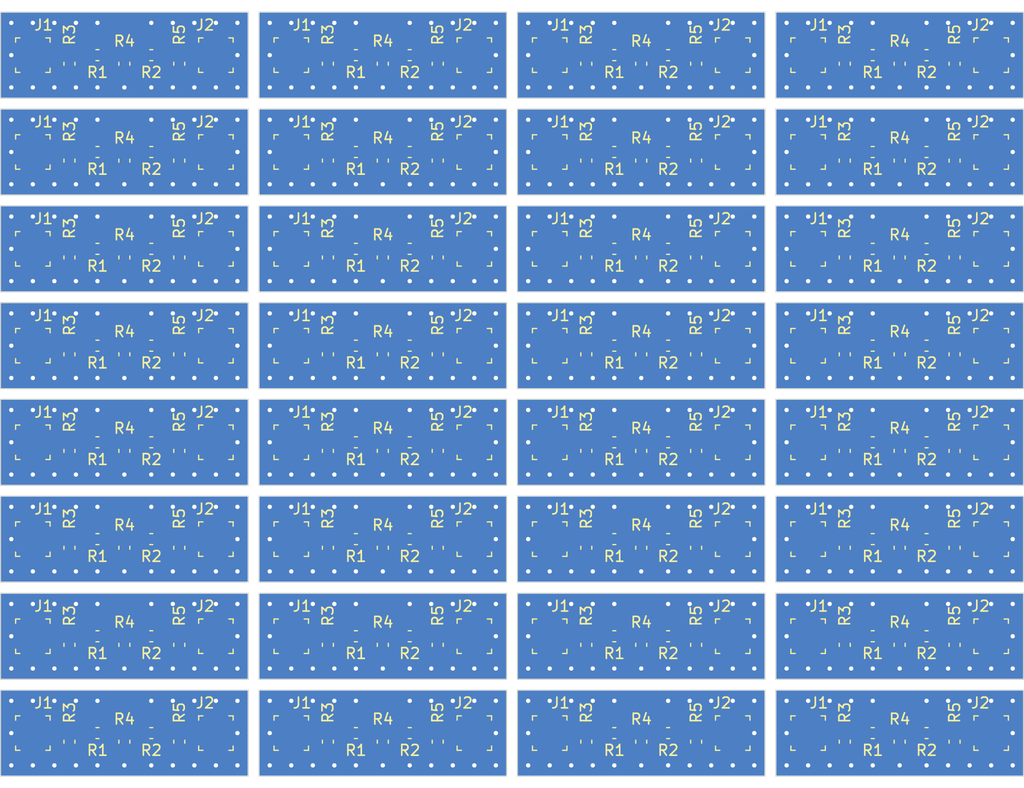
<source format=kicad_pcb>
(kicad_pcb (version 20221018) (generator pcbnew)
  (layers (0 "F.Cu" signal) (31 "B.Cu" signal) (34 "B.Paste" user) (35 "F.Paste" user) (36 "B.SilkS" user "B.Silkscreen") (37 "F.SilkS" user "F.Silkscreen") (38 "B.Mask" user) (39 "F.Mask" user) (44 "Edge.Cuts" user))
  (net 0 "")
  (net 1 "Net-(J1-In)")
  (net 2 "GND")
  (net 3 "Net-(J2-In)")
  (net 4 "Net-(R1-Pad2)")
  (footprint "Capacitor_SMD:C_0603_1608Metric" (layer "F.Cu") (at 58 68.975)
    (fp_text reference "R2")
    (fp_text value "R_US")
  )
  (footprint "Capacitor_SMD:C_0603_1608Metric" (layer "F.Cu") (at 50.4 60.775 -90)
    (fp_text reference "R3")
    (fp_text value "R_US")
  )
  (footprint "Capacitor_SMD:C_0603_1608Metric" (layer "F.Cu") (at 103.5 78.8 -90)
    (fp_text reference "R4")
    (fp_text value "R_US")
  )
  (footprint "Capacitor_SMD:C_0603_1608Metric" (layer "F.Cu") (at 31.5 78.8 -90)
    (fp_text reference "R4")
    (fp_text value "R_US")
  )
  (footprint "Capacitor_SMD:C_0603_1608Metric" (layer "F.Cu") (at 84.6 42.8 90)
    (fp_text reference "R5")
    (fp_text value "R_US")
  )
  (footprint "Capacitor_SMD:C_0603_1608Metric" (layer "F.Cu") (at 34 42)
    (fp_text reference "R2")
    (fp_text value "R_US")
  )
  (footprint "Capacitor_SMD:C_0603_1608Metric" (layer "F.Cu") (at 60.6 87.8 90)
    (fp_text reference "R5")
    (fp_text value "R_US")
  )
  (footprint "Capacitor_SMD:C_0603_1608Metric" (layer "F.Cu") (at 74.4 60.775 -90)
    (fp_text reference "R3")
    (fp_text value "R_US")
  )
  (footprint "Capacitor_SMD:C_0603_1608Metric" (layer "F.Cu") (at 26.4 51.8 -90)
    (fp_text reference "R3")
    (fp_text value "R_US")
  )
  (footprint "Capacitor_SMD:C_0603_1608Metric" (layer "F.Cu") (at 58 33)
    (fp_text reference "R2")
    (fp_text value "R_US")
  )
  (footprint "Capacitor_SMD:C_0603_1608Metric" (layer "F.Cu") (at 79.5 42.8 -90)
    (fp_text reference "R4")
    (fp_text value "R_US")
  )
  (footprint "Capacitor_SMD:C_0603_1608Metric" (layer "F.Cu") (at 98.4 24.8 -90)
    (fp_text reference "R3")
    (fp_text value "R_US")
  )
  (footprint "Capacitor_SMD:C_0603_1608Metric" (layer "F.Cu") (at 36.6 51.8 90)
    (fp_text reference "R5")
    (fp_text value "R_US")
  )
  (footprint "Custom_Connector_RF:Hirose_U.FL-R-SMT-1" (layer "F.Cu") (at 23 68.975 -90)
    (fp_text reference "J1")
    (fp_text value "Conn_Coaxial")
  )
  (footprint "Custom_Connector_RF:Hirose_U.FL-R-SMT-1" (layer "F.Cu") (at 64 68.975 90)
    (fp_text reference "J2")
    (fp_text value "Conn_Coaxial")
  )
  (footprint "Custom_Connector_RF:Hirose_U.FL-R-SMT-1" (layer "F.Cu") (at 88 59.975 90)
    (fp_text reference "J2")
    (fp_text value "Conn_Coaxial")
  )
  (footprint "Capacitor_SMD:C_0603_1608Metric" (layer "F.Cu") (at 103.5 60.775 -90)
    (fp_text reference "R4")
    (fp_text value "R_US")
  )
  (footprint "Capacitor_SMD:C_0603_1608Metric" (layer "F.Cu") (at 53 33)
    (fp_text reference "R1")
    (fp_text value "R_US")
  )
  (footprint "Capacitor_SMD:C_0603_1608Metric" (layer "F.Cu") (at 58 87)
    (fp_text reference "R2")
    (fp_text value "R_US")
  )
  (footprint "Capacitor_SMD:C_0603_1608Metric" (layer "F.Cu") (at 106 33)
    (fp_text reference "R2")
    (fp_text value "R_US")
  )
  (footprint "Capacitor_SMD:C_0603_1608Metric" (layer "F.Cu") (at 108.6 78.8 90)
    (fp_text reference "R5")
    (fp_text value "R_US")
  )
  (footprint "Capacitor_SMD:C_0603_1608Metric" (layer "F.Cu") (at 60.6 51.8 90)
    (fp_text reference "R5")
    (fp_text value "R_US")
  )
  (footprint "Capacitor_SMD:C_0603_1608Metric" (layer "F.Cu") (at 103.5 24.8 -90)
    (fp_text reference "R4")
    (fp_text value "R_US")
  )
  (footprint "Custom_Connector_RF:Hirose_U.FL-R-SMT-1" (layer "F.Cu") (at 71 78 -90)
    (fp_text reference "J1")
    (fp_text value "Conn_Coaxial")
  )
  (footprint "Custom_Connector_RF:Hirose_U.FL-R-SMT-1" (layer "F.Cu") (at 95 33 -90)
    (fp_text reference "J1")
    (fp_text value "Conn_Coaxial")
  )
  (footprint "Custom_Connector_RF:Hirose_U.FL-R-SMT-1" (layer "F.Cu") (at 95 78 -90)
    (fp_text reference "J1")
    (fp_text value "Conn_Coaxial")
  )
  (footprint "Capacitor_SMD:C_0603_1608Metric" (layer "F.Cu") (at 60.6 78.8 90)
    (fp_text reference "R5")
    (fp_text value "R_US")
  )
  (footprint "Custom_Connector_RF:Hirose_U.FL-R-SMT-1" (layer "F.Cu") (at 112 51 90)
    (fp_text reference "J2")
    (fp_text value "Conn_Coaxial")
  )
  (footprint "Capacitor_SMD:C_0603_1608Metric" (layer "F.Cu") (at 26.4 69.775 -90)
    (fp_text reference "R3")
    (fp_text value "R_US")
  )
  (footprint "Capacitor_SMD:C_0603_1608Metric" (layer "F.Cu") (at 101 68.975)
    (fp_text reference "R1")
    (fp_text value "R_US")
  )
  (footprint "Capacitor_SMD:C_0603_1608Metric" (layer "F.Cu") (at 29 51)
    (fp_text reference "R1")
    (fp_text value "R_US")
  )
  (footprint "Capacitor_SMD:C_0603_1608Metric" (layer "F.Cu") (at 55.5 42.8 -90)
    (fp_text reference "R4")
    (fp_text value "R_US")
  )
  (footprint "Custom_Connector_RF:Hirose_U.FL-R-SMT-1" (layer "F.Cu") (at 47 42 -90)
    (fp_text reference "J1")
    (fp_text value "Conn_Coaxial")
  )
  (footprint "Capacitor_SMD:C_0603_1608Metric" (layer "F.Cu") (at 53 24)
    (fp_text reference "R1")
    (fp_text value "R_US")
  )
  (footprint "Custom_Connector_RF:Hirose_U.FL-R-SMT-1" (layer "F.Cu") (at 71 42 -90)
    (fp_text reference "J1")
    (fp_text value "Conn_Coaxial")
  )
  (footprint "Custom_Connector_RF:Hirose_U.FL-R-SMT-1" (layer "F.Cu") (at 64 33 90)
    (fp_text reference "J2")
    (fp_text value "Conn_Coaxial")
  )
  (footprint "Capacitor_SMD:C_0603_1608Metric" (layer "F.Cu") (at 77 59.975)
    (fp_text reference "R1")
    (fp_text value "R_US")
  )
  (footprint "Capacitor_SMD:C_0603_1608Metric" (layer "F.Cu") (at 74.4 42.8 -90)
    (fp_text reference "R3")
    (fp_text value "R_US")
  )
  (footprint "Capacitor_SMD:C_0603_1608Metric" (layer "F.Cu") (at 58 78)
    (fp_text reference "R2")
    (fp_text value "R_US")
  )
  (footprint "Capacitor_SMD:C_0603_1608Metric" (layer "F.Cu") (at 55.5 51.8 -90)
    (fp_text reference "R4")
    (fp_text value "R_US")
  )
  (footprint "Custom_Connector_RF:Hirose_U.FL-R-SMT-1" (layer "F.Cu") (at 40 87 90)
    (fp_text reference "J2")
    (fp_text value "Conn_Coaxial")
  )
  (footprint "Capacitor_SMD:C_0603_1608Metric" (layer "F.Cu") (at 77 87)
    (fp_text reference "R1")
    (fp_text value "R_US")
  )
  (footprint "Capacitor_SMD:C_0603_1608Metric" (layer "F.Cu") (at 29 68.975)
    (fp_text reference "R1")
    (fp_text value "R_US")
  )
  (footprint "Custom_Connector_RF:Hirose_U.FL-R-SMT-1" (layer "F.Cu") (at 40 42 90)
    (fp_text reference "J2")
    (fp_text value "Conn_Coaxial")
  )
  (footprint "Capacitor_SMD:C_0603_1608Metric" (layer "F.Cu") (at 98.4 42.8 -90)
    (fp_text reference "R3")
    (fp_text value "R_US")
  )
  (footprint "Capacitor_SMD:C_0603_1608Metric" (layer "F.Cu") (at 82 68.975)
    (fp_text reference "R2")
    (fp_text value "R_US")
  )
  (footprint "Capacitor_SMD:C_0603_1608Metric" (layer "F.Cu") (at 98.4 69.775 -90)
    (fp_text reference "R3")
    (fp_text value "R_US")
  )
  (footprint "Capacitor_SMD:C_0603_1608Metric" (layer "F.Cu") (at 36.6 60.775 90)
    (fp_text reference "R5")
    (fp_text value "R_US")
  )
  (footprint "Custom_Connector_RF:Hirose_U.FL-R-SMT-1" (layer "F.Cu") (at 71 24 -90)
    (fp_text reference "J1")
    (fp_text value "Conn_Coaxial")
  )
  (footprint "Capacitor_SMD:C_0603_1608Metric" (layer "F.Cu") (at 36.6 78.8 90)
    (fp_text reference "R5")
    (fp_text value "R_US")
  )
  (footprint "Capacitor_SMD:C_0603_1608Metric" (layer "F.Cu") (at 74.4 69.775 -90)
    (fp_text reference "R3")
    (fp_text value "R_US")
  )
  (footprint "Capacitor_SMD:C_0603_1608Metric" (layer "F.Cu") (at 84.6 69.775 90)
    (fp_text reference "R5")
    (fp_text value "R_US")
  )
  (footprint "Capacitor_SMD:C_0603_1608Metric" (layer "F.Cu") (at 29 59.975)
    (fp_text reference "R1")
    (fp_text value "R_US")
  )
  (footprint "Custom_Connector_RF:Hirose_U.FL-R-SMT-1" (layer "F.Cu") (at 88 87 90)
    (fp_text reference "J2")
    (fp_text value "Conn_Coaxial")
  )
  (footprint "Capacitor_SMD:C_0603_1608Metric" (layer "F.Cu") (at 79.5 69.775 -90)
    (fp_text reference "R4")
    (fp_text value "R_US")
  )
  (footprint "Custom_Connector_RF:Hirose_U.FL-R-SMT-1" (layer "F.Cu") (at 47 24 -90)
    (fp_text reference "J1")
    (fp_text value "Conn_Coaxial")
  )
  (footprint "Custom_Connector_RF:Hirose_U.FL-R-SMT-1" (layer "F.Cu") (at 23 51 -90)
    (fp_text reference "J1")
    (fp_text value "Conn_Coaxial")
  )
  (footprint "Custom_Connector_RF:Hirose_U.FL-R-SMT-1" (layer "F.Cu") (at 95 68.975 -90)
    (fp_text reference "J1")
    (fp_text value "Conn_Coaxial")
  )
  (footprint "Capacitor_SMD:C_0603_1608Metric" (layer "F.Cu") (at 34 78)
    (fp_text reference "R2")
    (fp_text value "R_US")
  )
  (footprint "Capacitor_SMD:C_0603_1608Metric" (layer "F.Cu") (at 26.4 42.8 -90)
    (fp_text reference "R3")
    (fp_text value "R_US")
  )
  (footprint "Capacitor_SMD:C_0603_1608Metric" (layer "F.Cu") (at 55.5 69.775 -90)
    (fp_text reference "R4")
    (fp_text value "R_US")
  )
  (footprint "Custom_Connector_RF:Hirose_U.FL-R-SMT-1" (layer "F.Cu") (at 112 42 90)
    (fp_text reference "J2")
    (fp_text value "Conn_Coaxial")
  )
  (footprint "Capacitor_SMD:C_0603_1608Metric" (layer "F.Cu") (at 98.4 33.8 -90)
    (fp_text reference "R3")
    (fp_text value "R_US")
  )
  (footprint "Capacitor_SMD:C_0603_1608Metric" (layer "F.Cu") (at 84.6 78.8 90)
    (fp_text reference "R5")
    (fp_text value "R_US")
  )
  (footprint "Custom_Connector_RF:Hirose_U.FL-R-SMT-1" (layer "F.Cu") (at 40 24 90)
    (fp_text reference "J2")
    (fp_text value "Conn_Coaxial")
  )
  (footprint "Capacitor_SMD:C_0603_1608Metric" (layer "F.Cu") (at 98.4 78.8 -90)
    (fp_text reference "R3")
    (fp_text value "R_US")
  )
  (footprint "Capacitor_SMD:C_0603_1608Metric" (layer "F.Cu") (at 77 68.975)
    (fp_text reference "R1")
    (fp_text value "R_US")
  )
  (footprint "Capacitor_SMD:C_0603_1608Metric" (layer "F.Cu") (at 50.4 33.8 -90)
    (fp_text reference "R3")
    (fp_text value "R_US")
  )
  (footprint "Capacitor_SMD:C_0603_1608Metric" (layer "F.Cu") (at 106 68.975)
    (fp_text reference "R2")
    (fp_text value "R_US")
  )
  (footprint "Capacitor_SMD:C_0603_1608Metric" (layer "F.Cu") (at 34 33)
    (fp_text reference "R2")
    (fp_text value "R_US")
  )
  (footprint "Capacitor_SMD:C_0603_1608Metric" (layer "F.Cu") (at 79.5 78.8 -90)
    (fp_text reference "R4")
    (fp_text value "R_US")
  )
  (footprint "Custom_Connector_RF:Hirose_U.FL-R-SMT-1" (layer "F.Cu") (at 112 24 90)
    (fp_text reference "J2")
    (fp_text value "Conn_Coaxial")
  )
  (footprint "Capacitor_SMD:C_0603_1608Metric" (layer "F.Cu") (at 84.6 60.775 90)
    (fp_text reference "R5")
    (fp_text value "R_US")
  )
  (footprint "Capacitor_SMD:C_0603_1608Metric" (layer "F.Cu") (at 55.5 24.8 -90)
    (fp_text reference "R4")
    (fp_text value "R_US")
  )
  (footprint "Capacitor_SMD:C_0603_1608Metric" (layer "F.Cu") (at 60.6 42.8 90)
    (fp_text reference "R5")
    (fp_text value "R_US")
  )
  (footprint "Capacitor_SMD:C_0603_1608Metric" (layer "F.Cu") (at 60.6 60.775 90)
    (fp_text reference "R5")
    (fp_text value "R_US")
  )
  (footprint "Custom_Connector_RF:Hirose_U.FL-R-SMT-1" (layer "F.Cu") (at 47 78 -90)
    (fp_text reference "J1")
    (fp_text value "Conn_Coaxial")
  )
  (footprint "Custom_Connector_RF:Hirose_U.FL-R-SMT-1" (layer "F.Cu") (at 40 78 90)
    (fp_text reference "J2")
    (fp_text value "Conn_Coaxial")
  )
  (footprint "Custom_Connector_RF:Hirose_U.FL-R-SMT-1" (layer "F.Cu") (at 23 59.975 -90)
    (fp_text reference "J1")
    (fp_text value "Conn_Coaxial")
  )
  (footprint "Capacitor_SMD:C_0603_1608Metric" (layer "F.Cu") (at 50.4 69.775 -90)
    (fp_text reference "R3")
    (fp_text value "R_US")
  )
  (footprint "Capacitor_SMD:C_0603_1608Metric" (layer "F.Cu") (at 74.4 24.8 -90)
    (fp_text reference "R3")
    (fp_text value "R_US")
  )
  (footprint "Custom_Connector_RF:Hirose_U.FL-R-SMT-1" (layer "F.Cu") (at 23 78 -90)
    (fp_text reference "J1")
    (fp_text value "Conn_Coaxial")
  )
  (footprint "Custom_Connector_RF:Hirose_U.FL-R-SMT-1" (layer "F.Cu") (at 23 42 -90)
    (fp_text reference "J1")
    (fp_text value "Conn_Coaxial")
  )
  (footprint "Capacitor_SMD:C_0603_1608Metric" (layer "F.Cu") (at 101 59.975)
    (fp_text reference "R1")
    (fp_text value "R_US")
  )
  (footprint "Capacitor_SMD:C_0603_1608Metric" (layer "F.Cu") (at 106 51)
    (fp_text reference "R2")
    (fp_text value "R_US")
  )
  (footprint "Custom_Connector_RF:Hirose_U.FL-R-SMT-1" (layer "F.Cu") (at 47 68.975 -90)
    (fp_text reference "J1")
    (fp_text value "Conn_Coaxial")
  )
  (footprint "Capacitor_SMD:C_0603_1608Metric" (layer "F.Cu") (at 77 51)
    (fp_text reference "R1")
    (fp_text value "R_US")
  )
  (footprint "Capacitor_SMD:C_0603_1608Metric" (layer "F.Cu") (at 26.4 24.8 -90)
    (fp_text reference "R3")
    (fp_text value "R_US")
  )
  (footprint "Capacitor_SMD:C_0603_1608Metric" (layer "F.Cu") (at 55.5 87.8 -90)
    (fp_text reference "R4")
    (fp_text value "R_US")
  )
  (footprint "Capacitor_SMD:C_0603_1608Metric" (layer "F.Cu") (at 106 42)
    (fp_text reference "R2")
    (fp_text value "R_US")
  )
  (footprint "Capacitor_SMD:C_0603_1608Metric" (layer "F.Cu") (at 36.6 87.8 90)
    (fp_text reference "R5")
    (fp_text value "R_US")
  )
  (footprint "Custom_Connector_RF:Hirose_U.FL-R-SMT-1" (layer "F.Cu") (at 88 42 90)
    (fp_text reference "J2")
    (fp_text value "Conn_Coaxial")
  )
  (footprint "Custom_Connector_RF:Hirose_U.FL-R-SMT-1" (layer "F.Cu") (at 112 33 90)
    (fp_text reference "J2")
    (fp_text value "Conn_Coaxial")
  )
  (footprint "Capacitor_SMD:C_0603_1608Metric" (layer "F.Cu") (at 82 42)
    (fp_text reference "R2")
    (fp_text value "R_US")
  )
  (footprint "Capacitor_SMD:C_0603_1608Metric" (layer "F.Cu") (at 77 24)
    (fp_text reference "R1")
    (fp_text value "R_US")
  )
  (footprint "Capacitor_SMD:C_0603_1608Metric" (layer "F.Cu") (at 74.4 51.8 -90)
    (fp_text reference "R3")
    (fp_text value "R_US")
  )
  (footprint "Capacitor_SMD:C_0603_1608Metric" (layer "F.Cu") (at 31.5 69.775 -90)
    (fp_text reference "R4")
    (fp_text value "R_US")
  )
  (footprint "Capacitor_SMD:C_0603_1608Metric" (layer "F.Cu") (at 53 68.975)
    (fp_text reference "R1")
    (fp_text value "R_US")
  )
  (footprint "Capacitor_SMD:C_0603_1608Metric" (layer "F.Cu") (at 53 87)
    (fp_text reference "R1")
    (fp_text value "R_US")
  )
  (footprint "Custom_Connector_RF:Hirose_U.FL-R-SMT-1" (layer "F.Cu") (at 64 42 90)
    (fp_text reference "J2")
    (fp_text value "Conn_Coaxial")
  )
  (footprint "Capacitor_SMD:C_0603_1608Metric" (layer "F.Cu") (at 106 24)
    (fp_text reference "R2")
    (fp_text value "R_US")
  )
  (footprint "Capacitor_SMD:C_0603_1608Metric" (layer "F.Cu") (at 55.5 60.775 -90)
    (fp_text reference "R4")
    (fp_text value "R_US")
  )
  (footprint "Capacitor_SMD:C_0603_1608Metric" (layer "F.Cu") (at 98.4 60.775 -90)
    (fp_text reference "R3")
    (fp_text value "R_US")
  )
  (footprint "Custom_Connector_RF:Hirose_U.FL-R-SMT-1" (layer "F.Cu") (at 88 24 90)
    (fp_text reference "J2")
    (fp_text value "Conn_Coaxial")
  )
  (footprint "Custom_Connector_RF:Hirose_U.FL-R-SMT-1" (layer "F.Cu") (at 23 87 -90)
    (fp_text reference "J1")
    (fp_text value "Conn_Coaxial")
  )
  (footprint "Capacitor_SMD:C_0603_1608Metric" (layer "F.Cu") (at 84.6 24.8 90)
    (fp_text reference "R5")
    (fp_text value "R_US")
  )
  (footprint "Custom_Connector_RF:Hirose_U.FL-R-SMT-1" (layer "F.Cu") (at 95 59.975 -90)
    (fp_text reference "J1")
    (fp_text value "Conn_Coaxial")
  )
  (footprint "Capacitor_SMD:C_0603_1608Metric" (layer "F.Cu") (at 101 78)
    (fp_text reference "R1")
    (fp_text value "R_US")
  )
  (footprint "Capacitor_SMD:C_0603_1608Metric" (layer "F.Cu") (at 101 33)
    (fp_text reference "R1")
    (fp_text value "R_US")
  )
  (footprint "Capacitor_SMD:C_0603_1608Metric" (layer "F.Cu") (at 26.4 78.8 -90)
    (fp_text reference "R3")
    (fp_text value "R_US")
  )
  (footprint "Custom_Connector_RF:Hirose_U.FL-R-SMT-1" (layer "F.Cu") (at 47 87 -90)
    (fp_text reference "J1")
    (fp_text value "Conn_Coaxial")
  )
  (footprint "Capacitor_SMD:C_0603_1608Metric" (layer "F.Cu") (at 77 33)
    (fp_text reference "R1")
    (fp_text value "R_US")
  )
  (footprint "Capacitor_SMD:C_0603_1608Metric" (layer "F.Cu") (at 60.6 33.8 90)
    (fp_text reference "R5")
    (fp_text value "R_US")
  )
  (footprint "Capacitor_SMD:C_0603_1608Metric" (layer "F.Cu") (at 31.5 60.775 -90)
    (fp_text reference "R4")
    (fp_text value "R_US")
  )
  (footprint "Capacitor_SMD:C_0603_1608Metric" (layer "F.Cu") (at 82 59.975)
    (fp_text reference "R2")
    (fp_text value "R_US")
  )
  (footprint "Custom_Connector_RF:Hirose_U.FL-R-SMT-1" (layer "F.Cu") (at 71 68.975 -90)
    (fp_text reference "J1")
    (fp_text value "Conn_Coaxial")
  )
  (footprint "Capacitor_SMD:C_0603_1608Metric" (layer "F.Cu") (at 31.5 33.8 -90)
    (fp_text reference "R4")
    (fp_text value "R_US")
  )
  (footprint "Capacitor_SMD:C_0603_1608Metric" (layer "F.Cu") (at 50.4 78.8 -90)
    (fp_text reference "R3")
    (fp_text value "R_US")
  )
  (footprint "Custom_Connector_RF:Hirose_U.FL-R-SMT-1" (layer "F.Cu") (at 64 59.975 90)
    (fp_text reference "J2")
    (fp_text value "Conn_Coaxial")
  )
  (footprint "Capacitor_SMD:C_0603_1608Metric" (layer "F.Cu") (at 50.4 42.8 -90)
    (fp_text reference "R3")
    (fp_text value "R_US")
  )
  (footprint "Capacitor_SMD:C_0603_1608Metric" (layer "F.Cu") (at 58 42)
    (fp_text reference "R2")
    (fp_text value "R_US")
  )
  (footprint "Capacitor_SMD:C_0603_1608Metric" (layer "F.Cu") (at 29 78)
    (fp_text reference "R1")
    (fp_text value "R_US")
  )
  (footprint "Custom_Connector_RF:Hirose_U.FL-R-SMT-1" (layer "F.Cu") (at 95 42 -90)
    (fp_text reference "J1")
    (fp_text value "Conn_Coaxial")
  )
  (footprint "Capacitor_SMD:C_0603_1608Metric" (layer "F.Cu") (at 79.5 51.8 -90)
    (fp_text reference "R4")
    (fp_text value "R_US")
  )
  (footprint "Capacitor_SMD:C_0603_1608Metric" (layer "F.Cu") (at 103.5 51.8 -90)
    (fp_text reference "R4")
    (fp_text value "R_US")
  )
  (footprint "Custom_Connector_RF:Hirose_U.FL-R-SMT-1" (layer "F.Cu") (at 64 24 90)
    (fp_text reference "J2")
    (fp_text value "Conn_Coaxial")
  )
  (footprint "Capacitor_SMD:C_0603_1608Metric" (layer "F.Cu") (at 106 78)
    (fp_text reference "R2")
    (fp_text value "R_US")
  )
  (footprint "Custom_Connector_RF:Hirose_U.FL-R-SMT-1" (layer "F.Cu") (at 71 59.975 -90)
    (fp_text reference "J1")
    (fp_text value "Conn_Coaxial")
  )
  (footprint "Capacitor_SMD:C_0603_1608Metric" (layer "F.Cu") (at 84.6 51.8 90)
    (fp_text reference "R5")
    (fp_text value "R_US")
  )
  (footprint "Custom_Connector_RF:Hirose_U.FL-R-SMT-1" (layer "F.Cu") (at 40 51 90)
    (fp_text reference "J2")
    (fp_text value "Conn_Coaxial")
  )
  (footprint "Capacitor_SMD:C_0603_1608Metric" (layer "F.Cu") (at 82 78)
    (fp_text reference "R2")
    (fp_text value "R_US")
  )
  (footprint "Custom_Connector_RF:Hirose_U.FL-R-SMT-1" (layer "F.Cu") (at 64 51 90)
    (fp_text reference "J2")
    (fp_text value "Conn_Coaxial")
  )
  (footprint "Capacitor_SMD:C_0603_1608Metric" (layer "F.Cu") (at 26.4 87.8 -90)
    (fp_text reference "R3")
    (fp_text value "R_US")
  )
  (footprint "Capacitor_SMD:C_0603_1608Metric" (layer "F.Cu") (at 82 33)
    (fp_text reference "R2")
    (fp_text value "R_US")
  )
  (footprint "Custom_Connector_RF:Hirose_U.FL-R-SMT-1" (layer "F.Cu") (at 95 24 -90)
    (fp_text reference "J1")
    (fp_text value "Conn_Coaxial")
  )
  (footprint "Custom_Connector_RF:Hirose_U.FL-R-SMT-1" (layer "F.Cu") (at 71 87 -90)
    (fp_text reference "J1")
    (fp_text value "Conn_Coaxial")
  )
  (footprint "Capacitor_SMD:C_0603_1608Metric" (layer "F.Cu") (at 84.6 33.8 90)
    (fp_text reference "R5")
    (fp_text value "R_US")
  )
  (footprint "Capacitor_SMD:C_0603_1608Metric" (layer "F.Cu") (at 34 24)
    (fp_text reference "R2")
    (fp_text value "R_US")
  )
  (footprint "Capacitor_SMD:C_0603_1608Metric" (layer "F.Cu") (at 60.6 24.8 90)
    (fp_text reference "R5")
    (fp_text value "R_US")
  )
  (footprint "Custom_Connector_RF:Hirose_U.FL-R-SMT-1" (layer "F.Cu") (at 64 87 90)
    (fp_text reference "J2")
    (fp_text value "Conn_Coaxial")
  )
  (footprint "Custom_Connector_RF:Hirose_U.FL-R-SMT-1" (layer "F.Cu") (at 40 68.975 90)
    (fp_text reference "J2")
    (fp_text value "Conn_Coaxial")
  )
  (footprint "Custom_Connector_RF:Hirose_U.FL-R-SMT-1" (layer "F.Cu") (at 95 87 -90)
    (fp_text reference "J1")
    (fp_text value "Conn_Coaxial")
  )
  (footprint "Capacitor_SMD:C_0603_1608Metric" (layer "F.Cu") (at 31.5 24.8 -90)
    (fp_text reference "R4")
    (fp_text value "R_US")
  )
  (footprint "Capacitor_SMD:C_0603_1608Metric" (layer "F.Cu") (at 34 59.975)
    (fp_text reference "R2")
    (fp_text value "R_US")
  )
  (footprint "Custom_Connector_RF:Hirose_U.FL-R-SMT-1" (layer "F.Cu") (at 88 68.975 90)
    (fp_text reference "J2")
    (fp_text value "Conn_Coaxial")
  )
  (footprint "Capacitor_SMD:C_0603_1608Metric" (layer "F.Cu") (at 36.6 24.8 90)
    (fp_text reference "R5")
    (fp_text value "R_US")
  )
  (footprint "Custom_Connector_RF:Hirose_U.FL-R-SMT-1" (layer "F.Cu") (at 88 78 90)
    (fp_text reference "J2")
    (fp_text value "Conn_Coaxial")
  )
  (footprint "Capacitor_SMD:C_0603_1608Metric" (layer "F.Cu") (at 50.4 24.8 -90)
    (fp_text reference "R3")
    (fp_text value "R_US")
  )
  (footprint "Capacitor_SMD:C_0603_1608Metric" (layer "F.Cu") (at 108.6 69.775 90)
    (fp_text reference "R5")
    (fp_text value "R_US")
  )
  (footprint "Capacitor_SMD:C_0603_1608Metric" (layer "F.Cu") (at 101 24)
    (fp_text reference "R1")
    (fp_text value "R_US")
  )
  (footprint "Custom_Connector_RF:Hirose_U.FL-R-SMT-1" (layer "F.Cu") (at 47 33 -90)
    (fp_text reference "J1")
    (fp_text value "Conn_Coaxial")
  )
  (footprint "Capacitor_SMD:C_0603_1608Metric" (layer "F.Cu") (at 101 51)
    (fp_text reference "R1")
    (fp_text value "R_US")
  )
  (footprint "Capacitor_SMD:C_0603_1608Metric" (layer "F.Cu") (at 31.5 42.8 -90)
    (fp_text reference "R4")
    (fp_text value "R_US")
  )
  (footprint "Capacitor_SMD:C_0603_1608Metric" (layer "F.Cu") (at 58 59.975)
    (fp_text reference "R2")
    (fp_text value "R_US")
  )
  (footprint "Capacitor_SMD:C_0603_1608Metric" (layer "F.Cu") (at 26.4 60.775 -90)
    (fp_text reference "R3")
    (fp_text value "R_US")
  )
  (footprint "Capacitor_SMD:C_0603_1608Metric" (layer "F.Cu") (at 77 42)
    (fp_text reference "R1")
    (fp_text value "R_US")
  )
  (footprint "Capacitor_SMD:C_0603_1608Metric" (layer "F.Cu") (at 36.6 33.8 90)
    (fp_text reference "R5")
    (fp_text value "R_US")
  )
  (footprint "Capacitor_SMD:C_0603_1608Metric" (layer "F.Cu") (at 79.5 33.8 -90)
    (fp_text reference "R4")
    (fp_text value "R_US")
  )
  (footprint "Capacitor_SMD:C_0603_1608Metric" (layer "F.Cu") (at 34 51)
    (fp_text reference "R2")
    (fp_text value "R_US")
  )
  (footprint "Capacitor_SMD:C_0603_1608Metric" (layer "F.Cu") (at 82 87)
    (fp_text reference "R2")
    (fp_text value "R_US")
  )
  (footprint "Capacitor_SMD:C_0603_1608Metric" (layer "F.Cu") (at 101 87)
    (fp_text reference "R1")
    (fp_text value "R_US")
  )
  (footprint "Capacitor_SMD:C_0603_1608Metric" (layer "F.Cu") (at 36.6 69.775 90)
    (fp_text reference "R5")
    (fp_text value "R_US")
  )
  (footprint "Capacitor_SMD:C_0603_1608Metric" (layer "F.Cu") (at 106 59.975)
    (fp_text reference "R2")
    (fp_text value "R_US")
  )
  (footprint "Capacitor_SMD:C_0603_1608Metric" (layer "F.Cu") (at 55.5 33.8 -90)
    (fp_text reference "R4")
    (fp_text value "R_US")
  )
  (footprint "Capacitor_SMD:C_0603_1608Metric" (layer "F.Cu") (at 103.5 69.775 -90)
    (fp_text reference "R4")
    (fp_text value "R_US")
  )
  (footprint "Capacitor_SMD:C_0603_1608Metric" (layer "F.Cu") (at 53 51)
    (fp_text reference "R1")
    (fp_text value "R_US")
  )
  (footprint "Capacitor_SMD:C_0603_1608Metric" (layer "F.Cu") (at 58 24)
    (fp_text reference "R2")
    (fp_text value "R_US")
  )
  (footprint "Capacitor_SMD:C_0603_1608Metric" (layer "F.Cu") (at 29 42)
    (fp_text reference "R1")
    (fp_text value "R_US")
  )
  (footprint "Capacitor_SMD:C_0603_1608Metric" (layer "F.Cu") (at 74.4 33.8 -90)
    (fp_text reference "R3")
    (fp_text value "R_US")
  )
  (footprint "Capacitor_SMD:C_0603_1608Metric" (layer "F.Cu") (at 98.4 51.8 -90)
    (fp_text reference "R3")
    (fp_text value "R_US")
  )
  (footprint "Capacitor_SMD:C_0603_1608Metric" (layer "F.Cu") (at 103.5 42.8 -90)
    (fp_text reference "R4")
    (fp_text value "R_US")
  )
  (footprint "Capacitor_SMD:C_0603_1608Metric" (layer "F.Cu") (at 36.6 42.8 90)
    (fp_text reference "R5")
    (fp_text value "R_US")
  )
  (footprint "Custom_Connector_RF:Hirose_U.FL-R-SMT-1" (layer "F.Cu") (at 40 59.975 90)
    (fp_text reference "J2")
    (fp_text value "Conn_Coaxial")
  )
  (footprint "Custom_Connector_RF:Hirose_U.FL-R-SMT-1" (layer "F.Cu") (at 112 87 90)
    (fp_text reference "J2")
    (fp_text value "Conn_Coaxial")
  )
  (footprint "Capacitor_SMD:C_0603_1608Metric" (layer "F.Cu") (at 29 24)
    (fp_text reference "R1")
    (fp_text value "R_US")
  )
  (footprint "Custom_Connector_RF:Hirose_U.FL-R-SMT-1" (layer "F.Cu") (at 112 59.975 90)
    (fp_text reference "J2")
    (fp_text value "Conn_Coaxial")
  )
  (footprint "Capacitor_SMD:C_0603_1608Metric" (layer "F.Cu") (at 108.6 33.8 90)
    (fp_text reference "R5")
    (fp_text value "R_US")
  )
  (footprint "Custom_Connector_RF:Hirose_U.FL-R-SMT-1" (layer "F.Cu") (at 23 33 -90)
    (fp_text reference "J1")
    (fp_text value "Conn_Coaxial")
  )
  (footprint "Custom_Connector_RF:Hirose_U.FL-R-SMT-1" (layer "F.Cu") (at 88 51 90)
    (fp_text reference "J2")
    (fp_text value "Conn_Coaxial")
  )
  (footprint "Capacitor_SMD:C_0603_1608Metric" (layer "F.Cu") (at 55.5 78.8 -90)
    (fp_text reference "R4")
    (fp_text value "R_US")
  )
  (footprint "Capacitor_SMD:C_0603_1608Metric" (layer "F.Cu") (at 108.6 51.8 90)
    (fp_text reference "R5")
    (fp_text value "R_US")
  )
  (footprint "Capacitor_SMD:C_0603_1608Metric" (layer "F.Cu") (at 60.6 69.775 90)
    (fp_text reference "R5")
    (fp_text value "R_US")
  )
  (footprint "Capacitor_SMD:C_0603_1608Metric" (layer "F.Cu") (at 98.4 87.8 -90)
    (fp_text reference "R3")
    (fp_text value "R_US")
  )
  (footprint "Custom_Connector_RF:Hirose_U.FL-R-SMT-1" (layer "F.Cu") (at 88 33 90)
    (fp_text reference "J2")
    (fp_text value "Conn_Coaxial")
  )
  (footprint "Capacitor_SMD:C_0603_1608Metric" (layer "F.Cu") (at 34 68.975)
    (fp_text reference "R2")
    (fp_text value "R_US")
  )
  (footprint "Capacitor_SMD:C_0603_1608Metric" (layer "F.Cu") (at 31.5 87.8 -90)
    (fp_text reference "R4")
    (fp_text value "R_US")
  )
  (footprint "Capacitor_SMD:C_0603_1608Metric" (layer "F.Cu") (at 103.5 33.8 -90)
    (fp_text reference "R4")
    (fp_text value "R_US")
  )
  (footprint "Capacitor_SMD:C_0603_1608Metric" (layer "F.Cu") (at 34 87)
    (fp_text reference "R2")
    (fp_text value "R_US")
  )
  (footprint "Custom_Connector_RF:Hirose_U.FL-R-SMT-1" (layer "F.Cu") (at 47 59.975 -90)
    (fp_text reference "J1")
    (fp_text value "Conn_Coaxial")
  )
  (footprint "Custom_Connector_RF:Hirose_U.FL-R-SMT-1" (layer "F.Cu") (at 64 78 90)
    (fp_text reference "J2")
    (fp_text value "Conn_Coaxial")
  )
  (footprint "Capacitor_SMD:C_0603_1608Metric" (layer "F.Cu") (at 84.6 87.8 90)
    (fp_text reference "R5")
    (fp_text value "R_US")
  )
  (footprint "Capacitor_SMD:C_0603_1608Metric" (layer "F.Cu") (at 53 78)
    (fp_text reference "R1")
    (fp_text value "R_US")
  )
  (footprint "Capacitor_SMD:C_0603_1608Metric" (layer "F.Cu") (at 103.5 87.8 -90)
    (fp_text reference "R4")
    (fp_text value "R_US")
  )
  (footprint "Capacitor_SMD:C_0603_1608Metric" (layer "F.Cu") (at 106 87)
    (fp_text reference "R2")
    (fp_text value "R_US")
  )
  (footprint "Capacitor_SMD:C_0603_1608Metric" (layer "F.Cu") (at 79.5 60.775 -90)
    (fp_text reference "R4")
    (fp_text value "R_US")
  )
  (footprint "Capacitor_SMD:C_0603_1608Metric" (layer "F.Cu") (at 79.5 24.8 -90)
    (fp_text reference "R4")
    (fp_text value "R_US")
  )
  (footprint "Custom_Connector_RF:Hirose_U.FL-R-SMT-1" (layer "F.Cu") (at 23 24 -90)
    (fp_text reference "J1")
    (fp_text value "Conn_Coaxial")
  )
  (footprint "Capacitor_SMD:C_0603_1608Metric" (layer "F.Cu") (at 77 78)
    (fp_text reference "R1")
    (fp_text value "R_US")
  )
  (footprint "Capacitor_SMD:C_0603_1608Metric" (layer "F.Cu") (at 108.6 87.8 90)
    (fp_text reference "R5")
    (fp_text value "R_US")
  )
  (footprint "Capacitor_SMD:C_0603_1608Metric" (layer "F.Cu") (at 53 59.975)
    (fp_text reference "R1")
    (fp_text value "R_US")
  )
  (footprint "Capacitor_SMD:C_0603_1608Metric" (layer "F.Cu") (at 108.6 60.775 90)
    (fp_text reference "R5")
    (fp_text value "R_US")
  )
  (footprint "Custom_Connector_RF:Hirose_U.FL-R-SMT-1" (layer "F.Cu") (at 40 33 90)
    (fp_text reference "J2")
    (fp_text value "Conn_Coaxial")
  )
  (footprint "Capacitor_SMD:C_0603_1608Metric" (layer "F.Cu") (at 58 51)
    (fp_text reference "R2")
    (fp_text value "R_US")
  )
  (footprint "Capacitor_SMD:C_0603_1608Metric" (layer "F.Cu") (at 82 51)
    (fp_text reference "R2")
    (fp_text value "R_US")
  )
  (footprint "Capacitor_SMD:C_0603_1608Metric" (layer "F.Cu") (at 101 42)
    (fp_text reference "R1")
    (fp_text value "R_US")
  )
  (footprint "Capacitor_SMD:C_0603_1608Metric" (layer "F.Cu") (at 26.4 33.8 -90)
    (fp_text reference "R3")
    (fp_text value "R_US")
  )
  (footprint "Capacitor_SMD:C_0603_1608Metric" (layer "F.Cu") (at 29 33)
    (fp_text reference "R1")
    (fp_text value "R_US")
  )
  (footprint "Custom_Connector_RF:Hirose_U.FL-R-SMT-1" (layer "F.Cu") (at 71 33 -90)
    (fp_text reference "J1")
    (fp_text value "Conn_Coaxial")
  )
  (footprint "Capacitor_SMD:C_0603_1608Metric" (layer "F.Cu") (at 82 24)
    (fp_text reference "R2")
    (fp_text value "R_US")
  )
  (footprint "Capacitor_SMD:C_0603_1608Metric" (layer "F.Cu") (at 74.4 78.8 -90)
    (fp_text reference "R3")
    (fp_text value "R_US")
  )
  (footprint "Capacitor_SMD:C_0603_1608Metric" (layer "F.Cu") (at 108.6 42.8 90)
    (fp_text reference "R5")
    (fp_text value "R_US")
  )
  (footprint "Capacitor_SMD:C_0603_1608Metric" (layer "F.Cu") (at 31.5 51.8 -90)
    (fp_text reference "R4")
    (fp_text value "R_US")
  )
  (footprint "Custom_Connector_RF:Hirose_U.FL-R-SMT-1" (layer "F.Cu") (at 71 51 -90)
    (fp_text reference "J1")
    (fp_text value "Conn_Coaxial")
  )
  (footprint "Capacitor_SMD:C_0603_1608Metric" (layer "F.Cu") (at 108.6 24.8 90)
    (fp_text reference "R5")
    (fp_text value "R_US")
  )
  (footprint "Capacitor_SMD:C_0603_1608Metric" (layer "F.Cu") (at 74.4 87.8 -90)
    (fp_text reference "R3")
    (fp_text value "R_US")
  )
  (footprint "Custom_Connector_RF:Hirose_U.FL-R-SMT-1" (layer "F.Cu") (at 112 78 90)
    (fp_text reference "J2")
    (fp_text value "Conn_Coaxial")
  )
  (footprint "Capacitor_SMD:C_0603_1608Metric" (layer "F.Cu") (at 53 42)
    (fp_text reference "R1")
    (fp_text value "R_US")
  )
  (footprint "Capacitor_SMD:C_0603_1608Metric" (layer "F.Cu") (at 50.4 87.8 -90)
    (fp_text reference "R3")
    (fp_text value "R_US")
  )
  (footprint "Custom_Connector_RF:Hirose_U.FL-R-SMT-1" (layer "F.Cu") (at 47 51 -90)
    (fp_text reference "J1")
    (fp_text value "Conn_Coaxial")
  )
  (footprint "Custom_Connector_RF:Hirose_U.FL-R-SMT-1" (layer "F.Cu") (at 95 51 -90)
    (fp_text reference "J1")
    (fp_text value "Conn_Coaxial")
  )
  (footprint "Capacitor_SMD:C_0603_1608Metric" (layer "F.Cu") (at 79.5 87.8 -90)
    (fp_text reference "R4")
    (fp_text value "R_US")
  )
  (footprint "Capacitor_SMD:C_0603_1608Metric" (layer "F.Cu") (at 50.4 51.8 -90)
    (fp_text reference "R3")
    (fp_text value "R_US")
  )
  (footprint "Custom_Connector_RF:Hirose_U.FL-R-SMT-1" (layer "F.Cu") (at 112 68.975 90)
    (fp_text reference "J2")
    (fp_text value "Conn_Coaxial")
  )
  (footprint "Capacitor_SMD:C_0603_1608Metric" (layer "F.Cu") (at 29 87)
    (fp_text reference "R1")
    (fp_text value "R_US")
  )
  (gr_rect (start 68 74) (end 91 82) (stroke (width 0.1)) (fill none) (layer "Edge.Cuts"))
  (gr_rect (start 92 64.975) (end 115 72.975) (stroke (width 0.1)) (fill none) (layer "Edge.Cuts"))
  (gr_rect (start 68 55.975) (end 91 63.975) (stroke (width 0.1)) (fill none) (layer "Edge.Cuts"))
  (gr_rect (start 92 83) (end 115 91) (stroke (width 0.1)) (fill none) (layer "Edge.Cuts"))
  (gr_rect (start 68 38) (end 91 46) (stroke (width 0.1)) (fill none) (layer "Edge.Cuts"))
  (gr_rect (start 20 38) (end 43 46) (stroke (width 0.1)) (fill none) (layer "Edge.Cuts"))
  (gr_rect (start 44 29) (end 67 37) (stroke (width 0.1)) (fill none) (layer "Edge.Cuts"))
  (gr_rect (start 44 20) (end 67 28) (stroke (width 0.1)) (fill none) (layer "Edge.Cuts"))
  (gr_rect (start 68 29) (end 91 37) (stroke (width 0.1)) (fill none) (layer "Edge.Cuts"))
  (gr_rect (start 92 55.975) (end 115 63.975) (stroke (width 0.1)) (fill none) (layer "Edge.Cuts"))
  (gr_rect (start 44 38) (end 67 46) (stroke (width 0.1)) (fill none) (layer "Edge.Cuts"))
  (gr_rect (start 20 55.975) (end 43 63.975) (stroke (width 0.1)) (fill none) (layer "Edge.Cuts"))
  (gr_rect (start 20 83) (end 43 91) (stroke (width 0.1)) (fill none) (layer "Edge.Cuts"))
  (gr_rect (start 44 74) (end 67 82) (stroke (width 0.1)) (fill none) (layer "Edge.Cuts"))
  (gr_rect (start 20 29) (end 43 37) (stroke (width 0.1)) (fill none) (layer "Edge.Cuts"))
  (gr_rect (start 92 47) (end 115 55) (stroke (width 0.1)) (fill none) (layer "Edge.Cuts"))
  (gr_rect (start 20 20) (end 43 28) (stroke (width 0.1)) (fill none) (layer "Edge.Cuts"))
  (gr_rect (start 20 74) (end 43 82) (stroke (width 0.1)) (fill none) (layer "Edge.Cuts"))
  (gr_rect (start 44 64.975) (end 67 72.975) (stroke (width 0.1)) (fill none) (layer "Edge.Cuts"))
  (gr_rect (start 92 20) (end 115 28) (stroke (width 0.1)) (fill none) (layer "Edge.Cuts"))
  (gr_rect (start 20 47) (end 43 55) (stroke (width 0.1)) (fill none) (layer "Edge.Cuts"))
  (gr_rect (start 44 47) (end 67 55) (stroke (width 0.1)) (fill none) (layer "Edge.Cuts"))
  (gr_rect (start 20 64.975) (end 43 72.975) (stroke (width 0.1)) (fill none) (layer "Edge.Cuts"))
  (gr_rect (start 68 64.975) (end 91 72.975) (stroke (width 0.1)) (fill none) (layer "Edge.Cuts"))
  (gr_rect (start 44 83) (end 67 91) (stroke (width 0.1)) (fill none) (layer "Edge.Cuts"))
  (gr_rect (start 92 29) (end 115 37) (stroke (width 0.1)) (fill none) (layer "Edge.Cuts"))
  (gr_rect (start 92 74) (end 115 82) (stroke (width 0.1)) (fill none) (layer "Edge.Cuts"))
  (gr_rect (start 92 38) (end 115 46) (stroke (width 0.1)) (fill none) (layer "Edge.Cuts"))
  (gr_rect (start 68 47) (end 91 55) (stroke (width 0.1)) (fill none) (layer "Edge.Cuts"))
  (gr_rect (start 68 83) (end 91 91) (stroke (width 0.1)) (fill none) (layer "Edge.Cuts"))
  (gr_rect (start 44 55.975) (end 67 63.975) (stroke (width 0.1)) (fill none) (layer "Edge.Cuts"))
  (gr_rect (start 68 20) (end 91 28) (stroke (width 0.1)) (fill none) (layer "Edge.Cuts"))
  (gr_text "REV A" (at 103.5 57.575) (layer "F.Cu") (effects (font (size 0.75 0.75) (thickness 0.15) bold) (justify bottom)))
  (gr_text "REV A" (at 31.5 57.575) (layer "F.Cu") (effects (font (size 0.75 0.75) (thickness 0.15) bold) (justify bottom)))
  (gr_text "REV A" (at 31.5 21.6) (layer "F.Cu") (effects (font (size 0.75 0.75) (thickness 0.15) bold) (justify bottom)))
  (gr_text "REV A" (at 55.5 75.6) (layer "F.Cu") (effects (font (size 0.75 0.75) (thickness 0.15) bold) (justify bottom)))
  (gr_text "REV A" (at 31.5 48.6) (layer "F.Cu") (effects (font (size 0.75 0.75) (thickness 0.15) bold) (justify bottom)))
  (gr_text "REV A" (at 79.5 66.575) (layer "F.Cu") (effects (font (size 0.75 0.75) (thickness 0.15) bold) (justify bottom)))
  (gr_text "REV A" (at 79.5 84.6) (layer "F.Cu") (effects (font (size 0.75 0.75) (thickness 0.15) bold) (justify bottom)))
  (gr_text "REV A" (at 55.5 30.6) (layer "F.Cu") (effects (font (size 0.75 0.75) (thickness 0.15) bold) (justify bottom)))
  (gr_text "REV A" (at 103.5 30.6) (layer "F.Cu") (effects (font (size 0.75 0.75) (thickness 0.15) bold) (justify bottom)))
  (gr_text "REV A" (at 103.5 75.6) (layer "F.Cu") (effects (font (size 0.75 0.75) (thickness 0.15) bold) (justify bottom)))
  (gr_text "REV A" (at 103.5 66.575) (layer "F.Cu") (effects (font (size 0.75 0.75) (thickness 0.15) bold) (justify bottom)))
  (gr_text "REV A" (at 31.5 84.6) (layer "F.Cu") (effects (font (size 0.75 0.75) (thickness 0.15) bold) (justify bottom)))
  (gr_text "REV A" (at 79.5 48.6) (layer "F.Cu") (effects (font (size 0.75 0.75) (thickness 0.15) bold) (justify bottom)))
  (gr_text "REV A" (at 79.5 75.6) (layer "F.Cu") (effects (font (size 0.75 0.75) (thickness 0.15) bold) (justify bottom)))
  (gr_text "REV A" (at 31.5 30.6) (layer "F.Cu") (effects (font (size 0.75 0.75) (thickness 0.15) bold) (justify bottom)))
  (gr_text "REV A" (at 31.5 39.6) (layer "F.Cu") (effects (font (size 0.75 0.75) (thickness 0.15) bold) (justify bottom)))
  (gr_text "REV A" (at 103.5 39.6) (layer "F.Cu") (effects (font (size 0.75 0.75) (thickness 0.15) bold) (justify bottom)))
  (gr_text "REV A" (at 55.5 66.575) (layer "F.Cu") (effects (font (size 0.75 0.75) (thickness 0.15) bold) (justify bottom)))
  (gr_text "REV A" (at 31.5 66.575) (layer "F.Cu") (effects (font (size 0.75 0.75) (thickness 0.15) bold) (justify bottom)))
  (gr_text "REV A" (at 79.5 57.575) (layer "F.Cu") (effects (font (size 0.75 0.75) (thickness 0.15) bold) (justify bottom)))
  (gr_text "REV A" (at 79.5 21.6) (layer "F.Cu") (effects (font (size 0.75 0.75) (thickness 0.15) bold) (justify bottom)))
  (gr_text "REV A" (at 79.5 39.6) (layer "F.Cu") (effects (font (size 0.75 0.75) (thickness 0.15) bold) (justify bottom)))
  (gr_text "REV A" (at 55.5 21.6) (layer "F.Cu") (effects (font (size 0.75 0.75) (thickness 0.15) bold) (justify bottom)))
  (gr_text "REV A" (at 31.5 75.6) (layer "F.Cu") (effects (font (size 0.75 0.75) (thickness 0.15) bold) (justify bottom)))
  (gr_text "REV A" (at 55.5 57.575) (layer "F.Cu") (effects (font (size 0.75 0.75) (thickness 0.15) bold) (justify bottom)))
  (gr_text "REV A" (at 103.5 48.6) (layer "F.Cu") (effects (font (size 0.75 0.75) (thickness 0.15) bold) (justify bottom)))
  (gr_text "REV A" (at 55.5 48.6) (layer "F.Cu") (effects (font (size 0.75 0.75) (thickness 0.15) bold) (justify bottom)))
  (gr_text "REV A" (at 103.5 84.6) (layer "F.Cu") (effects (font (size 0.75 0.75) (thickness 0.15) bold) (justify bottom)))
  (gr_text "REV A" (at 55.5 84.6) (layer "F.Cu") (effects (font (size 0.75 0.75) (thickness 0.15) bold) (justify bottom)))
  (gr_text "REV A" (at 103.5 21.6) (layer "F.Cu") (effects (font (size 0.75 0.75) (thickness 0.15) bold) (justify bottom)))
  (gr_text "REV A" (at 79.5 30.6) (layer "F.Cu") (effects (font (size 0.75 0.75) (thickness 0.15) bold) (justify bottom)))
  (gr_text "REV A" (at 55.5 39.6) (layer "F.Cu") (effects (font (size 0.75 0.75) (thickness 0.15) bold) (justify bottom)))
  (segment (start 98.4 51.025) (end 100.2 51.025) (width 0.82) (layer "F.Cu") (net 1))
  (segment (start 48.525 68.975) (end 50.375 68.975) (width 0.82) (layer "F.Cu") (net 1))
  (segment (start 100.2 69) (end 100.225 68.975) (width 0.82) (layer "F.Cu") (net 1))
  (segment (start 76.2 33.025) (end 76.225 33) (width 0.82) (layer "F.Cu") (net 1))
  (segment (start 50.4 60) (end 52.2 60) (width 0.82) (layer "F.Cu") (net 1))
  (segment (start 24.525 68.975) (end 26.375 68.975) (width 0.82) (layer "F.Cu") (net 1))
  (segment (start 26.4 51.025) (end 28.2 51.025) (width 0.82) (layer "F.Cu") (net 1))
  (segment (start 96.525 87) (end 98.375 87) (width 0.82) (layer "F.Cu") (net 1))
  (segment (start 48.525 42) (end 50.375 42) (width 0.82) (layer "F.Cu") (net 1))
  (segment (start 50.375 24) (end 50.4 24.025) (width 0.82) (layer "F.Cu") (net 1))
  (segment (start 72.525 87) (end 74.375 87) (width 0.82) (layer "F.Cu") (net 1))
  (segment (start 52.2 42.025) (end 52.225 42) (width 0.82) (layer "F.Cu") (net 1))
  (segment (start 48.525 51) (end 50.375 51) (width 0.82) (layer "F.Cu") (net 1))
  (segment (start 96.525 59.975) (end 98.375 59.975) (width 0.82) (layer "F.Cu") (net 1))
  (segment (start 98.4 24.025) (end 100.2 24.025) (width 0.82) (layer "F.Cu") (net 1))
  (segment (start 26.375 87) (end 26.4 87.025) (width 0.82) (layer "F.Cu") (net 1))
  (segment (start 28.2 33.025) (end 28.225 33) (width 0.82) (layer "F.Cu") (net 1))
  (segment (start 98.4 78.025) (end 100.2 78.025) (width 0.82) (layer "F.Cu") (net 1))
  (segment (start 72.525 78) (end 74.375 78) (width 0.82) (layer "F.Cu") (net 1))
  (segment (start 28.2 60) (end 28.225 59.975) (width 0.82) (layer "F.Cu") (net 1))
  (segment (start 26.4 24.025) (end 28.2 24.025) (width 0.82) (layer "F.Cu") (net 1))
  (segment (start 96.525 78) (end 98.375 78) (width 0.82) (layer "F.Cu") (net 1))
  (segment (start 98.4 87.025) (end 100.2 87.025) (width 0.82) (layer "F.Cu") (net 1))
  (segment (start 50.375 59.975) (end 50.4 60) (width 0.82) (layer "F.Cu") (net 1))
  (segment (start 98.375 68.975) (end 98.4 69) (width 0.82) (layer "F.Cu") (net 1))
  (segment (start 28.2 78.025) (end 28.225 78) (width 0.82) (layer "F.Cu") (net 1))
  (segment (start 28.2 24.025) (end 28.225 24) (width 0.82) (layer "F.Cu") (net 1))
  (segment (start 24.525 59.975) (end 26.375 59.975) (width 0.82) (layer "F.Cu") (net 1))
  (segment (start 50.4 42.025) (end 52.2 42.025) (width 0.82) (layer "F.Cu") (net 1))
  (segment (start 26.375 59.975) (end 26.4 60) (width 0.82) (layer "F.Cu") (net 1))
  (segment (start 100.2 42.025) (end 100.225 42) (width 0.82) (layer "F.Cu") (net 1))
  (segment (start 50.4 87.025) (end 52.2 87.025) (width 0.82) (layer "F.Cu") (net 1))
  (segment (start 50.4 51.025) (end 52.2 51.025) (width 0.82) (layer "F.Cu") (net 1))
  (segment (start 74.4 42.025) (end 76.2 42.025) (width 0.82) (layer "F.Cu") (net 1))
  (segment (start 74.4 78.025) (end 76.2 78.025) (width 0.82) (layer "F.Cu") (net 1))
  (segment (start 24.525 51) (end 26.375 51) (width 0.82) (layer "F.Cu") (net 1))
  (segment (start 74.375 87) (end 74.4 87.025) (width 0.82) (layer "F.Cu") (net 1))
  (segment (start 74.375 68.975) (end 74.4 69) (width 0.82) (layer "F.Cu") (net 1))
  (segment (start 98.375 59.975) (end 98.4 60) (width 0.82) (layer "F.Cu") (net 1))
  (segment (start 74.4 60) (end 76.2 60) (width 0.82) (layer "F.Cu") (net 1))
  (segment (start 98.4 42.025) (end 100.2 42.025) (width 0.82) (layer "F.Cu") (net 1))
  (segment (start 96.525 42) (end 98.375 42) (width 0.82) (layer "F.Cu") (net 1))
  (segment (start 96.525 33) (end 98.375 33) (width 0.82) (layer "F.Cu") (net 1))
  (segment (start 24.525 78) (end 26.375 78) (width 0.82) (layer "F.Cu") (net 1))
  (segment (start 74.4 24.025) (end 76.2 24.025) (width 0.82) (layer "F.Cu") (net 1))
  (segment (start 98.375 33) (end 98.4 33.025) (width 0.82) (layer "F.Cu") (net 1))
  (segment (start 26.4 78.025) (end 28.2 78.025) (width 0.82) (layer "F.Cu") (net 1))
  (segment (start 74.4 51.025) (end 76.2 51.025) (width 0.82) (layer "F.Cu") (net 1))
  (segment (start 76.2 69) (end 76.225 68.975) (width 0.82) (layer "F.Cu") (net 1))
  (segment (start 72.525 68.975) (end 74.375 68.975) (width 0.82) (layer "F.Cu") (net 1))
  (segment (start 100.2 87.025) (end 100.225 87) (width 0.82) (layer "F.Cu") (net 1))
  (segment (start 52.2 78.025) (end 52.225 78) (width 0.82) (layer "F.Cu") (net 1))
  (segment (start 26.375 24) (end 26.4 24.025) (width 0.82) (layer "F.Cu") (net 1))
  (segment (start 26.4 33.025) (end 28.2 33.025) (width 0.82) (layer "F.Cu") (net 1))
  (segment (start 26.4 42.025) (end 28.2 42.025) (width 0.82) (layer "F.Cu") (net 1))
  (segment (start 48.525 33) (end 50.375 33) (width 0.82) (layer "F.Cu") (net 1))
  (segment (start 72.525 33) (end 74.375 33) (width 0.82) (layer "F.Cu") (net 1))
  (segment (start 50.4 69) (end 52.2 69) (width 0.82) (layer "F.Cu") (net 1))
  (segment (start 24.525 33) (end 26.375 33) (width 0.82) (layer "F.Cu") (net 1))
  (segment (start 26.375 78) (end 26.4 78.025) (width 0.82) (layer "F.Cu") (net 1))
  (segment (start 100.2 51.025) (end 100.225 51) (width 0.82) (layer "F.Cu") (net 1))
  (segment (start 98.4 33.025) (end 100.2 33.025) (width 0.82) (layer "F.Cu") (net 1))
  (segment (start 98.375 24) (end 98.4 24.025) (width 0.82) (layer "F.Cu") (net 1))
  (segment (start 48.525 78) (end 50.375 78) (width 0.82) (layer "F.Cu") (net 1))
  (segment (start 26.4 60) (end 28.2 60) (width 0.82) (layer "F.Cu") (net 1))
  (segment (start 26.375 33) (end 26.4 33.025) (width 0.82) (layer "F.Cu") (net 1))
  (segment (start 28.2 69) (end 28.225 68.975) (width 0.82) (layer "F.Cu") (net 1))
  (segment (start 96.525 24) (end 98.375 24) (width 0.82) (layer "F.Cu") (net 1))
  (segment (start 52.2 33.025) (end 52.225 33) (width 0.82) (layer "F.Cu") (net 1))
  (segment (start 28.2 42.025) (end 28.225 42) (width 0.82) (layer "F.Cu") (net 1))
  (segment (start 26.375 42) (end 26.4 42.025) (width 0.82) (layer "F.Cu") (net 1))
  (segment (start 50.375 87) (end 50.4 87.025) (width 0.82) (layer "F.Cu") (net 1))
  (segment (start 100.2 60) (end 100.225 59.975) (width 0.82) (layer "F.Cu") (net 1))
  (segment (start 74.375 24) (end 74.4 24.025) (width 0.82) (layer "F.Cu") (net 1))
  (segment (start 28.2 87.025) (end 28.225 87) (width 0.82) (layer "F.Cu") (net 1))
  (segment (start 76.2 42.025) (end 76.225 42) (width 0.82) (layer "F.Cu") (net 1))
  (segment (start 24.525 87) (end 26.375 87) (width 0.82) (layer "F.Cu") (net 1))
  (segment (start 26.375 68.975) (end 26.4 69) (width 0.82) (layer "F.Cu") (net 1))
  (segment (start 100.2 24.025) (end 100.225 24) (width 0.82) (layer "F.Cu") (net 1))
  (segment (start 76.2 60) (end 76.225 59.975) (width 0.82) (layer "F.Cu") (net 1))
  (segment (start 74.375 51) (end 74.4 51.025) (width 0.82) (layer "F.Cu") (net 1))
  (segment (start 72.525 59.975) (end 74.375 59.975) (width 0.82) (layer "F.Cu") (net 1))
  (segment (start 74.375 33) (end 74.4 33.025) (width 0.82) (layer "F.Cu") (net 1))
  (segment (start 50.375 78) (end 50.4 78.025) (width 0.82) (layer "F.Cu") (net 1))
  (segment (start 74.4 69) (end 76.2 69) (width 0.82) (layer "F.Cu") (net 1))
  (segment (start 24.525 24) (end 26.375 24) (width 0.82) (layer "F.Cu") (net 1))
  (segment (start 98.375 42) (end 98.4 42.025) (width 0.82) (layer "F.Cu") (net 1))
  (segment (start 98.375 51) (end 98.4 51.025) (width 0.82) (layer "F.Cu") (net 1))
  (segment (start 50.375 68.975) (end 50.4 69) (width 0.82) (layer "F.Cu") (net 1))
  (segment (start 72.525 42) (end 74.375 42) (width 0.82) (layer "F.Cu") (net 1))
  (segment (start 74.4 33.025) (end 76.2 33.025) (width 0.82) (layer "F.Cu") (net 1))
  (segment (start 52.2 51.025) (end 52.225 51) (width 0.82) (layer "F.Cu") (net 1))
  (segment (start 96.525 68.975) (end 98.375 68.975) (width 0.82) (layer "F.Cu") (net 1))
  (segment (start 96.525 51) (end 98.375 51) (width 0.82) (layer "F.Cu") (net 1))
  (segment (start 98.4 60) (end 100.2 60) (width 0.82) (layer "F.Cu") (net 1))
  (segment (start 52.2 24.025) (end 52.225 24) (width 0.82) (layer "F.Cu") (net 1))
  (segment (start 98.375 87) (end 98.4 87.025) (width 0.82) (layer "F.Cu") (net 1))
  (segment (start 100.2 78.025) (end 100.225 78) (width 0.82) (layer "F.Cu") (net 1))
  (segment (start 50.375 51) (end 50.4 51.025) (width 0.82) (layer "F.Cu") (net 1))
  (segment (start 28.2 51.025) (end 28.225 51) (width 0.82) (layer "F.Cu") (net 1))
  (segment (start 52.2 69) (end 52.225 68.975) (width 0.82) (layer "F.Cu") (net 1))
  (segment (start 48.525 24) (end 50.375 24) (width 0.82) (layer "F.Cu") (net 1))
  (segment (start 50.4 78.025) (end 52.2 78.025) (width 0.82) (layer "F.Cu") (net 1))
  (segment (start 24.525 42) (end 26.375 42) (width 0.82) (layer "F.Cu") (net 1))
  (segment (start 74.4 87.025) (end 76.2 87.025) (width 0.82) (layer "F.Cu") (net 1))
  (segment (start 100.2 33.025) (end 100.225 33) (width 0.82) (layer "F.Cu") (net 1))
  (segment (start 48.525 87) (end 50.375 87) (width 0.82) (layer "F.Cu") (net 1))
  (segment (start 98.4 69) (end 100.2 69) (width 0.82) (layer "F.Cu") (net 1))
  (segment (start 76.2 87.025) (end 76.225 87) (width 0.82) (layer "F.Cu") (net 1))
  (segment (start 74.375 78) (end 74.4 78.025) (width 0.82) (layer "F.Cu") (net 1))
  (segment (start 50.375 42) (end 50.4 42.025) (width 0.82) (layer "F.Cu") (net 1))
  (segment (start 76.2 24.025) (end 76.225 24) (width 0.82) (layer "F.Cu") (net 1))
  (segment (start 26.375 51) (end 26.4 51.025) (width 0.82) (layer "F.Cu") (net 1))
  (segment (start 76.2 78.025) (end 76.225 78) (width 0.82) (layer "F.Cu") (net 1))
  (segment (start 72.525 51) (end 74.375 51) (width 0.82) (layer "F.Cu") (net 1))
  (segment (start 26.4 69) (end 28.2 69) (width 0.82) (layer "F.Cu") (net 1))
  (segment (start 50.4 33.025) (end 52.2 33.025) (width 0.82) (layer "F.Cu") (net 1))
  (segment (start 48.525 59.975) (end 50.375 59.975) (width 0.82) (layer "F.Cu") (net 1))
  (segment (start 50.375 33) (end 50.4 33.025) (width 0.82) (layer "F.Cu") (net 1))
  (segment (start 76.2 51.025) (end 76.225 51) (width 0.82) (layer "F.Cu") (net 1))
  (segment (start 52.2 87.025) (end 52.225 87) (width 0.82) (layer "F.Cu") (net 1))
  (segment (start 50.4 24.025) (end 52.2 24.025) (width 0.82) (layer "F.Cu") (net 1))
  (segment (start 72.525 24) (end 74.375 24) (width 0.82) (layer "F.Cu") (net 1))
  (segment (start 98.375 78) (end 98.4 78.025) (width 0.82) (layer "F.Cu") (net 1))
  (segment (start 26.4 87.025) (end 28.2 87.025) (width 0.82) (layer "F.Cu") (net 1))
  (segment (start 74.375 59.975) (end 74.4 60) (width 0.82) (layer "F.Cu") (net 1))
  (segment (start 74.375 42) (end 74.4 42.025) (width 0.82) (layer "F.Cu") (net 1))
  (segment (start 52.2 60) (end 52.225 59.975) (width 0.82) (layer "F.Cu") (net 1))
  (via (at 79.5 36) (size 0.8) (drill 0.4) (layers "F.Cu" "B.Cu") (net 2))
  (via (at 62 81) (size 0.8) (drill 0.4) (layers "F.Cu" "B.Cu") (net 2))
  (via (at 27 27) (size 0.8) (drill 0.4) (layers "F.Cu" "B.Cu") (net 2))
  (via (at 27 65.975) (size 0.8) (drill 0.4) (layers "F.Cu" "B.Cu") (net 2))
  (via (at 23 27) (size 0.8) (drill 0.4) (layers "F.Cu" "B.Cu") (net 2))
  (via (at 99 65.975) (size 0.8) (drill 0.4) (layers "F.Cu" "B.Cu") (net 2))
  (via (at 49 39) (size 0.8) (drill 0.4) (layers "F.Cu" "B.Cu") (net 2))
  (via (at 42 33) (size 0.8) (drill 0.4) (layers "F.Cu" "B.Cu") (net 2))
  (via (at 45 48) (size 0.8) (drill 0.4) (layers "F.Cu" "B.Cu") (net 2))
  (via (at 40 45) (size 0.8) (drill 0.4) (layers "F.Cu" "B.Cu") (net 2))
  (via (at 95 30) (size 0.8) (drill 0.4) (layers "F.Cu" "B.Cu") (net 2))
  (via (at 36 27) (size 0.8) (drill 0.4) (layers "F.Cu" "B.Cu") (net 2))
  (via (at 58 48) (size 0.8) (drill 0.4) (layers "F.Cu" "B.Cu") (net 2))
  (via (at 97 62.975) (size 0.8) (drill 0.4) (layers "F.Cu" "B.Cu") (net 2))
  (via (at 29 48) (size 0.8) (drill 0.4) (layers "F.Cu" "B.Cu") (net 2))
  (via (at 42 56.975) (size 0.8) (drill 0.4) (layers "F.Cu" "B.Cu") (net 2))
  (via (at 90 75) (size 0.8) (drill 0.4) (layers "F.Cu" "B.Cu") (net 2))
  (via (at 90 45) (size 0.8) (drill 0.4) (layers "F.Cu" "B.Cu") (net 2))
  (via (at 47 71.975) (size 0.8) (drill 0.4) (layers "F.Cu" "B.Cu") (net 2))
  (via (at 93 30) (size 0.8) (drill 0.4) (layers "F.Cu" "B.Cu") (net 2))
  (via (at 106 27) (size 0.8) (drill 0.4) (layers "F.Cu" "B.Cu") (net 2))
  (via (at 51 75) (size 0.8) (drill 0.4) (layers "F.Cu" "B.Cu") (net 2))
  (via (at 66 90) (size 0.8) (drill 0.4) (layers "F.Cu" "B.Cu") (net 2))
  (via (at 49 90) (size 0.8) (drill 0.4) (layers "F.Cu" "B.Cu") (net 2))
  (via (at 27 21) (size 0.8) (drill 0.4) (layers "F.Cu" "B.Cu") (net 2))
  (via (at 38 21) (size 0.8) (drill 0.4) (layers "F.Cu" "B.Cu") (net 2))
  (via (at 90 87) (size 0.8) (drill 0.4) (layers "F.Cu" "B.Cu") (net 2))
  (via (at 60 75) (size 0.8) (drill 0.4) (layers "F.Cu" "B.Cu") (net 2))
  (via (at 84 71.975) (size 0.8) (drill 0.4) (layers "F.Cu" "B.Cu") (net 2))
  (via (at 47 45) (size 0.8) (drill 0.4) (layers "F.Cu" "B.Cu") (net 2))
  (via (at 64 30) (size 0.8) (drill 0.4) (layers "F.Cu" "B.Cu") (net 2))
  (via (at 25 36) (size 0.8) (drill 0.4) (layers "F.Cu" "B.Cu") (net 2))
  (via (at 53 48) (size 0.8) (drill 0.4) (layers "F.Cu" "B.Cu") (net 2))
  (via (at 95 45) (size 0.8) (drill 0.4) (layers "F.Cu" "B.Cu") (net 2))
  (via (at 84 62.975) (size 0.8) (drill 0.4) (layers "F.Cu" "B.Cu") (net 2))
  (via (at 36 62.975) (size 0.8) (drill 0.4) (layers "F.Cu" "B.Cu") (net 2))
  (via (at 71 84) (size 0.8) (drill 0.4) (layers "F.Cu" "B.Cu") (net 2))
  (via (at 114 59.975) (size 0.8) (drill 0.4) (layers "F.Cu" "B.Cu") (net 2))
  (via (at 95 36) (size 0.8) (drill 0.4) (layers "F.Cu" "B.Cu") (net 2))
  (via (at 110 71.975) (size 0.8) (drill 0.4) (layers "F.Cu" "B.Cu") (net 2))
  (via (at 64 48) (size 0.8) (drill 0.4) (layers "F.Cu" "B.Cu") (net 2))
  (via (at 93 27) (size 0.8) (drill 0.4) (layers "F.Cu" "B.Cu") (net 2))
  (via (at 97 90) (size 0.8) (drill 0.4) (layers "F.Cu" "B.Cu") (net 2))
  (via (at 101 90) (size 0.8) (drill 0.4) (layers "F.Cu" "B.Cu") (net 2))
  (via (at 38 45) (size 0.8) (drill 0.4) (layers "F.Cu" "B.Cu") (net 2))
  (via (at 58 62.975) (size 0.8) (drill 0.4) (layers "F.Cu" "B.Cu") (net 2))
  (via (at 79.5 71.975) (size 0.8) (drill 0.4) (layers "F.Cu" "B.Cu") (net 2))
  (via (at 84 45) (size 0.8) (drill 0.4) (layers "F.Cu" "B.Cu") (net 2))
  (via (at 27 54) (size 0.8) (drill 0.4) (layers "F.Cu" "B.Cu") (net 2))
  (via (at 53 21) (size 0.8) (drill 0.4) (layers "F.Cu" "B.Cu") (net 2))
  (via (at 27 84) (size 0.8) (drill 0.4) (layers "F.Cu" "B.Cu") (net 2))
  (via (at 71 30) (size 0.8) (drill 0.4) (layers "F.Cu" "B.Cu") (net 2))
  (via (at 34 75) (size 0.8) (drill 0.4) (layers "F.Cu" "B.Cu") (net 2))
  (via (at 55.5 36) (size 0.8) (drill 0.4) (layers "F.Cu" "B.Cu") (net 2))
  (via (at 97 71.975) (size 0.8) (drill 0.4) (layers "F.Cu" "B.Cu") (net 2))
  (via (at 38 48) (size 0.8) (drill 0.4) (layers "F.Cu" "B.Cu") (net 2))
  (via (at 93 71.975) (size 0.8) (drill 0.4) (layers "F.Cu" "B.Cu") (net 2))
  (via (at 108 54) (size 0.8) (drill 0.4) (layers "F.Cu" "B.Cu") (net 2))
  (via (at 86 65.975) (size 0.8) (drill 0.4) (layers "F.Cu" "B.Cu") (net 2))
  (via (at 42 75) (size 0.8) (drill 0.4) (layers "F.Cu" "B.Cu") (net 2))
  (via (at 69 90) (size 0.8) (drill 0.4) (layers "F.Cu" "B.Cu") (net 2))
  (via (at 108 36) (size 0.8) (drill 0.4) (layers "F.Cu" "B.Cu") (net 2))
  (via (at 90 42) (size 0.8) (drill 0.4) (layers "F.Cu" "B.Cu") (net 2))
  (via (at 110 65.975) (size 0.8) (drill 0.4) (layers "F.Cu" "B.Cu") (net 2))
  (via (at 106 39) (size 0.8) (drill 0.4) (layers "F.Cu" "B.Cu") (net 2))
  (via (at 79.5 81) (size 0.8) (drill 0.4) (layers "F.Cu" "B.Cu") (net 2))
  (via (at 45 84) (size 0.8) (drill 0.4) (layers "F.Cu" "B.Cu") (net 2))
  (via (at 71 75) (size 0.8) (drill 0.4) (layers "F.Cu" "B.Cu") (net 2))
  (via (at 31.5 71.975) (size 0.8) (drill 0.4) (layers "F.Cu" "B.Cu") (net 2))
  (via (at 110 90) (size 0.8) (drill 0.4) (layers "F.Cu" "B.Cu") (net 2))
  (via (at 86 90) (size 0.8) (drill 0.4) (layers "F.Cu" "B.Cu") (net 2))
  (via (at 34 39) (size 0.8) (drill 0.4) (layers "F.Cu" "B.Cu") (net 2))
  (via (at 29 27) (size 0.8) (drill 0.4) (layers "F.Cu" "B.Cu") (net 2))
  (via (at 99 84) (size 0.8) (drill 0.4) (layers "F.Cu" "B.Cu") (net 2))
  (via (at 45 71.975) (size 0.8) (drill 0.4) (layers "F.Cu" "B.Cu") (net 2))
  (via (at 71 90) (size 0.8) (drill 0.4) (layers "F.Cu" "B.Cu") (net 2))
  (via (at 82 81) (size 0.8) (drill 0.4) (layers "F.Cu" "B.Cu") (net 2))
  (via (at 110 45) (size 0.8) (drill 0.4) (layers "F.Cu" "B.Cu") (net 2))
  (via (at 40 30) (size 0.8) (drill 0.4) (layers "F.Cu" "B.Cu") (net 2))
  (via (at 88 45) (size 0.8) (drill 0.4) (layers "F.Cu" "B.Cu") (net 2))
  (via (at 64 27) (size 0.8) (drill 0.4) (layers "F.Cu" "B.Cu") (net 2))
  (via (at 66 51) (size 0.8) (drill 0.4) (layers "F.Cu" "B.Cu") (net 2))
  (via (at 110 21) (size 0.8) (drill 0.4) (layers "F.Cu" "B.Cu") (net 2))
  (via (at 90 21) (size 0.8) (drill 0.4) (layers "F.Cu" "B.Cu") (net 2))
  (via (at 25 90) (size 0.8) (drill 0.4) (layers "F.Cu" "B.Cu") (net 2))
  (via (at 97 54) (size 0.8) (drill 0.4) (layers "F.Cu" "B.Cu") (net 2))
  (via (at 29 30) (size 0.8) (drill 0.4) (layers "F.Cu" "B.Cu") (net 2))
  (via (at 73 30) (size 0.8) (drill 0.4) (layers "F.Cu" "B.Cu") (net 2))
  (via (at 106 21) (size 0.8) (drill 0.4) (layers "F.Cu" "B.Cu") (net 2))
  (via (at 23 30) (size 0.8) (drill 0.4) (layers "F.Cu" "B.Cu") (net 2))
  (via (at 23 75) (size 0.8) (drill 0.4) (layers "F.Cu" "B.Cu") (net 2))
  (via (at 106 71.975) (size 0.8) (drill 0.4) (layers "F.Cu" "B.Cu") (net 2))
  (via (at 88 75) (size 0.8) (drill 0.4) (layers "F.Cu" "B.Cu") (net 2))
  (via (at 66 54) (size 0.8) (drill 0.4) (layers "F.Cu" "B.Cu") (net 2))
  (via (at 21 39) (size 0.8) (drill 0.4) (layers "F.Cu" "B.Cu") (net 2))
  (via (at 101 36) (size 0.8) (drill 0.4) (layers "F.Cu" "B.Cu") (net 2))
  (via (at 69 78) (size 0.8) (drill 0.4) (layers "F.Cu" "B.Cu") (net 2))
  (via (at 55.5 45) (size 0.8) (drill 0.4) (layers "F.Cu" "B.Cu") (net 2))
  (via (at 45 42) (size 0.8) (drill 0.4) (layers "F.Cu" "B.Cu") (net 2))
  (via (at 21 36) (size 0.8) (drill 0.4) (layers "F.Cu" "B.Cu") (net 2))
  (via (at 75 90) (size 0.8) (drill 0.4) (layers "F.Cu" "B.Cu") (net 2))
  (via (at 106 84) (size 0.8) (drill 0.4) (layers "F.Cu" "B.Cu") (net 2))
  (via (at 69 33) (size 0.8) (drill 0.4) (layers "F.Cu" "B.Cu") (net 2))
  (via (at 101 27) (size 0.8) (drill 0.4) (layers "F.Cu" "B.Cu") (net 2))
  (via (at 60 84) (size 0.8) (drill 0.4) (layers "F.Cu" "B.Cu") (net 2))
  (via (at 82 48) (size 0.8) (drill 0.4) (layers "F.Cu" "B.Cu") (net 2))
  (via (at 84 30) (size 0.8) (drill 0.4) (layers "F.Cu" "B.Cu") (net 2))
  (via (at 21 81) (size 0.8) (drill 0.4) (layers "F.Cu" "B.Cu") (net 2))
  (via (at 45 45) (size 0.8) (drill 0.4) (layers "F.Cu" "B.Cu") (net 2))
  (via (at 36 39) (size 0.8) (drill 0.4) (layers "F.Cu" "B.Cu") (net 2))
  (via (at 73 48) (size 0.8) (drill 0.4) (layers "F.Cu" "B.Cu") (net 2))
  (via (at 40 81) (size 0.8) (drill 0.4) (layers "F.Cu" "B.Cu") (net 2))
  (via (at 95 75) (size 0.8) (drill 0.4) (layers "F.Cu" "B.Cu") (net 2))
  (via (at 97 48) (size 0.8) (drill 0.4) (layers "F.Cu" "B.Cu") (net 2))
  (via (at 25 84) (size 0.8) (drill 0.4) (layers "F.Cu" "B.Cu") (net 2))
  (via (at 88 39) (size 0.8) (drill 0.4) (layers "F.Cu" "B.Cu") (net 2))
  (via (at 42 87) (size 0.8) (drill 0.4) (layers "F.Cu" "B.Cu") (net 2))
  (via (at 77 21) (size 0.8) (drill 0.4) (layers "F.Cu" "B.Cu") (net 2))
  (via (at 110 36) (size 0.8) (drill 0.4) (layers "F.Cu" "B.Cu") (net 2))
  (via (at 21 56.975) (size 0.8) (drill 0.4) (layers "F.Cu" "B.Cu") (net 2))
  (via (at 114 48) (size 0.8) (drill 0.4) (layers "F.Cu" "B.Cu") (net 2))
  (via (at 21 30) (size 0.8) (drill 0.4) (layers "F.Cu" "B.Cu") (net 2))
  (via (at 62 27) (size 0.8) (drill 0.4) (layers "F.Cu" "B.Cu") (net 2))
  (via (at 58 36) (size 0.8) (drill 0.4) (layers "F.Cu" "B.Cu") (net 2))
  (via (at 69 81) (size 0.8) (drill 0.4) (layers "F.Cu" "B.Cu") (net 2))
  (via (at 42 84) (size 0.8) (drill 0.4) (layers "F.Cu" "B.Cu") (net 2))
  (via (at 84 21) (size 0.8) (drill 0.4) (layers "F.Cu" "B.Cu") (net 2))
  (via (at 25 75) (size 0.8) (drill 0.4) (layers "F.Cu" "B.Cu") (net 2))
  (via (at 90 27) (size 0.8) (drill 0.4) (layers "F.Cu" "B.Cu") (net 2))
  (via (at 110 48) (size 0.8) (drill 0.4) (layers "F.Cu" "B.Cu") (net 2))
  (via (at 73 84) (size 0.8) (drill 0.4) (layers "F.Cu" "B.Cu") (net 2))
  (via (at 71 71.975) (size 0.8) (drill 0.4) (layers "F.Cu" "B.Cu") (net 2))
  (via (at 77 27) (size 0.8) (drill 0.4) (layers "F.Cu" "B.Cu") (net 2))
  (via (at 90 24) (size 0.8) (drill 0.4) (layers "F.Cu" "B.Cu") (net 2))
  (via (at 34 62.975) (size 0.8) (drill 0.4) (layers "F.Cu" "B.Cu") (net 2))
  (via (at 34 81) (size 0.8) (drill 0.4) (layers "F.Cu" "B.Cu") (net 2))
  (via (at 45 33) (size 0.8) (drill 0.4) (layers "F.Cu" "B.Cu") (net 2))
  (via (at 53 84) (size 0.8) (drill 0.4) (layers "F.Cu" "B.Cu") (net 2))
  (via (at 42 24) (size 0.8) (drill 0.4) (layers "F.Cu" "B.Cu") (net 2))
  (via (at 64 84) (size 0.8) (drill 0.4) (layers "F.Cu" "B.Cu") (net 2))
  (via (at 99 21) (size 0.8) (drill 0.4) (layers "F.Cu" "B.Cu") (net 2))
  (via (at 101 21) (size 0.8) (drill 0.4) (layers "F.Cu" "B.Cu") (net 2))
  (via (at 69 45) (size 0.8) (drill 0.4) (layers "F.Cu" "B.Cu") (net 2))
  (via (at 112 65.975) (size 0.8) (drill 0.4) (layers "F.Cu" "B.Cu") (net 2))
  (via (at 90 39) (size 0.8) (drill 0.4) (layers "F.Cu" "B.Cu") (net 2))
  (via (at 108 56.975) (size 0.8) (drill 0.4) (layers "F.Cu" "B.Cu") (net 2))
  (via (at 49 36) (size 0.8) (drill 0.4) (layers "F.Cu" "B.Cu") (net 2))
  (via (at 47 39) (size 0.8) (drill 0.4) (layers "F.Cu" "B.Cu") (net 2))
  (via (at 34 48) (size 0.8) (drill 0.4) (layers "F.Cu" "B.Cu") (net 2))
  (via (at 69 27) (size 0.8) (drill 0.4) (layers "F.Cu" "B.Cu") (net 2))
  (via (at 62 36) (size 0.8) (drill 0.4) (layers "F.Cu" "B.Cu") (net 2))
  (via (at 40 84) (size 0.8) (drill 0.4) (layers "F.Cu" "B.Cu") (net 2))
  (via (at 101 54) (size 0.8) (drill 0.4) (layers "F.Cu" "B.Cu") (net 2))
  (via (at 71 27) (size 0.8) (drill 0.4) (layers "F.Cu" "B.Cu") (net 2))
  (via (at 51 39) (size 0.8) (drill 0.4) (layers "F.Cu" "B.Cu") (net 2))
  (via (at 40 65.975) (size 0.8) (drill 0.4) (layers "F.Cu" "B.Cu") (net 2))
  (via (at 29 62.975) (size 0.8) (drill 0.4) (layers "F.Cu" "B.Cu") (net 2))
  (via (at 71 56.975) (size 0.8) (drill 0.4) (layers "F.Cu" "B.Cu") (net 2))
  (via (at 34 56.975) (size 0.8) (drill 0.4) (layers "F.Cu" "B.Cu") (net 2))
  (via (at 62 90) (size 0.8) (drill 0.4) (layers "F.Cu" "B.Cu") (net 2))
  (via (at 21 62.975) (size 0.8) (drill 0.4) (layers "F.Cu" "B.Cu") (net 2))
  (via (at 75 45) (size 0.8) (drill 0.4) (layers "F.Cu" "B.Cu") (net 2))
  (via (at 82 54) (size 0.8) (drill 0.4) (layers "F.Cu" "B.Cu") (net 2))
  (via (at 82 71.975) (size 0.8) (drill 0.4) (layers "F.Cu" "B.Cu") (net 2))
  (via (at 53 39) (size 0.8) (drill 0.4) (layers "F.Cu" "B.Cu") (net 2))
  (via (at 36 90) (size 0.8) (drill 0.4) (layers "F.Cu" "B.Cu") (net 2))
  (via (at 112 54) (size 0.8) (drill 0.4) (layers "F.Cu" "B.Cu") (net 2))
  (via (at 27 39) (size 0.8) (drill 0.4) (layers "F.Cu" "B.Cu") (net 2))
  (via (at 90 33) (size 0.8) (drill 0.4) (layers "F.Cu" "B.Cu") (net 2))
  (via (at 47 54) (size 0.8) (drill 0.4) (layers "F.Cu" "B.Cu") (net 2))
  (via (at 47 81) (size 0.8) (drill 0.4) (layers "F.Cu" "B.Cu") (net 2))
  (via (at 82 65.975) (size 0.8) (drill 0.4) (layers "F.Cu" "B.Cu") (net 2))
  (via (at 66 45) (size 0.8) (drill 0.4) (layers "F.Cu" "B.Cu") (net 2))
  (via (at 66 62.975) (size 0.8) (drill 0.4) (layers "F.Cu" "B.Cu") (net 2))
  (via (at 53 71.975) (size 0.8) (drill 0.4) (layers "F.Cu" "B.Cu") (net 2))
  (via (at 25 71.975) (size 0.8) (drill 0.4) (layers "F.Cu" "B.Cu") (net 2))
  (via (at 55.5 54) (size 0.8) (drill 0.4) (layers "F.Cu" "B.Cu") (net 2))
  (via (at 112 71.975) (size 0.8) (drill 0.4) (layers "F.Cu" "B.Cu") (net 2))
  (via (at 58 71.975) (size 0.8) (drill 0.4) (layers "F.Cu" "B.Cu") (net 2))
  (via (at 49 48) (size 0.8) (drill 0.4) (layers "F.Cu" "B.Cu") (net 2))
  (via (at 34 90) (size 0.8) (drill 0.4) (layers "F.Cu" "B.Cu") (net 2))
  (via (at 21 65.975) (size 0.8) (drill 0.4) (layers "F.Cu" "B.Cu") (net 2))
  (via (at 77 62.975) (size 0.8) (drill 0.4) (layers "F.Cu" "B.Cu") (net 2))
  (via (at 66 59.975) (size 0.8) (drill 0.4) (layers "F.Cu" "B.Cu") (net 2))
  (via (at 99 62.975) (size 0.8) (drill 0.4) (layers "F.Cu" "B.Cu") (net 2))
  (via (at 60 48) (size 0.8) (drill 0.4) (layers "F.Cu" "B.Cu") (net 2))
  (via (at 77 84) (size 0.8) (drill 0.4) (layers "F.Cu" "B.Cu") (net 2))
  (via (at 69 54) (size 0.8) (drill 0.4) (layers "F.Cu" "B.Cu") (net 2))
  (via (at 112 39) (size 0.8) (drill 0.4) (layers "F.Cu" "B.Cu") (net 2))
  (via (at 101 71.975) (size 0.8) (drill 0.4) (layers "F.Cu" "B.Cu") (net 2))
  (via (at 114 81) (size 0.8) (drill 0.4) (layers "F.Cu" "B.Cu") (net 2))
  (via (at 73 62.975) (size 0.8) (drill 0.4) (layers "F.Cu" "B.Cu") (net 2))
  (via (at 114 24) (size 0.8) (drill 0.4) (layers "F.Cu" "B.Cu") (net 2))
  (via (at 60 36) (size 0.8) (drill 0.4) (layers "F.Cu" "B.Cu") (net 2))
  (via (at 112 48) (size 0.8) (drill 0.4) (layers "F.Cu" "B.Cu") (net 2))
  (via (at 106 65.975) (size 0.8) (drill 0.4) (layers "F.Cu" "B.Cu") (net 2))
  (via (at 99 45) (size 0.8) (drill 0.4) (layers "F.Cu" "B.Cu") (net 2))
  (via (at 108 27) (size 0.8) (drill 0.4) (layers "F.Cu" "B.Cu") (net 2))
  (via (at 93 68.975) (size 0.8) (drill 0.4) (layers "F.Cu" "B.Cu") (net 2))
  (via (at 90 51) (size 0.8) (drill 0.4) (layers "F.Cu" "B.Cu") (net 2))
  (via (at 82 27) (size 0.8) (drill 0.4) (layers "F.Cu" "B.Cu") (net 2))
  (via (at 95 39) (size 0.8) (drill 0.4) (layers "F.Cu" "B.Cu") (net 2))
  (via (at 60 21) (size 0.8) (drill 0.4) (layers "F.Cu" "B.Cu") (net 2))
  (via (at 42 36) (size 0.8) (drill 0.4) (layers "F.Cu" "B.Cu") (net 2))
  (via (at 112 36) (size 0.8) (drill 0.4) (layers "F.Cu" "B.Cu") (net 2))
  (via (at 38 36) (size 0.8) (drill 0.4) (layers "F.Cu" "B.Cu") (net 2))
  (via (at 69 65.975) (size 0.8) (drill 0.4) (layers "F.Cu" "B.Cu") (net 2))
  (via (at 84 75) (size 0.8) (drill 0.4) (layers "F.Cu" "B.Cu") (net 2))
  (via (at 93 24) (size 0.8) (drill 0.4) (layers "F.Cu" "B.Cu") (net 2))
  (via (at 112 62.975) (size 0.8) (drill 0.4) (layers "F.Cu" "B.Cu") (net 2))
  (via (at 93 81) (size 0.8) (drill 0.4) (layers "F.Cu" "B.Cu") (net 2))
  (via (at 25 21) (size 0.8) (drill 0.4) (layers "F.Cu" "B.Cu") (net 2))
  (via (at 69 62.975) (size 0.8) (drill 0.4) (layers "F.Cu" "B.Cu") (net 2))
  (via (at 55.5 27) (size 0.8) (drill 0.4) (layers "F.Cu" "B.Cu") (net 2))
  (via (at 73 45) (size 0.8) (drill 0.4) (layers "F.Cu" "B.Cu") (net 2))
  (via (at 49 65.975) (size 0.8) (drill 0.4) (layers "F.Cu" "B.Cu") (net 2))
  (via (at 58 30) (size 0.8) (drill 0.4) (layers "F.Cu" "B.Cu") (net 2))
  (via (at 45 21) (size 0.8) (drill 0.4) (layers "F.Cu" "B.Cu") (net 2))
  (via (at 86 81) (size 0.8) (drill 0.4) (layers "F.Cu" "B.Cu") (net 2))
  (via (at 47 62.975) (size 0.8) (drill 0.4) (layers "F.Cu" "B.Cu") (net 2))
  (via (at 86 36) (size 0.8) (drill 0.4) (layers "F.Cu" "B.Cu") (net 2))
  (via (at 29 84) (size 0.8) (drill 0.4) (layers "F.Cu" "B.Cu") (net 2))
  (via (at 82 56.975) (size 0.8) (drill 0.4) (layers "F.Cu" "B.Cu") (net 2))
  (via (at 58 75) (size 0.8) (drill 0.4) (layers "F.Cu" "B.Cu") (net 2))
  (via (at 97 81) (size 0.8) (drill 0.4) (layers "F.Cu" "B.Cu") (net 2))
  (via (at 23 56.975) (size 0.8) (drill 0.4) (layers "F.Cu" "B.Cu") (net 2))
  (via (at 23 90) (size 0.8) (drill 0.4) (layers "F.Cu" "B.Cu") (net 2))
  (via (at 90 65.975) (size 0.8) (drill 0.4) (layers "F.Cu" "B.Cu") (net 2))
  (via (at 97 21) (size 0.8) (drill 0.4) (layers "F.Cu" "B.Cu") (net 2))
  (via (at 84 90) (size 0.8) (drill 0.4) (layers "F.Cu" "B.Cu") (net 2))
  (via (at 93 65.975) (size 0.8) (drill 0.4) (layers "F.Cu" "B.Cu") (net 2))
  (via (at 88 27) (size 0.8) (drill 0.4) (layers "F.Cu" "B.Cu") (net 2))
  (via (at 106 36) (size 0.8) (drill 0.4) (layers "F.Cu" "B.Cu") (net 2))
  (via (at 53 30) (size 0.8) (drill 0.4) (layers "F.Cu" "B.Cu") (net 2))
  (via (at 60 62.975) (size 0.8) (drill 0.4) (layers "F.Cu" "B.Cu") (net 2))
  (via (at 38 62.975) (size 0.8) (drill 0.4) (layers "F.Cu" "B.Cu") (net 2))
  (via (at 114 56.975) (size 0.8) (drill 0.4) (layers "F.Cu" "B.Cu") (net 2))
  (via (at 69 39) (size 0.8) (drill 0.4) (layers "F.Cu" "B.Cu") (net 2))
  (via (at 45 56.975) (size 0.8) (drill 0.4) (layers "F.Cu" "B.Cu") (net 2))
  (via (at 29 54) (size 0.8) (drill 0.4) (layers "F.Cu" "B.Cu") (net 2))
  (via (at 62 39) (size 0.8) (drill 0.4) (layers "F.Cu" "B.Cu") (net 2))
  (via (at 40 36) (size 0.8) (drill 0.4) (layers "F.Cu" "B.Cu") (net 2))
  (via (at 40 54) (size 0.8) (drill 0.4) (layers "F.Cu" "B.Cu") (net 2))
  (via (at 27 71.975) (size 0.8) (drill 0.4) (layers "F.Cu" "B.Cu") (net 2))
  (via (at 40 39) (size 0.8) (drill 0.4) (layers "F.Cu" "B.Cu") (net 2))
  (via (at 75 39) (size 0.8) (drill 0.4) (layers "F.Cu" "B.Cu") (net 2))
  (via (at 55.5 81) (size 0.8) (drill 0.4) (layers "F.Cu" "B.Cu") (net 2))
  (via (at 95 54) (size 0.8) (drill 0.4) (layers "F.Cu" "B.Cu") (net 2))
  (via (at 77 54) (size 0.8) (drill 0.4) (layers "F.Cu" "B.Cu") (net 2))
  (via (at 71 65.975) (size 0.8) (drill 0.4) (layers "F.Cu" "B.Cu") (net 2))
  (via (at 45 65.975) (size 0.8) (drill 0.4) (layers "F.Cu" "B.Cu") (net 2))
  (via (at 108 21) (size 0.8) (drill 0.4) (layers "F.Cu" "B.Cu") (net 2))
  (via (at 114 33) (size 0.8) (drill 0.4) (layers "F.Cu" "B.Cu") (net 2))
  (via (at 51 21) (size 0.8) (drill 0.4) (layers "F.Cu" "B.Cu") (net 2))
  (via (at 66 56.975) (size 0.8) (drill 0.4) (layers "F.Cu" "B.Cu") (net 2))
  (via (at 66 78) (size 0.8) (drill 0.4) (layers "F.Cu" "B.Cu") (net 2))
  (via (at 66 27) (size 0.8) (drill 0.4) (layers "F.Cu" "B.Cu") (net 2))
  (via (at 66 30) (size 0.8) (drill 0.4) (layers "F.Cu" "B.Cu") (net 2))
  (via (at 53 56.975) (size 0.8) (drill 0.4) (layers "F.Cu" "B.Cu") (net 2))
  (via (at 64 36) (size 0.8) (drill 0.4) (layers "F.Cu" "B.Cu") (net 2))
  (via (at 40 48) (size 0.8) (drill 0.4) (layers "F.Cu" "B.Cu") (net 2))
  (via (at 108 90) (size 0.8) (drill 0.4) (layers "F.Cu" "B.Cu") (net 2))
  (via (at 69 75) (size 0.8) (drill 0.4) (layers "F.Cu" "B.Cu") (net 2))
  (via (at 36 45) (size 0.8) (drill 0.4) (layers "F.Cu" "B.Cu") (net 2))
  (via (at 21 21) (size 0.8) (drill 0.4) (layers "F.Cu" "B.Cu") (net 2))
  (via (at 34 27) (size 0.8) (drill 0.4) (layers "F.Cu" "B.Cu") (net 2))
  (via (at 21 48) (size 0.8) (drill 0.4) (layers "F.Cu" "B.Cu") (net 2))
  (via (at 60 65.975) (size 0.8) (drill 0.4) (layers "F.Cu" "B.Cu") (net 2))
  (via (at 29 45) (size 0.8) (drill 0.4) (layers "F.Cu" "B.Cu") (net 2))
  (via (at 66 24) (size 0.8) (drill 0.4) (layers "F.Cu" "B.Cu") (net 2))
  (via (at 64 62.975) (size 0.8) (drill 0.4) (layers "F.Cu" "B.Cu") (net 2))
  (via (at 112 75) (size 0.8) (drill 0.4) (layers "F.Cu" "B.Cu") (net 2))
  (via (at 27 45) (size 0.8) (drill 0.4) (layers "F.Cu" "B.Cu") (net 2))
  (via (at 114 54) (size 0.8) (drill 0.4) (layers "F.Cu" "B.Cu") (net 2))
  (via (at 31.5 90) (size 0.8) (drill 0.4) (layers "F.Cu" "B.Cu") (net 2))
  (via (at 49 62.975) (size 0.8) (drill 0.4) (layers "F.Cu" "B.Cu") (net 2))
  (via (at 36 36) (size 0.8) (drill 0.4) (layers "F.Cu" "B.Cu") (net 2))
  (via (at 23 62.975) (size 0.8) (drill 0.4) (layers "F.Cu" "B.Cu") (net 2))
  (via (at 114 39) (size 0.8) (drill 0.4) (layers "F.Cu" "B.Cu") (net 2))
  (via (at 101 30) (size 0.8) (drill 0.4) (layers "F.Cu" "B.Cu") (net 2))
  (via (at 88 30) (size 0.8) (drill 0.4) (layers "F.Cu" "B.Cu") (net 2))
  (via (at 114 45) (size 0.8) (drill 0.4) (layers "F.Cu" "B.Cu") (net 2))
  (via (at 23 54) (size 0.8) (drill 0.4) (layers "F.Cu" "B.Cu") (net 2))
  (via (at 45 39) (size 0.8) (drill 0.4) (layers "F.Cu" "B.Cu") (net 2))
  (via (at 66 33) (size 0.8) (drill 0.4) (layers "F.Cu" "B.Cu") (net 2))
  (via (at 58 27) (size 0.8) (drill 0.4) (layers "F.Cu" "B.Cu") (net 2))
  (via (at 93 21) (size 0.8) (drill 0.4) (layers "F.Cu" "B.Cu") (net 2))
  (via (at 62 62.975) (size 0.8) (drill 0.4) (layers "F.Cu" "B.Cu") (net 2))
  (via (at 58 65.975) (size 0.8) (drill 0.4) (layers "F.Cu" "B.Cu") (net 2))
  (via (at 42 62.975) (size 0.8) (drill 0.4) (layers "F.Cu" "B.Cu") (net 2))
  (via (at 23 36) (size 0.8) (drill 0.4) (layers "F.Cu" "B.Cu") (net 2))
  (via (at 73 54) (size 0.8) (drill 0.4) (layers "F.Cu" "B.Cu") (net 2))
  (via (at 86 21) (size 0.8) (drill 0.4) (layers "F.Cu" "B.Cu") (net 2))
  (via (at 51 90) (size 0.8) (drill 0.4) (layers "F.Cu" "B.Cu") (net 2))
  (via (at 110 39) (size 0.8) (drill 0.4) (layers "F.Cu" "B.Cu") (net 2))
  (via (at 45 30) (size 0.8) (drill 0.4) (layers "F.Cu" "B.Cu") (net 2))
  (via (at 21 75) (size 0.8) (drill 0.4) (layers "F.Cu" "B.Cu") (net 2))
  (via (at 34 65.975) (size 0.8) (drill 0.4) (layers "F.Cu" "B.Cu") (net 2))
  (via (at 101 62.975) (size 0.8) (drill 0.4) (layers "F.Cu" "B.Cu") (net 2))
  (via (at 53 45) (size 0.8) (drill 0.4) (layers "F.Cu" "B.Cu") (net 2))
  (via (at 82 30) (size 0.8) (drill 0.4) (layers "F.Cu" "B.Cu") (net 2))
  (via (at 110 75) (size 0.8) (drill 0.4) (layers "F.Cu" "B.Cu") (net 2))
  (via (at 90 54) (size 0.8) (drill 0.4) (layers "F.Cu" "B.Cu") (net 2))
  (via (at 21 59.975) (size 0.8) (drill 0.4) (layers "F.Cu" "B.Cu") (net 2))
  (via (at 31.5 45) (size 0.8) (drill 0.4) (layers "F.Cu" "B.Cu") (net 2))
  (via (at 103.5 27) (size 0.8) (drill 0.4) (layers "F.Cu" "B.Cu") (net 2))
  (via (at 86 54) (size 0.8) (drill 0.4) (layers "F.Cu" "B.Cu") (net 2))
  (via (at 66 65.975) (size 0.8) (drill 0.4) (layers "F.Cu" "B.Cu") (net 2))
  (via (at 93 90) (size 0.8) (drill 0.4) (layers "F.Cu" "B.Cu") (net 2))
  (via (at 84 36) (size 0.8) (drill 0.4) (layers "F.Cu" "B.Cu") (net 2))
  (via (at 21 27) (size 0.8) (drill 0.4) (layers "F.Cu" "B.Cu") (net 2))
  (via (at 112 21) (size 0.8) (drill 0.4) (layers "F.Cu" "B.Cu") (net 2))
  (via (at 84 54) (size 0.8) (drill 0.4) (layers "F.Cu" "B.Cu") (net 2))
  (via (at 88 65.975) (size 0.8) (drill 0.4) (layers "F.Cu" "B.Cu") (net 2))
  (via (at 101 81) (size 0.8) (drill 0.4) (layers "F.Cu" "B.Cu") (net 2))
  (via (at 69 84) (size 0.8) (drill 0.4) (layers "F.Cu" "B.Cu") (net 2))
  (via (at 71 54) (size 0.8) (drill 0.4) (layers "F.Cu" "B.Cu") (net 2))
  (via (at 112 45) (size 0.8) (drill 0.4) (layers "F.Cu" "B.Cu") (net 2))
  (via (at 86 48) (size 0.8) (drill 0.4) (layers "F.Cu" "B.Cu") (net 2))
  (via (at 69 87) (size 0.8) (drill 0.4) (layers "F.Cu" "B.Cu") (net 2))
  (via (at 42 78) (size 0.8) (drill 0.4) (layers "F.Cu" "B.Cu") (net 2))
  (via (at 114 90) (size 0.8) (drill 0.4) (layers "F.Cu" "B.Cu") (net 2))
  (via (at 101 65.975) (size 0.8) (drill 0.4) (layers "F.Cu" "B.Cu") (net 2))
  (via (at 60 90) (size 0.8) (drill 0.4) (layers "F.Cu" "B.Cu") (net 2))
  (via (at 51 45) (size 0.8) (drill 0.4) (layers "F.Cu" "B.Cu") (net 2))
  (via (at 75 30) (size 0.8) (drill 0.4) (layers "F.Cu" "B.Cu") (net 2))
  (via (at 88 84) (size 0.8) (drill 0.4) (layers "F.Cu" "B.Cu") (net 2))
  (via (at 114 21) (size 0.8) (drill 0.4) (layers "F.Cu" "B.Cu") (net 2))
  (via (at 58 21) (size 0.8) (drill 0.4) (layers "F.Cu" "B.Cu") (net 2))
  (via (at 106 45) (size 0.8) (drill 0.4) (layers "F.Cu" "B.Cu") (net 2))
  (via (at 34 30) (size 0.8) (drill 0.4) (layers "F.Cu" "B.Cu") (net 2))
  (via (at 71 45) (size 0.8) (drill 0.4) (layers "F.Cu" "B.Cu") (net 2))
  (via (at 40 71.975) (size 0.8) (drill 0.4) (layers "F.Cu" "B.Cu") (net 2))
  (via (at 77 81) (size 0.8) (drill 0.4) (layers "F.Cu" "B.Cu") (net 2))
  (via (at 88 21) (size 0.8) (drill 0.4) (layers "F.Cu" "B.Cu") (net 2))
  (via (at 62 45) (size 0.8) (drill 0.4) (layers "F.Cu" "B.Cu") (net 2))
  (via (at 27 48) (size 0.8) (drill 0.4) (layers "F.Cu" "B.Cu") (net 2))
  (via (at 114 65.975) (size 0.8) (drill 0.4) (layers "F.Cu" "B.Cu") (net 2))
  (via (at 103.5 71.975) (size 0.8) (drill 0.4) (layers "F.Cu" "B.Cu") (net 2))
  (via (at 108 62.975) (size 0.8) (drill 0.4) (layers "F.Cu" "B.Cu") (net 2))
  (via (at 21 33) (size 0.8) (drill 0.4) (layers "F.Cu" "B.Cu") (net 2))
  (via (at 93 33) (size 0.8) (drill 0.4) (layers "F.Cu" "B.Cu") (net 2))
  (via (at 47 30) (size 0.8) (drill 0.4) (layers "F.Cu" "B.Cu") (net 2))
  (via (at 60 81) (size 0.8) (drill 0.4) (layers "F.Cu" "B.Cu") (net 2))
  (via (at 112 27) (size 0.8) (drill 0.4) (layers "F.Cu" "B.Cu") (net 2))
  (via (at 103.5 45) (size 0.8) (drill 0.4) (layers "F.Cu" "B.Cu") (net 2))
  (via (at 90 84) (size 0.8) (drill 0.4) (layers "F.Cu" "B.Cu") (net 2))
  (via (at 42 54) (size 0.8) (drill 0.4) (layers "F.Cu" "B.Cu") (net 2))
  (via (at 86 75) (size 0.8) (drill 0.4) (layers "F.Cu" "B.Cu") (net 2))
  (via (at 95 56.975) (size 0.8) (drill 0.4) (layers "F.Cu" "B.Cu") (net 2))
  (via (at 27 62.975) (size 0.8) (drill 0.4) (layers "F.Cu" "B.Cu") (net 2))
  (via (at 86 62.975) (size 0.8) (drill 0.4) (layers "F.Cu" "B.Cu") (net 2))
  (via (at 60 71.975) (size 0.8) (drill 0.4) (layers "F.Cu" "B.Cu") (net 2))
  (via (at 29 39) (size 0.8) (drill 0.4) (layers "F.Cu" "B.Cu") (net 2))
  (via (at 62 71.975) (size 0.8) (drill 0.4) (layers "F.Cu" "B.Cu") (net 2))
  (via (at 25 81) (size 0.8) (drill 0.4) (layers "F.Cu" "B.Cu") (net 2))
  (via (at 97 30) (size 0.8) (drill 0.4) (layers "F.Cu" "B.Cu") (net 2))
  (via (at 103.5 81) (size 0.8) (drill 0.4) (layers "F.Cu" "B.Cu") (net 2))
  (via (at 49 56.975) (size 0.8) (drill 0.4) (layers "F.Cu" "B.Cu") (net 2))
  (via (at 27 81) (size 0.8) (drill 0.4) (layers "F.Cu" "B.Cu") (net 2))
  (via (at 27 90) (size 0.8) (drill 0.4) (layers "F.Cu" "B.Cu") (net 2))
  (via (at 66 39) (size 0.8) (drill 0.4) (layers "F.Cu" "B.Cu") (net 2))
  (via (at 36 30) (size 0.8) (drill 0.4) (layers "F.Cu" "B.Cu") (net 2))
  (via (at 47 65.975) (size 0.8) (drill 0.4) (layers "F.Cu" "B.Cu") (net 2))
  (via (at 45 24) (size 0.8) (drill 0.4) (layers "F.Cu" "B.Cu") (net 2))
  (via (at 110 56.975) (size 0.8) (drill 0.4) (layers "F.Cu" "B.Cu") (net 2))
  (via (at 82 21) (size 0.8) (drill 0.4) (layers "F.Cu" "B.Cu") (net 2))
  (via (at 101 48) (size 0.8) (drill 0.4) (layers "F.Cu" "B.Cu") (net 2))
  (via (at 38 71.975) (size 0.8) (drill 0.4) (layers "F.Cu" "B.Cu") (net 2))
  (via (at 58 84) (size 0.8) (drill 0.4) (layers "F.Cu" "B.Cu") (net 2))
  (via (at 114 30) (size 0.8) (drill 0.4) (layers "F.Cu" "B.Cu") (net 2))
  (via (at 112 84) (size 0.8) (drill 0.4) (layers "F.Cu" "B.Cu") (net 2))
  (via (at 112 81) (size 0.8) (drill 0.4) (layers "F.Cu" "B.Cu") (net 2))
  (via (at 45 62.975) (size 0.8) (drill 0.4) (layers "F.Cu" "B.Cu") (net 2))
  (via (at 64 39) (size 0.8) (drill 0.4) (layers "F.Cu" "B.Cu") (net 2))
  (via (at 95 81) (size 0.8) (drill 0.4) (layers "F.Cu" "B.Cu") (net 2))
  (via (at 90 90) (size 0.8) (drill 0.4) (layers "F.Cu" "B.Cu") (net 2))
  (via (at 103.5 36) (size 0.8) (drill 0.4) (layers "F.Cu" "B.Cu") (net 2))
  (via (at 93 78) (size 0.8) (drill 0.4) (layers "F.Cu" "B.Cu") (net 2))
  (via (at 60 30) (size 0.8) (drill 0.4) (layers "F.Cu" "B.Cu") (net 2))
  (via (at 86 56.975) (size 0.8) (drill 0.4) (layers "F.Cu" "B.Cu") (net 2))
  (via (at 75 84) (size 0.8) (drill 0.4) (layers "F.Cu" "B.Cu") (net 2))
  (via (at 36 65.975) (size 0.8) (drill 0.4) (layers "F.Cu" "B.Cu") (net 2))
  (via (at 21 71.975) (size 0.8) (drill 0.4) (layers "F.Cu" "B.Cu") (net 2))
  (via (at 103.5 90) (size 0.8) (drill 0.4) (layers "F.Cu" "B.Cu") (net 2))
  (via (at 34 71.975) (size 0.8) (drill 0.4) (layers "F.Cu" "B.Cu") (net 2))
  (via (at 84 48) (size 0.8) (drill 0.4) (layers "F.Cu" "B.Cu") (net 2))
  (via (at 40 27) (size 0.8) (drill 0.4) (layers "F.Cu" "B.Cu") (net 2))
  (via (at 95 48) (size 0.8) (drill 0.4) (layers "F.Cu" "B.Cu") (net 2))
  (via (at 64 90) (size 0.8) (drill 0.4) (layers "F.Cu" "B.Cu") (net 2))
  (via (at 49 75) (size 0.8) (drill 0.4) (layers "F.Cu" "B.Cu") (net 2))
  (via (at 36 56.975) (size 0.8) (drill 0.4) (layers "F.Cu" "B.Cu") (net 2))
  (via (at 38 81) (size 0.8) (drill 0.4) (layers "F.Cu" "B.Cu") (net 2))
  (via (at 99 30) (size 0.8) (drill 0.4) (layers "F.Cu" "B.Cu") (net 2))
  (via (at 36 75) (size 0.8) (drill 0.4) (layers "F.Cu" "B.Cu") (net 2))
  (via (at 99 54) (size 0.8) (drill 0.4) (layers "F.Cu" "B.Cu") (net 2))
  (via (at 99 81) (size 0.8) (drill 0.4) (layers "F.Cu" "B.Cu") (net 2))
  (via (at 60 39) (size 0.8) (drill 0.4) (layers "F.Cu" "B.Cu") (net 2))
  (via (at 47 56.975) (size 0.8) (drill 0.4) (layers "F.Cu" "B.Cu") (net 2))
  (via (at 106 56.975) (size 0.8) (drill 0.4) (layers "F.Cu" "B.Cu") (net 2))
  (via (at 103.5 62.975) (size 0.8) (drill 0.4) (layers "F.Cu" "B.Cu") (net 2))
  (via (at 42 48) (size 0.8) (drill 0.4) (layers "F.Cu" "B.Cu") (net 2))
  (via (at 69 21) (size 0.8) (drill 0.4) (layers "F.Cu" "B.Cu") (net 2))
  (via (at 60 54) (size 0.8) (drill 0.4) (layers "F.Cu" "B.Cu") (net 2))
  (via (at 101 75) (size 0.8) (drill 0.4) (layers "F.Cu" "B.Cu") (net 2))
  (via (at 66 87) (size 0.8) (drill 0.4) (layers "F.Cu" "B.Cu") (net 2))
  (via (at 106 48) (size 0.8) (drill 0.4) (layers "F.Cu" "B.Cu") (net 2))
  (via (at 99 56.975) (size 0.8) (drill 0.4) (layers "F.Cu" "B.Cu") (net 2))
  (via (at 86 71.975) (size 0.8) (drill 0.4) (layers "F.Cu" "B.Cu") (net 2))
  (via (at 60 45) (size 0.8) (drill 0.4) (layers "F.Cu" "B.Cu") (net 2))
  (via (at 99 39) (size 0.8) (drill 0.4) (layers "F.Cu" "B.Cu") (net 2))
  (via (at 36 54) (size 0.8) (drill 0.4) (layers "F.Cu" "B.Cu") (net 2))
  (via (at 42 21) (size 0.8) (drill 0.4) (layers "F.Cu" "B.Cu") (net 2))
  (via (at 93 54) (size 0.8) (drill 0.4) (layers "F.Cu" "B.Cu") (net 2))
  (via (at 73 56.975) (size 0.8) (drill 0.4) (layers "F.Cu" "B.Cu") (net 2))
  (via (at 34 21) (size 0.8) (drill 0.4) (layers "F.Cu" "B.Cu") (net 2))
  (via (at 62 54) (size 0.8) (drill 0.4) (layers "F.Cu" "B.Cu") (net 2))
  (via (at 77 75) (size 0.8) (drill 0.4) (layers "F.Cu" "B.Cu") (net 2))
  (via (at 88 36) (size 0.8) (drill 0.4) (layers "F.Cu" "B.Cu") (net 2))
  (via (at 45 36) (size 0.8) (drill 0.4) (layers "F.Cu" "B.Cu") (net 2))
  (via (at 42 45) (size 0.8) (drill 0.4) (layers "F.Cu" "B.Cu") (net 2))
  (via (at 73 21) (size 0.8) (drill 0.4) (layers "F.Cu" "B.Cu") (net 2))
  (via (at 86 30) (size 0.8) (drill 0.4) (layers "F.Cu" "B.Cu") (net 2))
  (via (at 108 48) (size 0.8) (drill 0.4) (layers "F.Cu" "B.Cu") (net 2))
  (via (at 53 90) (size 0.8) (drill 0.4) (layers "F.Cu" "B.Cu") (net 2))
  (via (at 25 45) (size 0.8) (drill 0.4) (layers "F.Cu" "B.Cu") (net 2))
  (via (at 103.5 54) (size 0.8) (drill 0.4) (layers "F.Cu" "B.Cu") (net 2))
  (via (at 23 45) (size 0.8) (drill 0.4) (layers "F.Cu" "B.Cu") (net 2))
  (via (at 23 65.975) (size 0.8) (drill 0.4) (layers "F.Cu" "B.Cu") (net 2))
  (via (at 101 56.975) (size 0.8) (drill 0.4) (layers "F.Cu" "B.Cu") (net 2))
  (via (at 73 81) (size 0.8) (drill 0.4) (layers "F.Cu" "B.Cu") (net 2))
  (via (at 71 48) (size 0.8) (drill 0.4) (layers "F.Cu" "B.Cu") (net 2))
  (via (at 27 56.975) (size 0.8) (drill 0.4) (layers "F.Cu" "B.Cu") (net 2))
  (via (at 23 71.975) (size 0.8) (drill 0.4) (layers "F.Cu" "B.Cu") (net 2))
  (via (at 73 65.975) (size 0.8) (drill 0.4) (layers "F.Cu" "B.Cu") (net 2))
  (via (at 106 62.975) (size 0.8) (drill 0.4) (layers "F.Cu" "B.Cu") (net 2))
  (via (at 82 62.975) (size 0.8) (drill 0.4) (layers "F.Cu" "B.Cu") (net 2))
  (via (at 110 84) (size 0.8) (drill 0.4) (layers "F.Cu" "B.Cu") (net 2))
  (via (at 93 87) (size 0.8) (drill 0.4) (layers "F.Cu" "B.Cu") (net 2))
  (via (at 99 75) (size 0.8) (drill 0.4) (layers "F.Cu" "B.Cu") (net 2))
  (via (at 93 59.975) (size 0.8) (drill 0.4) (layers "F.Cu" "B.Cu") (net 2))
  (via (at 38 54) (size 0.8) (drill 0.4) (layers "F.Cu" "B.Cu") (net 2))
  (via (at 110 81) (size 0.8) (drill 0.4) (layers "F.Cu" "B.Cu") (net 2))
  (via (at 82 45) (size 0.8) (drill 0.4) (layers "F.Cu" "B.Cu") (net 2))
  (via (at 38 84) (size 0.8) (drill 0.4) (layers "F.Cu" "B.Cu") (net 2))
  (via (at 58 45) (size 0.8) (drill 0.4) (layers "F.Cu" "B.Cu") (net 2))
  (via (at 51 27) (size 0.8) (drill 0.4) (layers "F.Cu" "B.Cu") (net 2))
  (via (at 36 84) (size 0.8) (drill 0.4) (layers "F.Cu" "B.Cu") (net 2))
  (via (at 97 84) (size 0.8) (drill 0.4) (layers "F.Cu" "B.Cu") (net 2))
  (via (at 101 45) (size 0.8) (drill 0.4) (layers "F.Cu" "B.Cu") (net 2))
  (via (at 73 90) (size 0.8) (drill 0.4) (layers "F.Cu" "B.Cu") (net 2))
  (via (at 69 68.975) (size 0.8) (drill 0.4) (layers "F.Cu" "B.Cu") (net 2))
  (via (at 42 42) (size 0.8) (drill 0.4) (layers "F.Cu" "B.Cu") (net 2))
  (via (at 75 56.975) (size 0.8) (drill 0.4) (layers "F.Cu" "B.Cu") (net 2))
  (via (at 71 62.975) (size 0.8) (drill 0.4) (layers "F.Cu" "B.Cu") (net 2))
  (via (at 21 24) (size 0.8) (drill 0.4) (layers "F.Cu" "B.Cu") (net 2))
  (via (at 66 21) (size 0.8) (drill 0.4) (layers "F.Cu" "B.Cu") (net 2))
  (via (at 36 21) (size 0.8) (drill 0.4) (layers "F.Cu" "B.Cu") (net 2))
  (via (at 106 81) (size 0.8) (drill 0.4) (layers "F.Cu" "B.Cu") (net 2))
  (via (at 21 68.975) (size 0.8) (drill 0.4) (layers "F.Cu" "B.Cu") (net 2))
  (via (at 66 36) (size 0.8) (drill 0.4) (layers "F.Cu" "B.Cu") (net 2))
  (via (at 88 48) (size 0.8) (drill 0.4) (layers "F.Cu" "B.Cu") (net 2))
  (via (at 106 75) (size 0.8) (drill 0.4) (layers "F.Cu" "B.Cu") (net 2))
  (via (at 42 39) (size 0.8) (drill 0.4) (layers "F.Cu" "B.Cu") (net 2))
  (via (at 66 42) (size 0.8) (drill 0.4) (layers "F.Cu" "B.Cu") (net 2))
  (via (at 79.5 27) (size 0.8) (drill 0.4) (layers "F.Cu" "B.Cu") (net 2))
  (via (at 71 21) (size 0.8) (drill 0.4) (layers "F.Cu" "B.Cu") (net 2))
  (via (at 93 84) (size 0.8) (drill 0.4) (layers "F.Cu" "B.Cu") (net 2))
  (via (at 114 42) (size 0.8) (drill 0.4) (layers "F.Cu" "B.Cu") (net 2))
  (via (at 40 90) (size 0.8) (drill 0.4) (layers "F.Cu" "B.Cu") (net 2))
  (via (at 25 30) (size 0.8) (drill 0.4) (layers "F.Cu" "B.Cu") (net 2))
  (via (at 97 56.975) (size 0.8) (drill 0.4) (layers "F.Cu" "B.Cu") (net 2))
  (via (at 42 59.975) (size 0.8) (drill 0.4) (layers "F.Cu" "B.Cu") (net 2))
  (via (at 38 90) (size 0.8) (drill 0.4) (layers "F.Cu" "B.Cu") (net 2))
  (via (at 110 27) (size 0.8) (drill 0.4) (layers "F.Cu" "B.Cu") (net 2))
  (via (at 31.5 27) (size 0.8) (drill 0.4) (layers "F.Cu" "B.Cu") (net 2))
  (via (at 45 27) (size 0.8) (drill 0.4) (layers "F.Cu" "B.Cu") (net 2))
  (via (at 45 78) (size 0.8) (drill 0.4) (layers "F.Cu" "B.Cu") (net 2))
  (via (at 49 54) (size 0.8) (drill 0.4) (layers "F.Cu" "B.Cu") (net 2))
  (via (at 53 54) (size 0.8) (drill 0.4) (layers "F.Cu" "B.Cu") (net 2))
  (via (at 29 21) (size 0.8) (drill 0.4) (layers "F.Cu" "B.Cu") (net 2))
  (via (at 69 48) (size 0.8) (drill 0.4) (layers "F.Cu" "B.Cu") (net 2))
  (via (at 23 48) (size 0.8) (drill 0.4) (layers "F.Cu" "B.Cu") (net 2))
  (via (at 47 48) (size 0.8) (drill 0.4) (layers "F.Cu" "B.Cu") (net 2))
  (via (at 69 59.975) (size 0.8) (drill 0.4) (layers "F.Cu" "B.Cu") (net 2))
  (via (at 114 27) (size 0.8) (drill 0.4) (layers "F.Cu" "B.Cu") (net 2))
  (via (at 101 84) (size 0.8) (drill 0.4) (layers "F.Cu" "B.Cu") (net 2))
  (via (at 21 54) (size 0.8) (drill 0.4) (layers "F.Cu" "B.Cu") (net 2))
  (via (at 25 27) (size 0.8) (drill 0.4) (layers "F.Cu" "B.Cu") (net 2))
  (via (at 49 21) (size 0.8) (drill 0.4) (layers "F.Cu" "B.Cu") (net 2))
  (via (at 77 30) (size 0.8) (drill 0.4) (layers "F.Cu" "B.Cu") (net 2))
  (via (at 79.5 45) (size 0.8) (drill 0.4) (layers "F.Cu" "B.Cu") (net 2))
  (via (at 21 78) (size 0.8) (drill 0.4) (layers "F.Cu" "B.Cu") (net 2))
  (via (at 66 75) (size 0.8) (drill 0.4) (layers "F.Cu" "B.Cu") (net 2))
  (via (at 73 36) (size 0.8) (drill 0.4) (layers "F.Cu" "B.Cu") (net 2))
  (via (at 93 45) (size 0.8) (drill 0.4) (layers "F.Cu" "B.Cu") (net 2))
  (via (at 64 75) (size 0.8) (drill 0.4) (layers "F.Cu" "B.Cu") (net 2))
  (via (at 75 21) (size 0.8) (drill 0.4) (layers "F.Cu" "B.Cu") (net 2))
  (via (at 88 56.975) (size 0.8) (drill 0.4) (layers "F.Cu" "B.Cu") (net 2))
  (via (at 77 56.975) (size 0.8) (drill 0.4) (layers "F.Cu" "B.Cu") (net 2))
  (via (at 29 71.975) (size 0.8) (drill 0.4) (layers "F.Cu" "B.Cu") (net 2))
  (via (at 53 75) (size 0.8) (drill 0.4) (layers "F.Cu" "B.Cu") (net 2))
  (via (at 49 30) (size 0.8) (drill 0.4) (layers "F.Cu" "B.Cu") (net 2))
  (via (at 55.5 62.975) (size 0.8) (drill 0.4) (layers "F.Cu" "B.Cu") (net 2))
  (via (at 42 90) (size 0.8) (drill 0.4) (layers "F.Cu" "B.Cu") (net 2))
  (via (at 93 51) (size 0.8) (drill 0.4) (layers "F.Cu" "B.Cu") (net 2))
  (via (at 99 27) (size 0.8) (drill 0.4) (layers "F.Cu" "B.Cu") (net 2))
  (via (at 64 54) (size 0.8) (drill 0.4) (layers "F.Cu" "B.Cu") (net 2))
  (via (at 93 62.975) (size 0.8) (drill 0.4) (layers "F.Cu" "B.Cu") (net 2))
  (via (at 79.5 62.975) (size 0.8) (drill 0.4) (layers "F.Cu" "B.Cu") (net 2))
  (via (at 21 84) (size 0.8) (drill 0.4) (layers "F.Cu" "B.Cu") (net 2))
  (via (at 106 90) (size 0.8) (drill 0.4) (layers "F.Cu" "B.Cu") (net 2))
  (via (at 64 65.975) (size 0.8) (drill 0.4) (layers "F.Cu" "B.Cu") (net 2))
  (via (at 77 71.975) (size 0.8) (drill 0.4) (layers "F.Cu" "B.Cu") (net 2))
  (via (at 34 36) (size 0.8) (drill 0.4) (layers "F.Cu" "B.Cu") (net 2))
  (via (at 42 81) (size 0.8) (drill 0.4) (layers "F.Cu" "B.Cu") (net 2))
  (via (at 82 39) (size 0.8) (drill 0.4) (layers "F.Cu" "B.Cu") (net 2))
  (via (at 38 27) (size 0.8) (drill 0.4) (layers "F.Cu" "B.Cu") (net 2))
  (via (at 75 54) (size 0.8) (drill 0.4) (layers "F.Cu" "B.Cu") (net 2))
  (via (at 23 39) (size 0.8) (drill 0.4) (layers "F.Cu" "B.Cu") (net 2))
  (via (at 77 39) (size 0.8) (drill 0.4) (layers "F.Cu" "B.Cu") (net 2))
  (via (at 84 65.975) (size 0.8) (drill 0.4) (layers "F.Cu" "B.Cu") (net 2))
  (via (at 31.5 81) (size 0.8) (drill 0.4) (layers "F.Cu" "B.Cu") (net 2))
  (via (at 69 42) (size 0.8) (drill 0.4) (layers "F.Cu" "B.Cu") (net 2))
  (via (at 21 45) (size 0.8) (drill 0.4) (layers "F.Cu" "B.Cu") (net 2))
  (via (at 53 27) (size 0.8) (drill 0.4) (layers "F.Cu" "B.Cu") (net 2))
  (via (at 45 75) (size 0.8) (drill 0.4) (layers "F.Cu" "B.Cu") (net 2))
  (via (at 34 45) (size 0.8) (drill 0.4) (layers "F.Cu" "B.Cu") (net 2))
  (via (at 73 39) (size 0.8) (drill 0.4) (layers "F.Cu" "B.Cu") (net 2))
  (via (at 45 81) (size 0.8) (drill 0.4) (layers "F.Cu" "B.Cu") (net 2))
  (via (at 29 81) (size 0.8) (drill 0.4) (layers "F.Cu" "B.Cu") (net 2))
  (via (at 108 30) (size 0.8) (drill 0.4) (layers "F.Cu" "B.Cu") (net 2))
  (via (at 95 71.975) (size 0.8) (drill 0.4) (layers "F.Cu" "B.Cu") (net 2))
  (via (at 108 84) (size 0.8) (drill 0.4) (layers "F.Cu" "B.Cu") (net 2))
  (via (at 62 21) (size 0.8) (drill 0.4) (layers "F.Cu" "B.Cu") (net 2))
  (via (at 99 90) (size 0.8) (drill 0.4) (layers "F.Cu" "B.Cu") (net 2))
  (via (at 108 71.975) (size 0.8) (drill 0.4) (layers "F.Cu" "B.Cu") (net 2))
  (via (at 66 81) (size 0.8) (drill 0.4) (layers "F.Cu" "B.Cu") (net 2))
  (via (at 27 75) (size 0.8) (drill 0.4) (layers "F.Cu" "B.Cu") (net 2))
  (via (at 99 48) (size 0.8) (drill 0.4) (layers "F.Cu" "B.Cu") (net 2))
  (via (at 112 30) (size 0.8) (drill 0.4) (layers "F.Cu" "B.Cu") (net 2))
  (via (at 88 54) (size 0.8) (drill 0.4) (layers "F.Cu" "B.Cu") (net 2))
  (via (at 21 51) (size 0.8) (drill 0.4) (layers "F.Cu" "B.Cu") (net 2))
  (via (at 34 54) (size 0.8) (drill 0.4) (layers "F.Cu" "B.Cu") (net 2))
  (via (at 71 39) (size 0.8) (drill 0.4) (layers "F.Cu" "B.Cu") (net 2))
  (via (at 86 27) (size 0.8) (drill 0.4) (layers "F.Cu" "B.Cu") (net 2))
  (via (at 77 48) (size 0.8) (drill 0.4) (layers "F.Cu" "B.Cu") (net 2))
  (via (at 112 56.975) (size 0.8) (drill 0.4) (layers "F.Cu" "B.Cu") (net 2))
  (via (at 45 68.975) (size 0.8) (drill 0.4) (layers "F.Cu" "B.Cu") (net 2))
  (via (at 51 84) (size 0.8) (drill 0.4) (layers "F.Cu" "B.Cu") (net 2))
  (via (at 114 75) (size 0.8) (drill 0.4) (layers "F.Cu" "B.Cu") (net 2))
  (via (at 75 75) (size 0.8) (drill 0.4) (layers "F.Cu" "B.Cu") (net 2))
  (via (at 114 78) (size 0.8) (drill 0.4) (layers "F.Cu" "B.Cu") (net 2))
  (via (at 21 87) (size 0.8) (drill 0.4) (layers "F.Cu" "B.Cu") (net 2))
  (via (at 84 81) (size 0.8) (drill 0.4) (layers "F.Cu" "B.Cu") (net 2))
  (via (at 82 84) (size 0.8) (drill 0.4) (layers "F.Cu" "B.Cu") (net 2))
  (via (at 42 30) (size 0.8) (drill 0.4) (layers "F.Cu" "B.Cu") (net 2))
  (via (at 110 54) (size 0.8) (drill 0.4) (layers "F.Cu" "B.Cu") (net 2))
  (via (at 75 36) (size 0.8) (drill 0.4) (layers "F.Cu" "B.Cu") (net 2))
  (via (at 62 56.975) (size 0.8) (drill 0.4) (layers "F.Cu" "B.Cu") (net 2))
  (via (at 49 84) (size 0.8) (drill 0.4) (layers "F.Cu" "B.Cu") (net 2))
  (via (at 23 81) (size 0.8) (drill 0.4) (layers "F.Cu" "B.Cu") (net 2))
  (via (at 108 39) (size 0.8) (drill 0.4) (layers "F.Cu" "B.Cu") (net 2))
  (via (at 75 27) (size 0.8) (drill 0.4) (layers "F.Cu" "B.Cu") (net 2))
  (via (at 25 62.975) (size 0.8) (drill 0.4) (layers "F.Cu" "B.Cu") (net 2))
  (via (at 31.5 62.975) (size 0.8) (drill 0.4) (layers "F.Cu" "B.Cu") (net 2))
  (via (at 77 36) (size 0.8) (drill 0.4) (layers "F.Cu" "B.Cu") (net 2))
  (via (at 114 71.975) (size 0.8) (drill 0.4) (layers "F.Cu" "B.Cu") (net 2))
  (via (at 62 84) (size 0.8) (drill 0.4) (layers "F.Cu" "B.Cu") (net 2))
  (via (at 51 48) (size 0.8) (drill 0.4) (layers "F.Cu" "B.Cu") (net 2))
  (via (at 40 62.975) (size 0.8) (drill 0.4) (layers "F.Cu" "B.Cu") (net 2))
  (via (at 110 30) (size 0.8) (drill 0.4) (layers "F.Cu" "B.Cu") (net 2))
  (via (at 86 84) (size 0.8) (drill 0.4) (layers "F.Cu" "B.Cu") (net 2))
  (via (at 29 90) (size 0.8) (drill 0.4) (layers "F.Cu" "B.Cu") (net 2))
  (via (at 88 62.975) (size 0.8) (drill 0.4) (layers "F.Cu" "B.Cu") (net 2))
  (via (at 101 39) (size 0.8) (drill 0.4) (layers "F.Cu" "B.Cu") (net 2))
  (via (at 45 90) (size 0.8) (drill 0.4) (layers "F.Cu" "B.Cu") (net 2))
  (via (at 64 45) (size 0.8) (drill 0.4) (layers "F.Cu" "B.Cu") (net 2))
  (via (at 93 42) (size 0.8) (drill 0.4) (layers "F.Cu" "B.Cu") (net 2))
  (via (at 82 75) (size 0.8) (drill 0.4) (layers "F.Cu" "B.Cu") (net 2))
  (via (at 69 30) (size 0.8) (drill 0.4) (layers "F.Cu" "B.Cu") (net 2))
  (via (at 38 65.975) (size 0.8) (drill 0.4) (layers "F.Cu" "B.Cu") (net 2))
  (via (at 93 36) (size 0.8) (drill 0.4) (layers "F.Cu" "B.Cu") (net 2))
  (via (at 114 84) (size 0.8) (drill 0.4) (layers "F.Cu" "B.Cu") (net 2))
  (via (at 42 71.975) (size 0.8) (drill 0.4) (layers "F.Cu" "B.Cu") (net 2))
  (via (at 51 36) (size 0.8) (drill 0.4) (layers "F.Cu" "B.Cu") (net 2))
  (via (at 62 65.975) (size 0.8) (drill 0.4) (layers "F.Cu" "B.Cu") (net 2))
  (via (at 25 54) (size 0.8) (drill 0.4) (layers "F.Cu" "B.Cu") (net 2))
  (via (at 86 45) (size 0.8) (drill 0.4) (layers "F.Cu" "B.Cu") (net 2))
  (via (at 51 65.975) (size 0.8) (drill 0.4) (layers "F.Cu" "B.Cu") (net 2))
  (via (at 64 71.975) (size 0.8) (drill 0.4) (layers "F.Cu" "B.Cu") (net 2))
  (via (at 58 54) (size 0.8) (drill 0.4) (layers "F.Cu" "B.Cu") (net 2))
  (via (at 82 36) (size 0.8) (drill 0.4) (layers "F.Cu" "B.Cu") (net 2))
  (via (at 97 39) (size 0.8) (drill 0.4) (layers "F.Cu" "B.Cu") (net 2))
  (via (at 64 56.975) (size 0.8) (drill 0.4) (layers "F.Cu" "B.Cu") (net 2))
  (via (at 25 39) (size 0.8) (drill 0.4) (layers "F.Cu" "B.Cu") (net 2))
  (via (at 90 56.975) (size 0.8) (drill 0.4) (layers "F.Cu" "B.Cu") (net 2))
  (via (at 62 48) (size 0.8) (drill 0.4) (layers "F.Cu" "B.Cu") (net 2))
  (via (at 60 56.975) (size 0.8) (drill 0.4) (layers "F.Cu" "B.Cu") (net 2))
  (via (at 49 81) (size 0.8) (drill 0.4) (layers "F.Cu" "B.Cu") (net 2))
  (via (at 106 30) (size 0.8) (drill 0.4) (layers "F.Cu" "B.Cu") (net 2))
  (via (at 40 75) (size 0.8) (drill 0.4) (layers "F.Cu" "B.Cu") (net 2))
  (via (at 51 30) (size 0.8) (drill 0.4) (layers "F.Cu" "B.Cu") (net 2))
  (via (at 71 36) (size 0.8) (drill 0.4) (layers "F.Cu" "B.Cu") (net 2))
  (via (at 47 90) (size 0.8) (drill 0.4) (layers "F.Cu" "B.Cu") (net 2))
  (via (at 62 30) (size 0.8) (drill 0.4) (layers "F.Cu" "B.Cu") (net 2))
  (via (at 73 27) (size 0.8) (drill 0.4) (layers "F.Cu" "B.Cu") (net 2))
  (via (at 49 45) (size 0.8) (drill 0.4) (layers "F.Cu" "B.Cu") (net 2))
  (via (at 55.5 71.975) (size 0.8) (drill 0.4) (layers "F.Cu" "B.Cu") (net 2))
  (via (at 55.5 90) (size 0.8) (drill 0.4) (layers "F.Cu" "B.Cu") (net 2))
  (via (at 93 56.975) (size 0.8) (drill 0.4) (layers "F.Cu" "B.Cu") (net 2))
  (via (at 114 51) (size 0.8) (drill 0.4) (layers "F.Cu" "B.Cu") (net 2))
  (via (at 31.5 36) (size 0.8) (drill 0.4) (layers "F.Cu" "B.Cu") (net 2))
  (via (at 69 51) (size 0.8) (drill 0.4) (layers "F.Cu" "B.Cu") (net 2))
  (via (at 58 39) (size 0.8) (drill 0.4) (layers "F.Cu" "B.Cu") (net 2))
  (via (at 27 30) (size 0.8) (drill 0.4) (layers "F.Cu" "B.Cu") (net 2))
  (via (at 95 90) (size 0.8) (drill 0.4) (layers "F.Cu" "B.Cu") (net 2))
  (via (at 99 36) (size 0.8) (drill 0.4) (layers "F.Cu" "B.Cu") (net 2))
  (via (at 66 84) (size 0.8) (drill 0.4) (layers "F.Cu" "B.Cu") (net 2))
  (via (at 73 71.975) (size 0.8) (drill 0.4) (layers "F.Cu" "B.Cu") (net 2))
  (via (at 36 48) (size 0.8) (drill 0.4) (layers "F.Cu" "B.Cu") (net 2))
  (via (at 90 62.975) (size 0.8) (drill 0.4) (layers "F.Cu" "B.Cu") (net 2))
  (via (at 42 51) (size 0.8) (drill 0.4) (layers "F.Cu" "B.Cu") (net 2))
  (via (at 93 48) (size 0.8) (drill 0.4) (layers "F.Cu" "B.Cu") (net 2))
  (via (at 97 75) (size 0.8) (drill 0.4) (layers "F.Cu" "B.Cu") (net 2))
  (via (at 79.5 54) (size 0.8) (drill 0.4) (layers "F.Cu" "B.Cu") (net 2))
  (via (at 108 45) (size 0.8) (drill 0.4) (layers "F.Cu" "B.Cu") (net 2))
  (via (at 75 62.975) (size 0.8) (drill 0.4) (layers "F.Cu" "B.Cu") (net 2))
  (via (at 90 59.975) (size 0.8) (drill 0.4) (layers "F.Cu" "B.Cu") (net 2))
  (via (at 53 81) (size 0.8) (drill 0.4) (layers "F.Cu" "B.Cu") (net 2))
  (via (at 84 27) (size 0.8) (drill 0.4) (layers "F.Cu" "B.Cu") (net 2))
  (via (at 36 71.975) (size 0.8) (drill 0.4) (layers "F.Cu" "B.Cu") (net 2))
  (via (at 23 21) (size 0.8) (drill 0.4) (layers "F.Cu" "B.Cu") (net 2))
  (via (at 51 71.975) (size 0.8) (drill 0.4) (layers "F.Cu" "B.Cu") (net 2))
  (via (at 95 84) (size 0.8) (drill 0.4) (layers "F.Cu" "B.Cu") (net 2))
  (via (at 77 90) (size 0.8) (drill 0.4) (layers "F.Cu" "B.Cu") (net 2))
  (via (at 29 65.975) (size 0.8) (drill 0.4) (layers "F.Cu" "B.Cu") (net 2))
  (via (at 53 36) (size 0.8) (drill 0.4) (layers "F.Cu" "B.Cu") (net 2))
  (via (at 114 87) (size 0.8) (drill 0.4) (layers "F.Cu" "B.Cu") (net 2))
  (via (at 64 21) (size 0.8) (drill 0.4) (layers "F.Cu" "B.Cu") (net 2))
  (via (at 66 71.975) (size 0.8) (drill 0.4) (layers "F.Cu" "B.Cu") (net 2))
  (via (at 95 21) (size 0.8) (drill 0.4) (layers "F.Cu" "B.Cu") (net 2))
  (via (at 75 71.975) (size 0.8) (drill 0.4) (layers "F.Cu" "B.Cu") (net 2))
  (via (at 69 36) (size 0.8) (drill 0.4) (layers "F.Cu" "B.Cu") (net 2))
  (via (at 49 27) (size 0.8) (drill 0.4) (layers "F.Cu" "B.Cu") (net 2))
  (via (at 93 75) (size 0.8) (drill 0.4) (layers "F.Cu" "B.Cu") (net 2))
  (via (at 114 68.975) (size 0.8) (drill 0.4) (layers "F.Cu" "B.Cu") (net 2))
  (via (at 88 81) (size 0.8) (drill 0.4) (layers "F.Cu" "B.Cu") (net 2))
  (via (at 29 56.975) (size 0.8) (drill 0.4) (layers "F.Cu" "B.Cu") (net 2))
  (via (at 108 81) (size 0.8) (drill 0.4) (layers "F.Cu" "B.Cu") (net 2))
  (via (at 62 75) (size 0.8) (drill 0.4) (layers "F.Cu" "B.Cu") (net 2))
  (via (at 58 90) (size 0.8) (drill 0.4) (layers "F.Cu" "B.Cu") (net 2))
  (via (at 53 62.975) (size 0.8) (drill 0.4) (layers "F.Cu" "B.Cu") (net 2))
  (via (at 95 65.975) (size 0.8) (drill 0.4) (layers "F.Cu" "B.Cu") (net 2))
  (via (at 36 81) (size 0.8) (drill 0.4) (layers "F.Cu" "B.Cu") (net 2))
  (via (at 90 81) (size 0.8) (drill 0.4) (layers "F.Cu" "B.Cu") (net 2))
  (via (at 64 81) (size 0.8) (drill 0.4) (layers "F.Cu" "B.Cu") (net 2))
  (via (at 21 90) (size 0.8) (drill 0.4) (layers "F.Cu" "B.Cu") (net 2))
  (via (at 38 56.975) (size 0.8) (drill 0.4) (layers "F.Cu" "B.Cu") (net 2))
  (via (at 75 48) (size 0.8) (drill 0.4) (layers "F.Cu" "B.Cu") (net 2))
  (via (at 90 30) (size 0.8) (drill 0.4) (layers "F.Cu" "B.Cu") (net 2))
  (via (at 42 27) (size 0.8) (drill 0.4) (layers "F.Cu" "B.Cu") (net 2))
  (via (at 79.5 90) (size 0.8) (drill 0.4) (layers "F.Cu" "B.Cu") (net 2))
  (via (at 45 54) (size 0.8) (drill 0.4) (layers "F.Cu" "B.Cu") (net 2))
  (via (at 53 65.975) (size 0.8) (drill 0.4) (layers "F.Cu" "B.Cu") (net 2))
  (via (at 29 75) (size 0.8) (drill 0.4) (layers "F.Cu" "B.Cu") (net 2))
  (via (at 95 27) (size 0.8) (drill 0.4) (layers "F.Cu" "B.Cu") (net 2))
  (via (at 47 36) (size 0.8) (drill 0.4) (layers "F.Cu" "B.Cu") (net 2))
  (via (at 25 65.975) (size 0.8) (drill 0.4) (layers "F.Cu" "B.Cu") (net 2))
  (via (at 110 62.975) (size 0.8) (drill 0.4) (layers "F.Cu" "B.Cu") (net 2))
  (via (at 60 27) (size 0.8) (drill 0.4) (layers "F.Cu" "B.Cu") (net 2))
  (via (at 38 39) (size 0.8) (drill 0.4) (layers "F.Cu" "B.Cu") (net 2))
  (via (at 77 45) (size 0.8) (drill 0.4) (layers "F.Cu" "B.Cu") (net 2))
  (via (at 97 27) (size 0.8) (drill 0.4) (layers "F.Cu" "B.Cu") (net 2))
  (via (at 29 36) (size 0.8) (drill 0.4) (layers "F.Cu" "B.Cu") (net 2))
  (via (at 71 81) (size 0.8) (drill 0.4) (layers "F.Cu" "B.Cu") (net 2))
  (via (at 25 56.975) (size 0.8) (drill 0.4) (layers "F.Cu" "B.Cu") (net 2))
  (via (at 66 68.975) (size 0.8) (drill 0.4) (layers "F.Cu" "B.Cu") (net 2))
  (via (at 86 39) (size 0.8) (drill 0.4) (layers "F.Cu" "B.Cu") (net 2))
  (via (at 69 56.975) (size 0.8) (drill 0.4) (layers "F.Cu" "B.Cu") (net 2))
  (via (at 106 54) (size 0.8) (drill 0.4) (layers "F.Cu" "B.Cu") (net 2))
  (via (at 47 75) (size 0.8) (drill 0.4) (layers "F.Cu" "B.Cu") (net 2))
  (via (at 90 71.975) (size 0.8) (drill 0.4) (layers "F.Cu" "B.Cu") (net 2))
  (via (at 38 30) (size 0.8) (drill 0.4) (layers "F.Cu" "B.Cu") (net 2))
  (via (at 31.5 54) (size 0.8) (drill 0.4) (layers "F.Cu" "B.Cu") (net 2))
  (via (at 90 48) (size 0.8) (drill 0.4) (layers "F.Cu" "B.Cu") (net 2))
  (via (at 97 45) (size 0.8) (drill 0.4) (layers "F.Cu" "B.Cu") (net 2))
  (via (at 40 56.975) (size 0.8) (drill 0.4) (layers "F.Cu" "B.Cu") (net 2))
  (via (at 97 65.975) (size 0.8) (drill 0.4) (layers "F.Cu" "B.Cu") (net 2))
  (via (at 112 90) (size 0.8) (drill 0.4) (layers "F.Cu" "B.Cu") (net 2))
  (via (at 69 24) (size 0.8) (drill 0.4) (layers "F.Cu" "B.Cu") (net 2))
  (via (at 84 56.975) (size 0.8) (drill 0.4) (layers "F.Cu" "B.Cu") (net 2))
  (via (at 34 84) (size 0.8) (drill 0.4) (layers "F.Cu" "B.Cu") (net 2))
  (via (at 58 56.975) (size 0.8) (drill 0.4) (layers "F.Cu" "B.Cu") (net 2))
  (via (at 114 36) (size 0.8) (drill 0.4) (layers "F.Cu" "B.Cu") (net 2))
  (via (at 40 21) (size 0.8) (drill 0.4) (layers "F.Cu" "B.Cu") (net 2))
  (via (at 51 81) (size 0.8) (drill 0.4) (layers "F.Cu" "B.Cu") (net 2))
  (via (at 97 36) (size 0.8) (drill 0.4) (layers "F.Cu" "B.Cu") (net 2))
  (via (at 90 36) (size 0.8) (drill 0.4) (layers "F.Cu" "B.Cu") (net 2))
  (via (at 84 84) (size 0.8) (drill 0.4) (layers "F.Cu" "B.Cu") (net 2))
  (via (at 51 54) (size 0.8) (drill 0.4) (layers "F.Cu" "B.Cu") (net 2))
  (via (at 108 75) (size 0.8) (drill 0.4) (layers "F.Cu" "B.Cu") (net 2))
  (via (at 45 51) (size 0.8) (drill 0.4) (layers "F.Cu" "B.Cu") (net 2))
  (via (at 114 62.975) (size 0.8) (drill 0.4) (layers "F.Cu" "B.Cu") (net 2))
  (via (at 58 81) (size 0.8) (drill 0.4) (layers "F.Cu" "B.Cu") (net 2))
  (via (at 47 84) (size 0.8) (drill 0.4) (layers "F.Cu" "B.Cu") (net 2))
  (via (at 66 48) (size 0.8) (drill 0.4) (layers "F.Cu" "B.Cu") (net 2))
  (via (at 73 75) (size 0.8) (drill 0.4) (layers "F.Cu" "B.Cu") (net 2))
  (via (at 47 27) (size 0.8) (drill 0.4) (layers "F.Cu" "B.Cu") (net 2))
  (via (at 90 78) (size 0.8) (drill 0.4) (layers "F.Cu" "B.Cu") (net 2))
  (via (at 23 84) (size 0.8) (drill 0.4) (layers "F.Cu" "B.Cu") (net 2))
  (via (at 21 42) (size 0.8) (drill 0.4) (layers "F.Cu" "B.Cu") (net 2))
  (via (at 25 48) (size 0.8) (drill 0.4) (layers "F.Cu" "B.Cu") (net 2))
  (via (at 93 39) (size 0.8) (drill 0.4) (layers "F.Cu" "B.Cu") (net 2))
  (via (at 45 59.975) (size 0.8) (drill 0.4) (layers "F.Cu" "B.Cu") (net 2))
  (via (at 51 56.975) (size 0.8) (drill 0.4) (layers "F.Cu" "B.Cu") (net 2))
  (via (at 42 68.975) (size 0.8) (drill 0.4) (layers "F.Cu" "B.Cu") (net 2))
  (via (at 82 90) (size 0.8) (drill 0.4) (layers "F.Cu" "B.Cu") (net 2))
  (via (at 99 71.975) (size 0.8) (drill 0.4) (layers "F.Cu" "B.Cu") (net 2))
  (via (at 69 71.975) (size 0.8) (drill 0.4) (layers "F.Cu" "B.Cu") (net 2))
  (via (at 84 39) (size 0.8) (drill 0.4) (layers "F.Cu" "B.Cu") (net 2))
  (via (at 27 36) (size 0.8) (drill 0.4) (layers "F.Cu" "B.Cu") (net 2))
  (via (at 95 62.975) (size 0.8) (drill 0.4) (layers "F.Cu" "B.Cu") (net 2))
  (via (at 77 65.975) (size 0.8) (drill 0.4) (layers "F.Cu" "B.Cu") (net 2))
  (via (at 75 65.975) (size 0.8) (drill 0.4) (layers "F.Cu" "B.Cu") (net 2))
  (via (at 88 90) (size 0.8) (drill 0.4) (layers "F.Cu" "B.Cu") (net 2))
  (via (at 51 62.975) (size 0.8) (drill 0.4) (layers "F.Cu" "B.Cu") (net 2))
  (via (at 38 75) (size 0.8) (drill 0.4) (layers "F.Cu" "B.Cu") (net 2))
  (via (at 88 71.975) (size 0.8) (drill 0.4) (layers "F.Cu" "B.Cu") (net 2))
  (via (at 90 68.975) (size 0.8) (drill 0.4) (layers "F.Cu" "B.Cu") (net 2))
  (via (at 45 87) (size 0.8) (drill 0.4) (layers "F.Cu" "B.Cu") (net 2))
  (via (at 108 65.975) (size 0.8) (drill 0.4) (layers "F.Cu" "B.Cu") (net 2))
  (via (at 75 81) (size 0.8) (drill 0.4) (layers "F.Cu" "B.Cu") (net 2))
  (via (at 42 65.975) (size 0.8) (drill 0.4) (layers "F.Cu" "B.Cu") (net 2))
  (via (at 49 71.975) (size 0.8) (drill 0.4) (layers "F.Cu" "B.Cu") (net 2))
  (via (at 47 21) (size 0.8) (drill 0.4) (layers "F.Cu" "B.Cu") (net 2))
  (segment (start 38.45 51.025) (end 38.475 51) (width 0.82) (layer "F.Cu") (net 3))
  (segment (start 60.575 59.975) (end 60.6 60) (width 0.82) (layer "F.Cu") (net 3))
  (segment (start 110.45 69) (end 110.475 68.975) (width 0.82) (layer "F.Cu") (net 3))
  (segment (start 110.45 60) (end 110.475 59.975) (width 0.82) (layer "F.Cu") (net 3))
  (segment (start 36.6 24.025) (end 38.45 24.025) (width 0.82) (layer "F.Cu") (net 3))
  (segment (start 110.45 24.025) (end 110.475 24) (width 0.82) (layer "F.Cu") (net 3))
  (segment (start 34.775 42) (end 36.575 42) (width 0.82) (layer "F.Cu") (net 3))
  (segment (start 106.775 33) (end 108.575 33) (width 0.82) (layer "F.Cu") (net 3))
  (segment (start 84.575 42) (end 84.6 42.025) (width 0.82) (layer "F.Cu") (net 3))
  (segment (start 36.6 51.025) (end 38.45 51.025) (width 0.82) (layer "F.Cu") (net 3))
  (segment (start 36.575 87) (end 36.6 87.025) (width 0.82) (layer "F.Cu") (net 3))
  (segment (start 86.45 69) (end 86.475 68.975) (width 0.82) (layer "F.Cu") (net 3))
  (segment (start 86.45 87.025) (end 86.475 87) (width 0.82) (layer "F.Cu") (net 3))
  (segment (start 82.775 51) (end 84.575 51) (width 0.82) (layer "F.Cu") (net 3))
  (segment (start 108.6 69) (end 110.45 69) (width 0.82) (layer "F.Cu") (net 3))
  (segment (start 84.575 87) (end 84.6 87.025) (width 0.82) (layer "F.Cu") (net 3))
  (segment (start 108.575 59.975) (end 108.6 60) (width 0.82) (layer "F.Cu") (net 3))
  (segment (start 38.45 87.025) (end 38.475 87) (width 0.82) (layer "F.Cu") (net 3))
  (segment (start 62.45 51.025) (end 62.475 51) (width 0.82) (layer "F.Cu") (net 3))
  (segment (start 36.575 68.975) (end 36.6 69) (width 0.82) (layer "F.Cu") (net 3))
  (segment (start 108.6 24.025) (end 110.45 24.025) (width 0.82) (layer "F.Cu") (net 3))
  (segment (start 60.575 42) (end 60.6 42.025) (width 0.82) (layer "F.Cu") (net 3))
  (segment (start 38.45 69) (end 38.475 68.975) (width 0.82) (layer "F.Cu") (net 3))
  (segment (start 84.6 69) (end 86.45 69) (width 0.82) (layer "F.Cu") (net 3))
  (segment (start 60.575 24) (end 60.6 24.025) (width 0.82) (layer "F.Cu") (net 3))
  (segment (start 62.45 78.025) (end 62.475 78) (width 0.82) (layer "F.Cu") (net 3))
  (segment (start 84.575 68.975) (end 84.6 69) (width 0.82) (layer "F.Cu") (net 3))
  (segment (start 82.775 33) (end 84.575 33) (width 0.82) (layer "F.Cu") (net 3))
  (segment (start 34.775 33) (end 36.575 33) (width 0.82) (layer "F.Cu") (net 3))
  (segment (start 82.775 59.975) (end 84.575 59.975) (width 0.82) (layer "F.Cu") (net 3))
  (segment (start 60.6 24.025) (end 62.45 24.025) (width 0.82) (layer "F.Cu") (net 3))
  (segment (start 110.45 42.025) (end 110.475 42) (width 0.82) (layer "F.Cu") (net 3))
  (segment (start 86.45 78.025) (end 86.475 78) (width 0.82) (layer "F.Cu") (net 3))
  (segment (start 36.575 78) (end 36.6 78.025) (width 0.82) (layer "F.Cu") (net 3))
  (segment (start 38.45 78.025) (end 38.475 78) (width 0.82) (layer "F.Cu") (net 3))
  (segment (start 62.45 87.025) (end 62.475 87) (width 0.82) (layer "F.Cu") (net 3))
  (segment (start 62.45 69) (end 62.475 68.975) (width 0.82) (layer "F.Cu") (net 3))
  (segment (start 36.575 24) (end 36.6 24.025) (width 0.82) (layer "F.Cu") (net 3))
  (segment (start 36.575 59.975) (end 36.6 60) (width 0.82) (layer "F.Cu") (net 3))
  (segment (start 82.775 24) (end 84.575 24) (width 0.82) (layer "F.Cu") (net 3))
  (segment (start 36.6 87.025) (end 38.45 87.025) (width 0.82) (layer "F.Cu") (net 3))
  (segment (start 106.775 42) (end 108.575 42) (width 0.82) (layer "F.Cu") (net 3))
  (segment (start 58.775 78) (end 60.575 78) (width 0.82) (layer "F.Cu") (net 3))
  (segment (start 58.775 33) (end 60.575 33) (width 0.82) (layer "F.Cu") (net 3))
  (segment (start 36.6 33.025) (end 38.45 33.025) (width 0.82) (layer "F.Cu") (net 3))
  (segment (start 86.45 33.025) (end 86.475 33) (width 0.82) (layer "F.Cu") (net 3))
  (segment (start 38.45 42.025) (end 38.475 42) (width 0.82) (layer "F.Cu") (net 3))
  (segment (start 60.6 42.025) (end 62.45 42.025) (width 0.82) (layer "F.Cu") (net 3))
  (segment (start 108.575 24) (end 108.6 24.025) (width 0.82) (layer "F.Cu") (net 3))
  (segment (start 60.6 60) (end 62.45 60) (width 0.82) (layer "F.Cu") (net 3))
  (segment (start 36.6 60) (end 38.45 60) (width 0.82) (layer "F.Cu") (net 3))
  (segment (start 82.775 78) (end 84.575 78) (width 0.82) (layer "F.Cu") (net 3))
  (segment (start 108.575 68.975) (end 108.6 69) (width 0.82) (layer "F.Cu") (net 3))
  (segment (start 84.575 33) (end 84.6 33.025) (width 0.82) (layer "F.Cu") (net 3))
  (segment (start 38.45 24.025) (end 38.475 24) (width 0.82) (layer "F.Cu") (net 3))
  (segment (start 108.575 78) (end 108.6 78.025) (width 0.82) (layer "F.Cu") (net 3))
  (segment (start 84.575 78) (end 84.6 78.025) (width 0.82) (layer "F.Cu") (net 3))
  (segment (start 86.45 42.025) (end 86.475 42) (width 0.82) (layer "F.Cu") (net 3))
  (segment (start 62.45 42.025) (end 62.475 42) (width 0.82) (layer "F.Cu") (net 3))
  (segment (start 108.6 60) (end 110.45 60) (width 0.82) (layer "F.Cu") (net 3))
  (segment (start 86.45 51.025) (end 86.475 51) (width 0.82) (layer "F.Cu") (net 3))
  (segment (start 60.575 68.975) (end 60.6 69) (width 0.82) (layer "F.Cu") (net 3))
  (segment (start 62.45 60) (end 62.475 59.975) (width 0.82) (layer "F.Cu") (net 3))
  (segment (start 108.575 42) (end 108.6 42.025) (width 0.82) (layer "F.Cu") (net 3))
  (segment (start 36.6 69) (end 38.45 69) (width 0.82) (layer "F.Cu") (net 3))
  (segment (start 38.45 60) (end 38.475 59.975) (width 0.82) (layer "F.Cu") (net 3))
  (segment (start 58.775 68.975) (end 60.575 68.975) (width 0.82) (layer "F.Cu") (net 3))
  (segment (start 110.45 33.025) (end 110.475 33) (width 0.82) (layer "F.Cu") (net 3))
  (segment (start 36.575 51) (end 36.6 51.025) (width 0.82) (layer "F.Cu") (net 3))
  (segment (start 108.6 42.025) (end 110.45 42.025) (width 0.82) (layer "F.Cu") (net 3))
  (segment (start 110.45 87.025) (end 110.475 87) (width 0.82) (layer "F.Cu") (net 3))
  (segment (start 86.45 60) (end 86.475 59.975) (width 0.82) (layer "F.Cu") (net 3))
  (segment (start 34.775 24) (end 36.575 24) (width 0.82) (layer "F.Cu") (net 3))
  (segment (start 84.6 78.025) (end 86.45 78.025) (width 0.82) (layer "F.Cu") (net 3))
  (segment (start 58.775 59.975) (end 60.575 59.975) (width 0.82) (layer "F.Cu") (net 3))
  (segment (start 60.575 78) (end 60.6 78.025) (width 0.82) (layer "F.Cu") (net 3))
  (segment (start 84.575 24) (end 84.6 24.025) (width 0.82) (layer "F.Cu") (net 3))
  (segment (start 62.45 33.025) (end 62.475 33) (width 0.82) (layer "F.Cu") (net 3))
  (segment (start 58.775 87) (end 60.575 87) (width 0.82) (layer "F.Cu") (net 3))
  (segment (start 108.6 78.025) (end 110.45 78.025) (width 0.82) (layer "F.Cu") (net 3))
  (segment (start 60.6 87.025) (end 62.45 87.025) (width 0.82) (layer "F.Cu") (net 3))
  (segment (start 60.6 78.025) (end 62.45 78.025) (width 0.82) (layer "F.Cu") (net 3))
  (segment (start 60.575 51) (end 60.6 51.025) (width 0.82) (layer "F.Cu") (net 3))
  (segment (start 86.45 24.025) (end 86.475 24) (width 0.82) (layer "F.Cu") (net 3))
  (segment (start 62.45 24.025) (end 62.475 24) (width 0.82) (layer "F.Cu") (net 3))
  (segment (start 106.775 24) (end 108.575 24) (width 0.82) (layer "F.Cu") (net 3))
  (segment (start 84.6 33.025) (end 86.45 33.025) (width 0.82) (layer "F.Cu") (net 3))
  (segment (start 108.575 33) (end 108.6 33.025) (width 0.82) (layer "F.Cu") (net 3))
  (segment (start 84.6 51.025) (end 86.45 51.025) (width 0.82) (layer "F.Cu") (net 3))
  (segment (start 84.575 59.975) (end 84.6 60) (width 0.82) (layer "F.Cu") (net 3))
  (segment (start 34.775 87) (end 36.575 87) (width 0.82) (layer "F.Cu") (net 3))
  (segment (start 110.45 51.025) (end 110.475 51) (width 0.82) (layer "F.Cu") (net 3))
  (segment (start 106.775 78) (end 108.575 78) (width 0.82) (layer "F.Cu") (net 3))
  (segment (start 58.775 24) (end 60.575 24) (width 0.82) (layer "F.Cu") (net 3))
  (segment (start 82.775 68.975) (end 84.575 68.975) (width 0.82) (layer "F.Cu") (net 3))
  (segment (start 60.575 87) (end 60.6 87.025) (width 0.82) (layer "F.Cu") (net 3))
  (segment (start 38.45 33.025) (end 38.475 33) (width 0.82) (layer "F.Cu") (net 3))
  (segment (start 108.6 51.025) (end 110.45 51.025) (width 0.82) (layer "F.Cu") (net 3))
  (segment (start 82.775 42) (end 84.575 42) (width 0.82) (layer "F.Cu") (net 3))
  (segment (start 60.6 51.025) (end 62.45 51.025) (width 0.82) (layer "F.Cu") (net 3))
  (segment (start 58.775 42) (end 60.575 42) (width 0.82) (layer "F.Cu") (net 3))
  (segment (start 108.6 87.025) (end 110.45 87.025) (width 0.82) (layer "F.Cu") (net 3))
  (segment (start 106.775 87) (end 108.575 87) (width 0.82) (layer "F.Cu") (net 3))
  (segment (start 84.6 60) (end 86.45 60) (width 0.82) (layer "F.Cu") (net 3))
  (segment (start 60.6 69) (end 62.45 69) (width 0.82) (layer "F.Cu") (net 3))
  (segment (start 106.775 59.975) (end 108.575 59.975) (width 0.82) (layer "F.Cu") (net 3))
  (segment (start 36.575 33) (end 36.6 33.025) (width 0.82) (layer "F.Cu") (net 3))
  (segment (start 108.6 33.025) (end 110.45 33.025) (width 0.82) (layer "F.Cu") (net 3))
  (segment (start 84.6 42.025) (end 86.45 42.025) (width 0.82) (layer "F.Cu") (net 3))
  (segment (start 110.45 78.025) (end 110.475 78) (width 0.82) (layer "F.Cu") (net 3))
  (segment (start 36.6 42.025) (end 38.45 42.025) (width 0.82) (layer "F.Cu") (net 3))
  (segment (start 84.6 87.025) (end 86.45 87.025) (width 0.82) (layer "F.Cu") (net 3))
  (segment (start 34.775 78) (end 36.575 78) (width 0.82) (layer "F.Cu") (net 3))
  (segment (start 34.775 51) (end 36.575 51) (width 0.82) (layer "F.Cu") (net 3))
  (segment (start 60.575 33) (end 60.6 33.025) (width 0.82) (layer "F.Cu") (net 3))
  (segment (start 34.775 59.975) (end 36.575 59.975) (width 0.82) (layer "F.Cu") (net 3))
  (segment (start 60.6 33.025) (end 62.45 33.025) (width 0.82) (layer "F.Cu") (net 3))
  (segment (start 108.575 87) (end 108.6 87.025) (width 0.82) (layer "F.Cu") (net 3))
  (segment (start 36.6 78.025) (end 38.45 78.025) (width 0.82) (layer "F.Cu") (net 3))
  (segment (start 106.775 68.975) (end 108.575 68.975) (width 0.82) (layer "F.Cu") (net 3))
  (segment (start 34.775 68.975) (end 36.575 68.975) (width 0.82) (layer "F.Cu") (net 3))
  (segment (start 58.775 51) (end 60.575 51) (width 0.82) (layer "F.Cu") (net 3))
  (segment (start 84.6 24.025) (end 86.45 24.025) (width 0.82) (layer "F.Cu") (net 3))
  (segment (start 82.775 87) (end 84.575 87) (width 0.82) (layer "F.Cu") (net 3))
  (segment (start 84.575 51) (end 84.6 51.025) (width 0.82) (layer "F.Cu") (net 3))
  (segment (start 108.575 51) (end 108.6 51.025) (width 0.82) (layer "F.Cu") (net 3))
  (segment (start 36.575 42) (end 36.6 42.025) (width 0.82) (layer "F.Cu") (net 3))
  (segment (start 106.775 51) (end 108.575 51) (width 0.82) (layer "F.Cu") (net 3))
  (segment (start 105.2 24.025) (end 105.225 24) (width 0.82) (layer "F.Cu") (net 4))
  (segment (start 31.5 24.025) (end 33.2 24.025) (width 0.82) (layer "F.Cu") (net 4))
  (segment (start 81.2 33.025) (end 81.225 33) (width 0.82) (layer "F.Cu") (net 4))
  (segment (start 55.475 68.975) (end 55.5 69) (width 0.82) (layer "F.Cu") (net 4))
  (segment (start 55.475 24) (end 55.5 24.025) (width 0.82) (layer "F.Cu") (net 4))
  (segment (start 31.475 78) (end 31.5 78.025) (width 0.82) (layer "F.Cu") (net 4))
  (segment (start 105.2 87.025) (end 105.225 87) (width 0.82) (layer "F.Cu") (net 4))
  (segment (start 103.475 24) (end 103.5 24.025) (width 0.82) (layer "F.Cu") (net 4))
  (segment (start 103.475 87) (end 103.5 87.025) (width 0.82) (layer "F.Cu") (net 4))
  (segment (start 53.775 51) (end 55.475 51) (width 0.82) (layer "F.Cu") (net 4))
  (segment (start 55.5 87.025) (end 57.2 87.025) (width 0.82) (layer "F.Cu") (net 4))
  (segment (start 29.775 51) (end 31.475 51) (width 0.82) (layer "F.Cu") (net 4))
  (segment (start 31.5 78.025) (end 33.2 78.025) (width 0.82) (layer "F.Cu") (net 4))
  (segment (start 101.775 87) (end 103.475 87) (width 0.82) (layer "F.Cu") (net 4))
  (segment (start 79.475 51) (end 79.5 51.025) (width 0.82) (layer "F.Cu") (net 4))
  (segment (start 101.775 59.975) (end 103.475 59.975) (width 0.82) (layer "F.Cu") (net 4))
  (segment (start 77.775 24) (end 79.475 24) (width 0.82) (layer "F.Cu") (net 4))
  (segment (start 33.2 33.025) (end 33.225 33) (width 0.82) (layer "F.Cu") (net 4))
  (segment (start 55.5 60) (end 57.2 60) (width 0.82) (layer "F.Cu") (net 4))
  (segment (start 53.775 78) (end 55.475 78) (width 0.82) (layer "F.Cu") (net 4))
  (segment (start 79.475 78) (end 79.5 78.025) (width 0.82) (layer "F.Cu") (net 4))
  (segment (start 33.2 78.025) (end 33.225 78) (width 0.82) (layer "F.Cu") (net 4))
  (segment (start 81.2 42.025) (end 81.225 42) (width 0.82) (layer "F.Cu") (net 4))
  (segment (start 31.475 59.975) (end 31.5 60) (width 0.82) (layer "F.Cu") (net 4))
  (segment (start 79.475 42) (end 79.5 42.025) (width 0.82) (layer "F.Cu") (net 4))
  (segment (start 79.5 24.025) (end 81.2 24.025) (width 0.82) (layer "F.Cu") (net 4))
  (segment (start 79.475 59.975) (end 79.5 60) (width 0.82) (layer "F.Cu") (net 4))
  (segment (start 103.5 33.025) (end 105.2 33.025) (width 0.82) (layer "F.Cu") (net 4))
  (segment (start 103.475 33) (end 103.5 33.025) (width 0.82) (layer "F.Cu") (net 4))
  (segment (start 103.475 42) (end 103.5 42.025) (width 0.82) (layer "F.Cu") (net 4))
  (segment (start 79.5 51.025) (end 81.2 51.025) (width 0.82) (layer "F.Cu") (net 4))
  (segment (start 103.5 78.025) (end 105.2 78.025) (width 0.82) (layer "F.Cu") (net 4))
  (segment (start 81.2 60) (end 81.225 59.975) (width 0.82) (layer "F.Cu") (net 4))
  (segment (start 81.2 69) (end 81.225 68.975) (width 0.82) (layer "F.Cu") (net 4))
  (segment (start 31.475 87) (end 31.5 87.025) (width 0.82) (layer "F.Cu") (net 4))
  (segment (start 57.2 42.025) (end 57.225 42) (width 0.82) (layer "F.Cu") (net 4))
  (segment (start 55.5 24.025) (end 57.2 24.025) (width 0.82) (layer "F.Cu") (net 4))
  (segment (start 29.775 42) (end 31.475 42) (width 0.82) (layer "F.Cu") (net 4))
  (segment (start 101.775 78) (end 103.475 78) (width 0.82) (layer "F.Cu") (net 4))
  (segment (start 57.2 69) (end 57.225 68.975) (width 0.82) (layer "F.Cu") (net 4))
  (segment (start 103.475 59.975) (end 103.5 60) (width 0.82) (layer "F.Cu") (net 4))
  (segment (start 55.5 69) (end 57.2 69) (width 0.82) (layer "F.Cu") (net 4))
  (segment (start 103.5 24.025) (end 105.2 24.025) (width 0.82) (layer "F.Cu") (net 4))
  (segment (start 55.475 78) (end 55.5 78.025) (width 0.82) (layer "F.Cu") (net 4))
  (segment (start 33.2 51.025) (end 33.225 51) (width 0.82) (layer "F.Cu") (net 4))
  (segment (start 55.5 33.025) (end 57.2 33.025) (width 0.82) (layer "F.Cu") (net 4))
  (segment (start 31.5 51.025) (end 33.2 51.025) (width 0.82) (layer "F.Cu") (net 4))
  (segment (start 57.2 78.025) (end 57.225 78) (width 0.82) (layer "F.Cu") (net 4))
  (segment (start 55.475 87) (end 55.5 87.025) (width 0.82) (layer "F.Cu") (net 4))
  (segment (start 81.2 24.025) (end 81.225 24) (width 0.82) (layer "F.Cu") (net 4))
  (segment (start 57.2 33.025) (end 57.225 33) (width 0.82) (layer "F.Cu") (net 4))
  (segment (start 29.775 59.975) (end 31.475 59.975) (width 0.82) (layer "F.Cu") (net 4))
  (segment (start 29.775 87) (end 31.475 87) (width 0.82) (layer "F.Cu") (net 4))
  (segment (start 57.2 24.025) (end 57.225 24) (width 0.82) (layer "F.Cu") (net 4))
  (segment (start 103.475 68.975) (end 103.5 69) (width 0.82) (layer "F.Cu") (net 4))
  (segment (start 55.5 78.025) (end 57.2 78.025) (width 0.82) (layer "F.Cu") (net 4))
  (segment (start 53.775 87) (end 55.475 87) (width 0.82) (layer "F.Cu") (net 4))
  (segment (start 103.5 51.025) (end 105.2 51.025) (width 0.82) (layer "F.Cu") (net 4))
  (segment (start 53.775 42) (end 55.475 42) (width 0.82) (layer "F.Cu") (net 4))
  (segment (start 31.475 24) (end 31.5 24.025) (width 0.82) (layer "F.Cu") (net 4))
  (segment (start 53.775 68.975) (end 55.475 68.975) (width 0.82) (layer "F.Cu") (net 4))
  (segment (start 79.475 87) (end 79.5 87.025) (width 0.82) (layer "F.Cu") (net 4))
  (segment (start 33.2 60) (end 33.225 59.975) (width 0.82) (layer "F.Cu") (net 4))
  (segment (start 79.475 24) (end 79.5 24.025) (width 0.82) (layer "F.Cu") (net 4))
  (segment (start 79.475 33) (end 79.5 33.025) (width 0.82) (layer "F.Cu") (net 4))
  (segment (start 77.775 42) (end 79.475 42) (width 0.82) (layer "F.Cu") (net 4))
  (segment (start 33.2 24.025) (end 33.225 24) (width 0.82) (layer "F.Cu") (net 4))
  (segment (start 105.2 42.025) (end 105.225 42) (width 0.82) (layer "F.Cu") (net 4))
  (segment (start 53.775 33) (end 55.475 33) (width 0.82) (layer "F.Cu") (net 4))
  (segment (start 77.775 59.975) (end 79.475 59.975) (width 0.82) (layer "F.Cu") (net 4))
  (segment (start 31.475 68.975) (end 31.5 69) (width 0.82) (layer "F.Cu") (net 4))
  (segment (start 29.775 68.975) (end 31.475 68.975) (width 0.82) (layer "F.Cu") (net 4))
  (segment (start 77.775 68.975) (end 79.475 68.975) (width 0.82) (layer "F.Cu") (net 4))
  (segment (start 31.475 51) (end 31.5 51.025) (width 0.82) (layer "F.Cu") (net 4))
  (segment (start 33.2 42.025) (end 33.225 42) (width 0.82) (layer "F.Cu") (net 4))
  (segment (start 101.775 42) (end 103.475 42) (width 0.82) (layer "F.Cu") (net 4))
  (segment (start 77.775 51) (end 79.475 51) (width 0.82) (layer "F.Cu") (net 4))
  (segment (start 103.475 78) (end 103.5 78.025) (width 0.82) (layer "F.Cu") (net 4))
  (segment (start 31.5 42.025) (end 33.2 42.025) (width 0.82) (layer "F.Cu") (net 4))
  (segment (start 31.5 87.025) (end 33.2 87.025) (width 0.82) (layer "F.Cu") (net 4))
  (segment (start 57.2 51.025) (end 57.225 51) (width 0.82) (layer "F.Cu") (net 4))
  (segment (start 31.475 33) (end 31.5 33.025) (width 0.82) (layer "F.Cu") (net 4))
  (segment (start 33.2 69) (end 33.225 68.975) (width 0.82) (layer "F.Cu") (net 4))
  (segment (start 105.2 51.025) (end 105.225 51) (width 0.82) (layer "F.Cu") (net 4))
  (segment (start 105.2 78.025) (end 105.225 78) (width 0.82) (layer "F.Cu") (net 4))
  (segment (start 31.5 33.025) (end 33.2 33.025) (width 0.82) (layer "F.Cu") (net 4))
  (segment (start 31.5 69) (end 33.2 69) (width 0.82) (layer "F.Cu") (net 4))
  (segment (start 29.775 24) (end 31.475 24) (width 0.82) (layer "F.Cu") (net 4))
  (segment (start 29.775 33) (end 31.475 33) (width 0.82) (layer "F.Cu") (net 4))
  (segment (start 31.5 60) (end 33.2 60) (width 0.82) (layer "F.Cu") (net 4))
  (segment (start 103.5 60) (end 105.2 60) (width 0.82) (layer "F.Cu") (net 4))
  (segment (start 55.475 33) (end 55.5 33.025) (width 0.82) (layer "F.Cu") (net 4))
  (segment (start 101.775 51) (end 103.475 51) (width 0.82) (layer "F.Cu") (net 4))
  (segment (start 101.775 68.975) (end 103.475 68.975) (width 0.82) (layer "F.Cu") (net 4))
  (segment (start 55.475 51) (end 55.5 51.025) (width 0.82) (layer "F.Cu") (net 4))
  (segment (start 105.2 33.025) (end 105.225 33) (width 0.82) (layer "F.Cu") (net 4))
  (segment (start 79.5 60) (end 81.2 60) (width 0.82) (layer "F.Cu") (net 4))
  (segment (start 77.775 33) (end 79.475 33) (width 0.82) (layer "F.Cu") (net 4))
  (segment (start 79.475 68.975) (end 79.5 69) (width 0.82) (layer "F.Cu") (net 4))
  (segment (start 79.5 42.025) (end 81.2 42.025) (width 0.82) (layer "F.Cu") (net 4))
  (segment (start 77.775 87) (end 79.475 87) (width 0.82) (layer "F.Cu") (net 4))
  (segment (start 105.2 60) (end 105.225 59.975) (width 0.82) (layer "F.Cu") (net 4))
  (segment (start 105.2 69) (end 105.225 68.975) (width 0.82) (layer "F.Cu") (net 4))
  (segment (start 33.2 87.025) (end 33.225 87) (width 0.82) (layer "F.Cu") (net 4))
  (segment (start 57.2 87.025) (end 57.225 87) (width 0.82) (layer "F.Cu") (net 4))
  (segment (start 55.475 59.975) (end 55.5 60) (width 0.82) (layer "F.Cu") (net 4))
  (segment (start 79.5 87.025) (end 81.2 87.025) (width 0.82) (layer "F.Cu") (net 4))
  (segment (start 79.5 78.025) (end 81.2 78.025) (width 0.82) (layer "F.Cu") (net 4))
  (segment (start 81.2 51.025) (end 81.225 51) (width 0.82) (layer "F.Cu") (net 4))
  (segment (start 103.5 69) (end 105.2 69) (width 0.82) (layer "F.Cu") (net 4))
  (segment (start 55.5 51.025) (end 57.2 51.025) (width 0.82) (layer "F.Cu") (net 4))
  (segment (start 77.775 78) (end 79.475 78) (width 0.82) (layer "F.Cu") (net 4))
  (segment (start 29.775 78) (end 31.475 78) (width 0.82) (layer "F.Cu") (net 4))
  (segment (start 81.2 87.025) (end 81.225 87) (width 0.82) (layer "F.Cu") (net 4))
  (segment (start 55.475 42) (end 55.5 42.025) (width 0.82) (layer "F.Cu") (net 4))
  (segment (start 101.775 33) (end 103.475 33) (width 0.82) (layer "F.Cu") (net 4))
  (segment (start 81.2 78.025) (end 81.225 78) (width 0.82) (layer "F.Cu") (net 4))
  (segment (start 53.775 24) (end 55.475 24) (width 0.82) (layer "F.Cu") (net 4))
  (segment (start 103.475 51) (end 103.5 51.025) (width 0.82) (layer "F.Cu") (net 4))
  (segment (start 53.775 59.975) (end 55.475 59.975) (width 0.82) (layer "F.Cu") (net 4))
  (segment (start 79.5 69) (end 81.2 69) (width 0.82) (layer "F.Cu") (net 4))
  (segment (start 103.5 42.025) (end 105.2 42.025) (width 0.82) (layer "F.Cu") (net 4))
  (segment (start 55.5 42.025) (end 57.2 42.025) (width 0.82) (layer "F.Cu") (net 4))
  (segment (start 79.5 33.025) (end 81.2 33.025) (width 0.82) (layer "F.Cu") (net 4))
  (segment (start 31.475 42) (end 31.5 42.025) (width 0.82) (layer "F.Cu") (net 4))
  (segment (start 57.2 60) (end 57.225 59.975) (width 0.82) (layer "F.Cu") (net 4))
  (segment (start 103.5 87.025) (end 105.2 87.025) (width 0.82) (layer "F.Cu") (net 4))
  (segment (start 101.775 24) (end 103.475 24) (width 0.82) (layer "F.Cu") (net 4))
  (zone (net 2) (net_name "GND") (layer "F.Cu") (connect_pads (clearance 0.2)) (min_thickness 0.25) (fill yes (thermal_gap 0.2) (thermal_bridge_width 0.5))
    (polygon (pts (xy 92 47) (xy 115 47) (xy 115 55) (xy 92 55)))
  )
  (zone (net 2) (net_name "GND") (layer "F.Cu") (connect_pads (clearance 0.2)) (min_thickness 0.25) (fill yes (thermal_gap 0.2) (thermal_bridge_width 0.5))
    (polygon (pts (xy 20 55.975) (xy 43 55.975) (xy 43 63.975) (xy 20 63.975)))
  )
  (zone (net 2) (net_name "GND") (layer "F.Cu") (connect_pads (clearance 0.2)) (min_thickness 0.25) (fill yes (thermal_gap 0.2) (thermal_bridge_width 0.5))
    (polygon (pts (xy 92 55.975) (xy 115 55.975) (xy 115 63.975) (xy 92 63.975)))
  )
  (zone (net 2) (net_name "GND") (layer "F.Cu") (connect_pads (clearance 0.2)) (min_thickness 0.25) (fill yes (thermal_gap 0.2) (thermal_bridge_width 0.5))
    (polygon (pts (xy 68 55.975) (xy 91 55.975) (xy 91 63.975) (xy 68 63.975)))
  )
  (zone (net 2) (net_name "GND") (layer "F.Cu") (connect_pads (clearance 0.2)) (min_thickness 0.25) (fill yes (thermal_gap 0.2) (thermal_bridge_width 0.5))
    (polygon (pts (xy 44 20) (xy 67 20) (xy 67 28) (xy 44 28)))
  )
  (zone (net 2) (net_name "GND") (layer "F.Cu") (connect_pads (clearance 0.2)) (min_thickness 0.25) (fill yes (thermal_gap 0.2) (thermal_bridge_width 0.5))
    (polygon (pts (xy 92 20) (xy 115 20) (xy 115 28) (xy 92 28)))
  )
  (zone (net 2) (net_name "GND") (layer "F.Cu") (connect_pads (clearance 0.2)) (min_thickness 0.25) (fill yes (thermal_gap 0.2) (thermal_bridge_width 0.5))
    (polygon (pts (xy 20 74) (xy 43 74) (xy 43 82) (xy 20 82)))
  )
  (zone (net 2) (net_name "GND") (layer "F.Cu") (connect_pads (clearance 0.2)) (min_thickness 0.25) (fill yes (thermal_gap 0.2) (thermal_bridge_width 0.5))
    (polygon (pts (xy 20 38) (xy 43 38) (xy 43 46) (xy 20 46)))
  )
  (zone (net 2) (net_name "GND") (layer "F.Cu") (connect_pads (clearance 0.2)) (min_thickness 0.25) (fill yes (thermal_gap 0.2) (thermal_bridge_width 0.5))
    (polygon (pts (xy 92 74) (xy 115 74) (xy 115 82) (xy 92 82)))
  )
  (zone (net 2) (net_name "GND") (layer "F.Cu") (connect_pads (clearance 0.2)) (min_thickness 0.25) (fill yes (thermal_gap 0.2) (thermal_bridge_width 0.5))
    (polygon (pts (xy 44 38) (xy 67 38) (xy 67 46) (xy 44 46)))
  )
  (zone (net 2) (net_name "GND") (layer "F.Cu") (connect_pads (clearance 0.2)) (min_thickness 0.25) (fill yes (thermal_gap 0.2) (thermal_bridge_width 0.5))
    (polygon (pts (xy 20 47) (xy 43 47) (xy 43 55) (xy 20 55)))
  )
  (zone (net 2) (net_name "GND") (layer "F.Cu") (connect_pads (clearance 0.2)) (min_thickness 0.25) (fill yes (thermal_gap 0.2) (thermal_bridge_width 0.5))
    (polygon (pts (xy 20 83) (xy 43 83) (xy 43 91) (xy 20 91)))
  )
  (zone (net 2) (net_name "GND") (layer "F.Cu") (connect_pads (clearance 0.2)) (min_thickness 0.25) (fill yes (thermal_gap 0.2) (thermal_bridge_width 0.5))
    (polygon (pts (xy 44 83) (xy 67 83) (xy 67 91) (xy 44 91)))
  )
  (zone (net 2) (net_name "GND") (layer "F.Cu") (connect_pads (clearance 0.2)) (min_thickness 0.25) (fill yes (thermal_gap 0.2) (thermal_bridge_width 0.5))
    (polygon (pts (xy 68 29) (xy 91 29) (xy 91 37) (xy 68 37)))
  )
  (zone (net 2) (net_name "GND") (layer "F.Cu") (connect_pads (clearance 0.2)) (min_thickness 0.25) (fill yes (thermal_gap 0.2) (thermal_bridge_width 0.5))
    (polygon (pts (xy 92 64.975) (xy 115 64.975) (xy 115 72.975) (xy 92 72.975)))
  )
  (zone (net 2) (net_name "GND") (layer "F.Cu") (connect_pads (clearance 0.2)) (min_thickness 0.25) (fill yes (thermal_gap 0.2) (thermal_bridge_width 0.5))
    (polygon (pts (xy 20 29) (xy 43 29) (xy 43 37) (xy 20 37)))
  )
  (zone (net 2) (net_name "GND") (layer "F.Cu") (connect_pads (clearance 0.2)) (min_thickness 0.25) (fill yes (thermal_gap 0.2) (thermal_bridge_width 0.5))
    (polygon (pts (xy 68 38) (xy 91 38) (xy 91 46) (xy 68 46)))
  )
  (zone (net 2) (net_name "GND") (layer "F.Cu") (connect_pads (clearance 0.2)) (min_thickness 0.25) (fill yes (thermal_gap 0.2) (thermal_bridge_width 0.5))
    (polygon (pts (xy 44 74) (xy 67 74) (xy 67 82) (xy 44 82)))
  )
  (zone (net 2) (net_name "GND") (layer "F.Cu") (connect_pads (clearance 0.2)) (min_thickness 0.25) (fill yes (thermal_gap 0.2) (thermal_bridge_width 0.5))
    (polygon (pts (xy 44 29) (xy 67 29) (xy 67 37) (xy 44 37)))
  )
  (zone (net 2) (net_name "GND") (layer "F.Cu") (connect_pads (clearance 0.2)) (min_thickness 0.25) (fill yes (thermal_gap 0.2) (thermal_bridge_width 0.5))
    (polygon (pts (xy 92 83) (xy 115 83) (xy 115 91) (xy 92 91)))
  )
  (zone (net 2) (net_name "GND") (layer "F.Cu") (connect_pads (clearance 0.2)) (min_thickness 0.25) (fill yes (thermal_gap 0.2) (thermal_bridge_width 0.5))
    (polygon (pts (xy 68 64.975) (xy 91 64.975) (xy 91 72.975) (xy 68 72.975)))
  )
  (zone (net 2) (net_name "GND") (layer "F.Cu") (connect_pads (clearance 0.2)) (min_thickness 0.25) (fill yes (thermal_gap 0.2) (thermal_bridge_width 0.5))
    (polygon (pts (xy 68 74) (xy 91 74) (xy 91 82) (xy 68 82)))
  )
  (zone (net 2) (net_name "GND") (layer "F.Cu") (connect_pads (clearance 0.2)) (min_thickness 0.25) (fill yes (thermal_gap 0.2) (thermal_bridge_width 0.5))
    (polygon (pts (xy 20 64.975) (xy 43 64.975) (xy 43 72.975) (xy 20 72.975)))
  )
  (zone (net 2) (net_name "GND") (layer "F.Cu") (connect_pads (clearance 0.2)) (min_thickness 0.25) (fill yes (thermal_gap 0.2) (thermal_bridge_width 0.5))
    (polygon (pts (xy 44 55.975) (xy 67 55.975) (xy 67 63.975) (xy 44 63.975)))
  )
  (zone (net 2) (net_name "GND") (layer "F.Cu") (connect_pads (clearance 0.2)) (min_thickness 0.25) (fill yes (thermal_gap 0.2) (thermal_bridge_width 0.5))
    (polygon (pts (xy 44 47) (xy 67 47) (xy 67 55) (xy 44 55)))
  )
  (zone (net 2) (net_name "GND") (layer "F.Cu") (connect_pads (clearance 0.2)) (min_thickness 0.25) (fill yes (thermal_gap 0.2) (thermal_bridge_width 0.5))
    (polygon (pts (xy 68 20) (xy 91 20) (xy 91 28) (xy 68 28)))
  )
  (zone (net 2) (net_name "GND") (layer "F.Cu") (connect_pads (clearance 0.2)) (min_thickness 0.25) (fill yes (thermal_gap 0.2) (thermal_bridge_width 0.5))
    (polygon (pts (xy 68 47) (xy 91 47) (xy 91 55) (xy 68 55)))
  )
  (zone (net 2) (net_name "GND") (layer "F.Cu") (connect_pads (clearance 0.2)) (min_thickness 0.25) (fill yes (thermal_gap 0.2) (thermal_bridge_width 0.5))
    (polygon (pts (xy 44 64.975) (xy 67 64.975) (xy 67 72.975) (xy 44 72.975)))
  )
  (zone (net 2) (net_name "GND") (layer "F.Cu") (connect_pads (clearance 0.2)) (min_thickness 0.25) (fill yes (thermal_gap 0.2) (thermal_bridge_width 0.5))
    (polygon (pts (xy 68 83) (xy 91 83) (xy 91 91) (xy 68 91)))
  )
  (zone (net 2) (net_name "GND") (layer "F.Cu") (connect_pads (clearance 0.2)) (min_thickness 0.25) (fill yes (thermal_gap 0.2) (thermal_bridge_width 0.5))
    (polygon (pts (xy 20 20) (xy 43 20) (xy 43 28) (xy 20 28)))
  )
  (zone (net 2) (net_name "GND") (layer "F.Cu") (connect_pads (clearance 0.2)) (min_thickness 0.25) (fill yes (thermal_gap 0.2) (thermal_bridge_width 0.5))
    (polygon (pts (xy 92 29) (xy 115 29) (xy 115 37) (xy 92 37)))
  )
  (zone (net 2) (net_name "GND") (layer "F.Cu") (connect_pads (clearance 0.2)) (min_thickness 0.25) (fill yes (thermal_gap 0.2) (thermal_bridge_width 0.5))
    (polygon (pts (xy 92 38) (xy 115 38) (xy 115 46) (xy 92 46)))
  )
  (zone (net 2) (net_name "GND") (layer "B.Cu") (connect_pads (clearance 0.2)) (min_thickness 0.25) (fill yes (thermal_gap 0.2) (thermal_bridge_width 0.5))
    (polygon (pts (xy 68 74) (xy 91 74) (xy 91 82) (xy 68 82)))
  )
  (zone (net 2) (net_name "GND") (layer "B.Cu") (connect_pads (clearance 0.2)) (min_thickness 0.25) (fill yes (thermal_gap 0.2) (thermal_bridge_width 0.5))
    (polygon (pts (xy 68 38) (xy 91 38) (xy 91 46) (xy 68 46)))
  )
  (zone (net 2) (net_name "GND") (layer "B.Cu") (connect_pads (clearance 0.2)) (min_thickness 0.25) (fill yes (thermal_gap 0.2) (thermal_bridge_width 0.5))
    (polygon (pts (xy 92 55.975) (xy 115 55.975) (xy 115 63.975) (xy 92 63.975)))
  )
  (zone (net 2) (net_name "GND") (layer "B.Cu") (connect_pads (clearance 0.2)) (min_thickness 0.25) (fill yes (thermal_gap 0.2) (thermal_bridge_width 0.5))
    (polygon (pts (xy 44 55.975) (xy 67 55.975) (xy 67 63.975) (xy 44 63.975)))
  )
  (zone (net 2) (net_name "GND") (layer "B.Cu") (connect_pads (clearance 0.2)) (min_thickness 0.25) (fill yes (thermal_gap 0.2) (thermal_bridge_width 0.5))
    (polygon (pts (xy 20 47) (xy 43 47) (xy 43 55) (xy 20 55)))
  )
  (zone (net 2) (net_name "GND") (layer "B.Cu") (connect_pads (clearance 0.2)) (min_thickness 0.25) (fill yes (thermal_gap 0.2) (thermal_bridge_width 0.5))
    (polygon (pts (xy 20 83) (xy 43 83) (xy 43 91) (xy 20 91)))
  )
  (zone (net 2) (net_name "GND") (layer "B.Cu") (connect_pads (clearance 0.2)) (min_thickness 0.25) (fill yes (thermal_gap 0.2) (thermal_bridge_width 0.5))
    (polygon (pts (xy 92 20) (xy 115 20) (xy 115 28) (xy 92 28)))
  )
  (zone (net 2) (net_name "GND") (layer "B.Cu") (connect_pads (clearance 0.2)) (min_thickness 0.25) (fill yes (thermal_gap 0.2) (thermal_bridge_width 0.5))
    (polygon (pts (xy 68 55.975) (xy 91 55.975) (xy 91 63.975) (xy 68 63.975)))
  )
  (zone (net 2) (net_name "GND") (layer "B.Cu") (connect_pads (clearance 0.2)) (min_thickness 0.25) (fill yes (thermal_gap 0.2) (thermal_bridge_width 0.5))
    (polygon (pts (xy 44 38) (xy 67 38) (xy 67 46) (xy 44 46)))
  )
  (zone (net 2) (net_name "GND") (layer "B.Cu") (connect_pads (clearance 0.2)) (min_thickness 0.25) (fill yes (thermal_gap 0.2) (thermal_bridge_width 0.5))
    (polygon (pts (xy 44 64.975) (xy 67 64.975) (xy 67 72.975) (xy 44 72.975)))
  )
  (zone (net 2) (net_name "GND") (layer "B.Cu") (connect_pads (clearance 0.2)) (min_thickness 0.25) (fill yes (thermal_gap 0.2) (thermal_bridge_width 0.5))
    (polygon (pts (xy 44 74) (xy 67 74) (xy 67 82) (xy 44 82)))
  )
  (zone (net 2) (net_name "GND") (layer "B.Cu") (connect_pads (clearance 0.2)) (min_thickness 0.25) (fill yes (thermal_gap 0.2) (thermal_bridge_width 0.5))
    (polygon (pts (xy 92 29) (xy 115 29) (xy 115 37) (xy 92 37)))
  )
  (zone (net 2) (net_name "GND") (layer "B.Cu") (connect_pads (clearance 0.2)) (min_thickness 0.25) (fill yes (thermal_gap 0.2) (thermal_bridge_width 0.5))
    (polygon (pts (xy 44 29) (xy 67 29) (xy 67 37) (xy 44 37)))
  )
  (zone (net 2) (net_name "GND") (layer "B.Cu") (connect_pads (clearance 0.2)) (min_thickness 0.25) (fill yes (thermal_gap 0.2) (thermal_bridge_width 0.5))
    (polygon (pts (xy 20 29) (xy 43 29) (xy 43 37) (xy 20 37)))
  )
  (zone (net 2) (net_name "GND") (layer "B.Cu") (connect_pads (clearance 0.2)) (min_thickness 0.25) (fill yes (thermal_gap 0.2) (thermal_bridge_width 0.5))
    (polygon (pts (xy 20 38) (xy 43 38) (xy 43 46) (xy 20 46)))
  )
  (zone (net 2) (net_name "GND") (layer "B.Cu") (connect_pads (clearance 0.2)) (min_thickness 0.25) (fill yes (thermal_gap 0.2) (thermal_bridge_width 0.5))
    (polygon (pts (xy 92 74) (xy 115 74) (xy 115 82) (xy 92 82)))
  )
  (zone (net 2) (net_name "GND") (layer "B.Cu") (connect_pads (clearance 0.2)) (min_thickness 0.25) (fill yes (thermal_gap 0.2) (thermal_bridge_width 0.5))
    (polygon (pts (xy 20 55.975) (xy 43 55.975) (xy 43 63.975) (xy 20 63.975)))
  )
  (zone (net 2) (net_name "GND") (layer "B.Cu") (connect_pads (clearance 0.2)) (min_thickness 0.25) (fill yes (thermal_gap 0.2) (thermal_bridge_width 0.5))
    (polygon (pts (xy 20 74) (xy 43 74) (xy 43 82) (xy 20 82)))
  )
  (zone (net 2) (net_name "GND") (layer "B.Cu") (connect_pads (clearance 0.2)) (min_thickness 0.25) (fill yes (thermal_gap 0.2) (thermal_bridge_width 0.5))
    (polygon (pts (xy 68 47) (xy 91 47) (xy 91 55) (xy 68 55)))
  )
  (zone (net 2) (net_name "GND") (layer "B.Cu") (connect_pads (clearance 0.2)) (min_thickness 0.25) (fill yes (thermal_gap 0.2) (thermal_bridge_width 0.5))
    (polygon (pts (xy 44 20) (xy 67 20) (xy 67 28) (xy 44 28)))
  )
  (zone (net 2) (net_name "GND") (layer "B.Cu") (connect_pads (clearance 0.2)) (min_thickness 0.25) (fill yes (thermal_gap 0.2) (thermal_bridge_width 0.5))
    (polygon (pts (xy 44 83) (xy 67 83) (xy 67 91) (xy 44 91)))
  )
  (zone (net 2) (net_name "GND") (layer "B.Cu") (connect_pads (clearance 0.2)) (min_thickness 0.25) (fill yes (thermal_gap 0.2) (thermal_bridge_width 0.5))
    (polygon (pts (xy 92 64.975) (xy 115 64.975) (xy 115 72.975) (xy 92 72.975)))
  )
  (zone (net 2) (net_name "GND") (layer "B.Cu") (connect_pads (clearance 0.2)) (min_thickness 0.25) (fill yes (thermal_gap 0.2) (thermal_bridge_width 0.5))
    (polygon (pts (xy 20 20) (xy 43 20) (xy 43 28) (xy 20 28)))
  )
  (zone (net 2) (net_name "GND") (layer "B.Cu") (connect_pads (clearance 0.2)) (min_thickness 0.25) (fill yes (thermal_gap 0.2) (thermal_bridge_width 0.5))
    (polygon (pts (xy 68 83) (xy 91 83) (xy 91 91) (xy 68 91)))
  )
  (zone (net 2) (net_name "GND") (layer "B.Cu") (connect_pads (clearance 0.2)) (min_thickness 0.25) (fill yes (thermal_gap 0.2) (thermal_bridge_width 0.5))
    (polygon (pts (xy 68 29) (xy 91 29) (xy 91 37) (xy 68 37)))
  )
  (zone (net 2) (net_name "GND") (layer "B.Cu") (connect_pads (clearance 0.2)) (min_thickness 0.25) (fill yes (thermal_gap 0.2) (thermal_bridge_width 0.5))
    (polygon (pts (xy 68 64.975) (xy 91 64.975) (xy 91 72.975) (xy 68 72.975)))
  )
  (zone (net 2) (net_name "GND") (layer "B.Cu") (connect_pads (clearance 0.2)) (min_thickness 0.25) (fill yes (thermal_gap 0.2) (thermal_bridge_width 0.5))
    (polygon (pts (xy 92 83) (xy 115 83) (xy 115 91) (xy 92 91)))
  )
  (zone (net 2) (net_name "GND") (layer "B.Cu") (connect_pads (clearance 0.2)) (min_thickness 0.25) (fill yes (thermal_gap 0.2) (thermal_bridge_width 0.5))
    (polygon (pts (xy 44 47) (xy 67 47) (xy 67 55) (xy 44 55)))
  )
  (zone (net 2) (net_name "GND") (layer "B.Cu") (connect_pads (clearance 0.2)) (min_thickness 0.25) (fill yes (thermal_gap 0.2) (thermal_bridge_width 0.5))
    (polygon (pts (xy 20 64.975) (xy 43 64.975) (xy 43 72.975) (xy 20 72.975)))
  )
  (zone (net 2) (net_name "GND") (layer "B.Cu") (connect_pads (clearance 0.2)) (min_thickness 0.25) (fill yes (thermal_gap 0.2) (thermal_bridge_width 0.5))
    (polygon (pts (xy 92 38) (xy 115 38) (xy 115 46) (xy 92 46)))
  )
  (zone (net 2) (net_name "GND") (layer "B.Cu") (connect_pads (clearance 0.2)) (min_thickness 0.25) (fill yes (thermal_gap 0.2) (thermal_bridge_width 0.5))
    (polygon (pts (xy 68 20) (xy 91 20) (xy 91 28) (xy 68 28)))
  )
  (zone (net 2) (net_name "GND") (layer "B.Cu") (connect_pads (clearance 0.2)) (min_thickness 0.25) (fill yes (thermal_gap 0.2) (thermal_bridge_width 0.5))
    (polygon (pts (xy 92 47) (xy 115 47) (xy 115 55) (xy 92 55)))
  )
)
</source>
